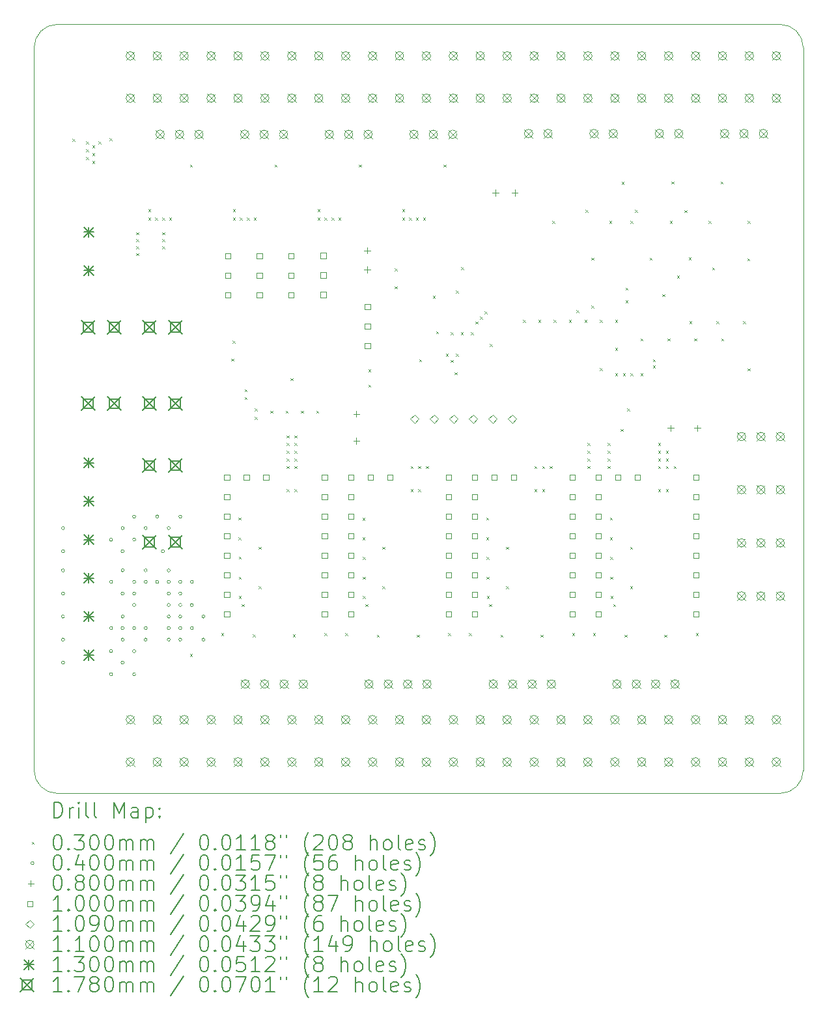
<source format=gbr>
%TF.GenerationSoftware,KiCad,Pcbnew,8.0.4*%
%TF.CreationDate,2024-09-25T20:08:00-07:00*%
%TF.ProjectId,rpi pico printer board,72706920-7069-4636-9f20-7072696e7465,rev?*%
%TF.SameCoordinates,Original*%
%TF.FileFunction,Drillmap*%
%TF.FilePolarity,Positive*%
%FSLAX45Y45*%
G04 Gerber Fmt 4.5, Leading zero omitted, Abs format (unit mm)*
G04 Created by KiCad (PCBNEW 8.0.4) date 2024-09-25 20:08:00*
%MOMM*%
%LPD*%
G01*
G04 APERTURE LIST*
%ADD10C,0.050000*%
%ADD11C,0.200000*%
%ADD12C,0.100000*%
%ADD13C,0.109000*%
%ADD14C,0.110000*%
%ADD15C,0.130000*%
%ADD16C,0.178000*%
G04 APERTURE END LIST*
D10*
X5000000Y-5300000D02*
X5000000Y-14700000D01*
X15000000Y-14700000D02*
X15000000Y-5300000D01*
X14700000Y-5000000D02*
G75*
G02*
X15000000Y-5300000I0J-300000D01*
G01*
X15000000Y-14700000D02*
G75*
G02*
X14700000Y-15000000I-300000J0D01*
G01*
X14700000Y-5000000D02*
X5300000Y-5000000D01*
X5300000Y-15000000D02*
G75*
G02*
X5000000Y-14700000I0J300000D01*
G01*
X5300000Y-15000000D02*
X14700000Y-15000000D01*
X5000000Y-5300000D02*
G75*
G02*
X5300000Y-5000000I300000J0D01*
G01*
D11*
D12*
X5497500Y-6490000D02*
X5527500Y-6520000D01*
X5527500Y-6490000D02*
X5497500Y-6520000D01*
X5675000Y-6525000D02*
X5705000Y-6555000D01*
X5705000Y-6525000D02*
X5675000Y-6555000D01*
X5675000Y-6625000D02*
X5705000Y-6655000D01*
X5705000Y-6625000D02*
X5675000Y-6655000D01*
X5675000Y-6725000D02*
X5705000Y-6755000D01*
X5705000Y-6725000D02*
X5675000Y-6755000D01*
X5755000Y-6575000D02*
X5785000Y-6605000D01*
X5785000Y-6575000D02*
X5755000Y-6605000D01*
X5755000Y-6675000D02*
X5785000Y-6705000D01*
X5785000Y-6675000D02*
X5755000Y-6705000D01*
X5755000Y-6775000D02*
X5785000Y-6805000D01*
X5785000Y-6775000D02*
X5755000Y-6805000D01*
X5835000Y-6525000D02*
X5865000Y-6555000D01*
X5865000Y-6525000D02*
X5835000Y-6555000D01*
X5980000Y-6480000D02*
X6010000Y-6510000D01*
X6010000Y-6480000D02*
X5980000Y-6510000D01*
X6325000Y-7705000D02*
X6355000Y-7735000D01*
X6355000Y-7705000D02*
X6325000Y-7735000D01*
X6325000Y-7795000D02*
X6355000Y-7825000D01*
X6355000Y-7795000D02*
X6325000Y-7825000D01*
X6325000Y-7885000D02*
X6355000Y-7915000D01*
X6355000Y-7885000D02*
X6325000Y-7915000D01*
X6325000Y-7975000D02*
X6355000Y-8005000D01*
X6355000Y-7975000D02*
X6325000Y-8005000D01*
X6485000Y-7405000D02*
X6515000Y-7435000D01*
X6515000Y-7405000D02*
X6485000Y-7435000D01*
X6485000Y-7515000D02*
X6515000Y-7545000D01*
X6515000Y-7515000D02*
X6485000Y-7545000D01*
X6575000Y-7515000D02*
X6605000Y-7545000D01*
X6605000Y-7515000D02*
X6575000Y-7545000D01*
X6665000Y-7515000D02*
X6695000Y-7545000D01*
X6695000Y-7515000D02*
X6665000Y-7545000D01*
X6665000Y-7705000D02*
X6695000Y-7735000D01*
X6695000Y-7705000D02*
X6665000Y-7735000D01*
X6665000Y-7795000D02*
X6695000Y-7825000D01*
X6695000Y-7795000D02*
X6665000Y-7825000D01*
X6665000Y-7885000D02*
X6695000Y-7915000D01*
X6695000Y-7885000D02*
X6665000Y-7915000D01*
X6755000Y-7515000D02*
X6785000Y-7545000D01*
X6785000Y-7515000D02*
X6755000Y-7545000D01*
X7025000Y-6825000D02*
X7055000Y-6855000D01*
X7055000Y-6825000D02*
X7025000Y-6855000D01*
X7025000Y-13185000D02*
X7055000Y-13215000D01*
X7055000Y-13185000D02*
X7025000Y-13215000D01*
X7432500Y-12913500D02*
X7462500Y-12943500D01*
X7462500Y-12913500D02*
X7432500Y-12943500D01*
X7565000Y-9345000D02*
X7595000Y-9375000D01*
X7595000Y-9345000D02*
X7565000Y-9375000D01*
X7580000Y-9113500D02*
X7610000Y-9143500D01*
X7610000Y-9113500D02*
X7580000Y-9143500D01*
X7585000Y-7405000D02*
X7615000Y-7435000D01*
X7615000Y-7405000D02*
X7585000Y-7435000D01*
X7585000Y-7515000D02*
X7615000Y-7545000D01*
X7615000Y-7515000D02*
X7585000Y-7545000D01*
X7657500Y-11414000D02*
X7687500Y-11444000D01*
X7687500Y-11414000D02*
X7657500Y-11444000D01*
X7657500Y-11670500D02*
X7687500Y-11700500D01*
X7687500Y-11670500D02*
X7657500Y-11700500D01*
X7660000Y-11922500D02*
X7690000Y-11952500D01*
X7690000Y-11922500D02*
X7660000Y-11952500D01*
X7660000Y-12182500D02*
X7690000Y-12212500D01*
X7690000Y-12182500D02*
X7660000Y-12212500D01*
X7662500Y-12433500D02*
X7692500Y-12463500D01*
X7692500Y-12433500D02*
X7662500Y-12463500D01*
X7675000Y-7515000D02*
X7705000Y-7545000D01*
X7705000Y-7515000D02*
X7675000Y-7545000D01*
X7697500Y-12537500D02*
X7727500Y-12567500D01*
X7727500Y-12537500D02*
X7697500Y-12567500D01*
X7735000Y-9745000D02*
X7765000Y-9775000D01*
X7765000Y-9745000D02*
X7735000Y-9775000D01*
X7735000Y-9845000D02*
X7765000Y-9875000D01*
X7765000Y-9845000D02*
X7735000Y-9875000D01*
X7765000Y-7515000D02*
X7795000Y-7545000D01*
X7795000Y-7515000D02*
X7765000Y-7545000D01*
X7842500Y-12933500D02*
X7872500Y-12963500D01*
X7872500Y-12933500D02*
X7842500Y-12963500D01*
X7855000Y-7515000D02*
X7885000Y-7545000D01*
X7885000Y-7515000D02*
X7855000Y-7545000D01*
X7870000Y-9995000D02*
X7900000Y-10025000D01*
X7900000Y-9995000D02*
X7870000Y-10025000D01*
X7870000Y-10105000D02*
X7900000Y-10135000D01*
X7900000Y-10105000D02*
X7870000Y-10135000D01*
X7917500Y-11794000D02*
X7947500Y-11824000D01*
X7947500Y-11794000D02*
X7917500Y-11824000D01*
X7917500Y-12304000D02*
X7947500Y-12334000D01*
X7947500Y-12304000D02*
X7917500Y-12334000D01*
X8070000Y-10025000D02*
X8100000Y-10055000D01*
X8100000Y-10025000D02*
X8070000Y-10055000D01*
X8125000Y-6825000D02*
X8155000Y-6855000D01*
X8155000Y-6825000D02*
X8125000Y-6855000D01*
X8270000Y-10025000D02*
X8300000Y-10055000D01*
X8300000Y-10025000D02*
X8270000Y-10055000D01*
X8282500Y-11043500D02*
X8312500Y-11073500D01*
X8312500Y-11043500D02*
X8282500Y-11073500D01*
X8285000Y-10345000D02*
X8315000Y-10375000D01*
X8315000Y-10345000D02*
X8285000Y-10375000D01*
X8285000Y-10445000D02*
X8315000Y-10475000D01*
X8315000Y-10445000D02*
X8285000Y-10475000D01*
X8285000Y-10545000D02*
X8315000Y-10575000D01*
X8315000Y-10545000D02*
X8285000Y-10575000D01*
X8285000Y-10645000D02*
X8315000Y-10675000D01*
X8315000Y-10645000D02*
X8285000Y-10675000D01*
X8285000Y-10745000D02*
X8315000Y-10775000D01*
X8315000Y-10745000D02*
X8285000Y-10775000D01*
X8335000Y-9600000D02*
X8365000Y-9630000D01*
X8365000Y-9600000D02*
X8335000Y-9630000D01*
X8362500Y-12933500D02*
X8392500Y-12963500D01*
X8392500Y-12933500D02*
X8362500Y-12963500D01*
X8382500Y-11043500D02*
X8412500Y-11073500D01*
X8412500Y-11043500D02*
X8382500Y-11073500D01*
X8385000Y-10345000D02*
X8415000Y-10375000D01*
X8415000Y-10345000D02*
X8385000Y-10375000D01*
X8385000Y-10445000D02*
X8415000Y-10475000D01*
X8415000Y-10445000D02*
X8385000Y-10475000D01*
X8385000Y-10545000D02*
X8415000Y-10575000D01*
X8415000Y-10545000D02*
X8385000Y-10575000D01*
X8385000Y-10645000D02*
X8415000Y-10675000D01*
X8415000Y-10645000D02*
X8385000Y-10675000D01*
X8385000Y-10745000D02*
X8415000Y-10775000D01*
X8415000Y-10745000D02*
X8385000Y-10775000D01*
X8470000Y-10025000D02*
X8500000Y-10055000D01*
X8500000Y-10025000D02*
X8470000Y-10055000D01*
X8670000Y-10025000D02*
X8700000Y-10055000D01*
X8700000Y-10025000D02*
X8670000Y-10055000D01*
X8685000Y-7405000D02*
X8715000Y-7435000D01*
X8715000Y-7405000D02*
X8685000Y-7435000D01*
X8685000Y-7515000D02*
X8715000Y-7545000D01*
X8715000Y-7515000D02*
X8685000Y-7545000D01*
X8772500Y-12913500D02*
X8802500Y-12943500D01*
X8802500Y-12913500D02*
X8772500Y-12943500D01*
X8775000Y-7515000D02*
X8805000Y-7545000D01*
X8805000Y-7515000D02*
X8775000Y-7545000D01*
X8865000Y-7515000D02*
X8895000Y-7545000D01*
X8895000Y-7515000D02*
X8865000Y-7545000D01*
X8955000Y-7515000D02*
X8985000Y-7545000D01*
X8985000Y-7515000D02*
X8955000Y-7545000D01*
X9045000Y-12915000D02*
X9075000Y-12945000D01*
X9075000Y-12915000D02*
X9045000Y-12945000D01*
X9225000Y-6825000D02*
X9255000Y-6855000D01*
X9255000Y-6825000D02*
X9225000Y-6855000D01*
X9267500Y-11418000D02*
X9297500Y-11448000D01*
X9297500Y-11418000D02*
X9267500Y-11448000D01*
X9267500Y-11672000D02*
X9297500Y-11702000D01*
X9297500Y-11672000D02*
X9267500Y-11702000D01*
X9272500Y-11924000D02*
X9302500Y-11954000D01*
X9302500Y-11924000D02*
X9272500Y-11954000D01*
X9272500Y-12184000D02*
X9302500Y-12214000D01*
X9302500Y-12184000D02*
X9272500Y-12214000D01*
X9275000Y-12435000D02*
X9305000Y-12465000D01*
X9305000Y-12435000D02*
X9275000Y-12465000D01*
X9307500Y-12537500D02*
X9337500Y-12567500D01*
X9337500Y-12537500D02*
X9307500Y-12567500D01*
X9345000Y-9485000D02*
X9375000Y-9515000D01*
X9375000Y-9485000D02*
X9345000Y-9515000D01*
X9345000Y-9685000D02*
X9375000Y-9715000D01*
X9375000Y-9685000D02*
X9345000Y-9715000D01*
X9455000Y-12935000D02*
X9485000Y-12965000D01*
X9485000Y-12935000D02*
X9455000Y-12965000D01*
X9527500Y-11794000D02*
X9557500Y-11824000D01*
X9557500Y-11794000D02*
X9527500Y-11824000D01*
X9527500Y-12304000D02*
X9557500Y-12334000D01*
X9557500Y-12304000D02*
X9527500Y-12334000D01*
X9688674Y-8405798D02*
X9718674Y-8435798D01*
X9718674Y-8405798D02*
X9688674Y-8435798D01*
X9690000Y-8175000D02*
X9720000Y-8205000D01*
X9720000Y-8175000D02*
X9690000Y-8205000D01*
X9785000Y-7405000D02*
X9815000Y-7435000D01*
X9815000Y-7405000D02*
X9785000Y-7435000D01*
X9785000Y-7515000D02*
X9815000Y-7545000D01*
X9815000Y-7515000D02*
X9785000Y-7545000D01*
X9875000Y-7515000D02*
X9905000Y-7545000D01*
X9905000Y-7515000D02*
X9875000Y-7545000D01*
X9895000Y-10745000D02*
X9925000Y-10775000D01*
X9925000Y-10745000D02*
X9895000Y-10775000D01*
X9895000Y-11045000D02*
X9925000Y-11075000D01*
X9925000Y-11045000D02*
X9895000Y-11075000D01*
X9965000Y-7515000D02*
X9995000Y-7545000D01*
X9995000Y-7515000D02*
X9965000Y-7545000D01*
X9975000Y-12935000D02*
X10005000Y-12965000D01*
X10005000Y-12935000D02*
X9975000Y-12965000D01*
X9995000Y-10745000D02*
X10025000Y-10775000D01*
X10025000Y-10745000D02*
X9995000Y-10775000D01*
X9995000Y-11045000D02*
X10025000Y-11075000D01*
X10025000Y-11045000D02*
X9995000Y-11075000D01*
X10005000Y-9355000D02*
X10035000Y-9385000D01*
X10035000Y-9355000D02*
X10005000Y-9385000D01*
X10055000Y-7515000D02*
X10085000Y-7545000D01*
X10085000Y-7515000D02*
X10055000Y-7545000D01*
X10095000Y-10745000D02*
X10125000Y-10775000D01*
X10125000Y-10745000D02*
X10095000Y-10775000D01*
X10185000Y-8530000D02*
X10215000Y-8560000D01*
X10215000Y-8530000D02*
X10185000Y-8560000D01*
X10225000Y-8990000D02*
X10255000Y-9020000D01*
X10255000Y-8990000D02*
X10225000Y-9020000D01*
X10325000Y-6825000D02*
X10355000Y-6855000D01*
X10355000Y-6825000D02*
X10325000Y-6855000D01*
X10352500Y-9282500D02*
X10382500Y-9312500D01*
X10382500Y-9282500D02*
X10352500Y-9312500D01*
X10385000Y-12915000D02*
X10415000Y-12945000D01*
X10415000Y-12915000D02*
X10385000Y-12945000D01*
X10415000Y-9365000D02*
X10445000Y-9395000D01*
X10445000Y-9365000D02*
X10415000Y-9395000D01*
X10417500Y-9005000D02*
X10447500Y-9035000D01*
X10447500Y-9005000D02*
X10417500Y-9035000D01*
X10467000Y-9525000D02*
X10497000Y-9555000D01*
X10497000Y-9525000D02*
X10467000Y-9555000D01*
X10482500Y-8462500D02*
X10512500Y-8492500D01*
X10512500Y-8462500D02*
X10482500Y-8492500D01*
X10482500Y-9282500D02*
X10512500Y-9312500D01*
X10512500Y-9282500D02*
X10482500Y-9312500D01*
X10547500Y-9005000D02*
X10577500Y-9035000D01*
X10577500Y-9005000D02*
X10547500Y-9035000D01*
X10550000Y-8155000D02*
X10580000Y-8185000D01*
X10580000Y-8155000D02*
X10550000Y-8185000D01*
X10655000Y-12915000D02*
X10685000Y-12945000D01*
X10685000Y-12915000D02*
X10655000Y-12945000D01*
X10677500Y-9005000D02*
X10707500Y-9035000D01*
X10707500Y-9005000D02*
X10677500Y-9035000D01*
X10737500Y-8865000D02*
X10767500Y-8895000D01*
X10767500Y-8865000D02*
X10737500Y-8895000D01*
X10797500Y-8800000D02*
X10827500Y-8830000D01*
X10827500Y-8800000D02*
X10797500Y-8830000D01*
X10857500Y-8735000D02*
X10887500Y-8765000D01*
X10887500Y-8735000D02*
X10857500Y-8765000D01*
X10877500Y-11414000D02*
X10907500Y-11444000D01*
X10907500Y-11414000D02*
X10877500Y-11444000D01*
X10877500Y-11672000D02*
X10907500Y-11702000D01*
X10907500Y-11672000D02*
X10877500Y-11702000D01*
X10882500Y-11924000D02*
X10912500Y-11954000D01*
X10912500Y-11924000D02*
X10882500Y-11954000D01*
X10882500Y-12184000D02*
X10912500Y-12214000D01*
X10912500Y-12184000D02*
X10882500Y-12214000D01*
X10885000Y-12435000D02*
X10915000Y-12465000D01*
X10915000Y-12435000D02*
X10885000Y-12465000D01*
X10917500Y-12537500D02*
X10947500Y-12567500D01*
X10947500Y-12537500D02*
X10917500Y-12567500D01*
X10925000Y-9155000D02*
X10955000Y-9185000D01*
X10955000Y-9155000D02*
X10925000Y-9185000D01*
X11065000Y-12935000D02*
X11095000Y-12965000D01*
X11095000Y-12935000D02*
X11065000Y-12965000D01*
X11137500Y-11794000D02*
X11167500Y-11824000D01*
X11167500Y-11794000D02*
X11137500Y-11824000D01*
X11137500Y-12304000D02*
X11167500Y-12334000D01*
X11167500Y-12304000D02*
X11137500Y-12334000D01*
X11355000Y-8845000D02*
X11385000Y-8875000D01*
X11385000Y-8845000D02*
X11355000Y-8875000D01*
X11505000Y-10745000D02*
X11535000Y-10775000D01*
X11535000Y-10745000D02*
X11505000Y-10775000D01*
X11505000Y-11045000D02*
X11535000Y-11075000D01*
X11535000Y-11045000D02*
X11505000Y-11075000D01*
X11555000Y-8845000D02*
X11585000Y-8875000D01*
X11585000Y-8845000D02*
X11555000Y-8875000D01*
X11585000Y-12935000D02*
X11615000Y-12965000D01*
X11615000Y-12935000D02*
X11585000Y-12965000D01*
X11605000Y-10745000D02*
X11635000Y-10775000D01*
X11635000Y-10745000D02*
X11605000Y-10775000D01*
X11605000Y-11045000D02*
X11635000Y-11075000D01*
X11635000Y-11045000D02*
X11605000Y-11075000D01*
X11705000Y-10745000D02*
X11735000Y-10775000D01*
X11735000Y-10745000D02*
X11705000Y-10775000D01*
X11737000Y-7557000D02*
X11767000Y-7587000D01*
X11767000Y-7557000D02*
X11737000Y-7587000D01*
X11755000Y-8845000D02*
X11785000Y-8875000D01*
X11785000Y-8845000D02*
X11755000Y-8875000D01*
X11955000Y-8845000D02*
X11985000Y-8875000D01*
X11985000Y-8845000D02*
X11955000Y-8875000D01*
X11995000Y-12915000D02*
X12025000Y-12945000D01*
X12025000Y-12915000D02*
X11995000Y-12945000D01*
X12052500Y-8717500D02*
X12082500Y-8747500D01*
X12082500Y-8717500D02*
X12052500Y-8747500D01*
X12155000Y-8845000D02*
X12185000Y-8875000D01*
X12185000Y-8845000D02*
X12155000Y-8875000D01*
X12167500Y-7412500D02*
X12197500Y-7442500D01*
X12197500Y-7412500D02*
X12167500Y-7442500D01*
X12195000Y-10445000D02*
X12225000Y-10475000D01*
X12225000Y-10445000D02*
X12195000Y-10475000D01*
X12195000Y-10545000D02*
X12225000Y-10575000D01*
X12225000Y-10545000D02*
X12195000Y-10575000D01*
X12195000Y-10645000D02*
X12225000Y-10675000D01*
X12225000Y-10645000D02*
X12195000Y-10675000D01*
X12195000Y-10745000D02*
X12225000Y-10775000D01*
X12225000Y-10745000D02*
X12195000Y-10775000D01*
X12245000Y-8035000D02*
X12275000Y-8065000D01*
X12275000Y-8035000D02*
X12245000Y-8065000D01*
X12247500Y-8657500D02*
X12277500Y-8687500D01*
X12277500Y-8657500D02*
X12247500Y-8687500D01*
X12265000Y-12915000D02*
X12295000Y-12945000D01*
X12295000Y-12915000D02*
X12265000Y-12945000D01*
X12355000Y-8845000D02*
X12385000Y-8875000D01*
X12385000Y-8845000D02*
X12355000Y-8875000D01*
X12357500Y-9470000D02*
X12387500Y-9500000D01*
X12387500Y-9470000D02*
X12357500Y-9500000D01*
X12455000Y-10445000D02*
X12485000Y-10475000D01*
X12485000Y-10445000D02*
X12455000Y-10475000D01*
X12455000Y-10545000D02*
X12485000Y-10575000D01*
X12485000Y-10545000D02*
X12455000Y-10575000D01*
X12455000Y-10645000D02*
X12485000Y-10675000D01*
X12485000Y-10645000D02*
X12455000Y-10675000D01*
X12455000Y-10745000D02*
X12485000Y-10775000D01*
X12485000Y-10745000D02*
X12455000Y-10775000D01*
X12480000Y-7555000D02*
X12510000Y-7585000D01*
X12510000Y-7555000D02*
X12480000Y-7585000D01*
X12487500Y-11414000D02*
X12517500Y-11444000D01*
X12517500Y-11414000D02*
X12487500Y-11444000D01*
X12487500Y-11672000D02*
X12517500Y-11702000D01*
X12517500Y-11672000D02*
X12487500Y-11702000D01*
X12492500Y-11924000D02*
X12522500Y-11954000D01*
X12522500Y-11924000D02*
X12492500Y-11954000D01*
X12492500Y-12184000D02*
X12522500Y-12214000D01*
X12522500Y-12184000D02*
X12492500Y-12214000D01*
X12495000Y-12435000D02*
X12525000Y-12465000D01*
X12525000Y-12435000D02*
X12495000Y-12465000D01*
X12527500Y-12537500D02*
X12557500Y-12567500D01*
X12557500Y-12537500D02*
X12527500Y-12567500D01*
X12555000Y-8845000D02*
X12585000Y-8875000D01*
X12585000Y-8845000D02*
X12555000Y-8875000D01*
X12555000Y-9205000D02*
X12585000Y-9235000D01*
X12585000Y-9205000D02*
X12555000Y-9235000D01*
X12555000Y-9535000D02*
X12585000Y-9565000D01*
X12585000Y-9535000D02*
X12555000Y-9565000D01*
X12627500Y-10260000D02*
X12657500Y-10290000D01*
X12657500Y-10260000D02*
X12627500Y-10290000D01*
X12640000Y-7050000D02*
X12670000Y-7080000D01*
X12670000Y-7050000D02*
X12640000Y-7080000D01*
X12655000Y-9535000D02*
X12685000Y-9565000D01*
X12685000Y-9535000D02*
X12655000Y-9565000D01*
X12675000Y-12935000D02*
X12705000Y-12965000D01*
X12705000Y-12935000D02*
X12675000Y-12965000D01*
X12690000Y-8425000D02*
X12720000Y-8455000D01*
X12720000Y-8425000D02*
X12690000Y-8455000D01*
X12690000Y-8590000D02*
X12720000Y-8620000D01*
X12720000Y-8590000D02*
X12690000Y-8620000D01*
X12710000Y-9995000D02*
X12740000Y-10025000D01*
X12740000Y-9995000D02*
X12710000Y-10025000D01*
X12747500Y-11794000D02*
X12777500Y-11824000D01*
X12777500Y-11794000D02*
X12747500Y-11824000D01*
X12747500Y-12304000D02*
X12777500Y-12334000D01*
X12777500Y-12304000D02*
X12747500Y-12334000D01*
X12755000Y-7555000D02*
X12785000Y-7585000D01*
X12785000Y-7555000D02*
X12755000Y-7585000D01*
X12755000Y-9535000D02*
X12785000Y-9565000D01*
X12785000Y-9535000D02*
X12755000Y-9565000D01*
X12812500Y-7412500D02*
X12842500Y-7442500D01*
X12842500Y-7412500D02*
X12812500Y-7442500D01*
X12885000Y-9085000D02*
X12915000Y-9115000D01*
X12915000Y-9085000D02*
X12885000Y-9115000D01*
X12885000Y-9535000D02*
X12915000Y-9565000D01*
X12915000Y-9535000D02*
X12885000Y-9565000D01*
X13005000Y-8035000D02*
X13035000Y-8065000D01*
X13035000Y-8035000D02*
X13005000Y-8065000D01*
X13045000Y-9355000D02*
X13075000Y-9385000D01*
X13075000Y-9355000D02*
X13045000Y-9385000D01*
X13045000Y-9435000D02*
X13075000Y-9465000D01*
X13075000Y-9435000D02*
X13045000Y-9465000D01*
X13115000Y-10445000D02*
X13145000Y-10475000D01*
X13145000Y-10445000D02*
X13115000Y-10475000D01*
X13115000Y-10545000D02*
X13145000Y-10575000D01*
X13145000Y-10545000D02*
X13115000Y-10575000D01*
X13115000Y-10645000D02*
X13145000Y-10675000D01*
X13145000Y-10645000D02*
X13115000Y-10675000D01*
X13115000Y-10745000D02*
X13145000Y-10775000D01*
X13145000Y-10745000D02*
X13115000Y-10775000D01*
X13115000Y-11045000D02*
X13145000Y-11075000D01*
X13145000Y-11045000D02*
X13115000Y-11075000D01*
X13170000Y-8510000D02*
X13200000Y-8540000D01*
X13200000Y-8510000D02*
X13170000Y-8540000D01*
X13195000Y-12935000D02*
X13225000Y-12965000D01*
X13225000Y-12935000D02*
X13195000Y-12965000D01*
X13215000Y-10545000D02*
X13245000Y-10575000D01*
X13245000Y-10545000D02*
X13215000Y-10575000D01*
X13215000Y-10645000D02*
X13245000Y-10675000D01*
X13245000Y-10645000D02*
X13215000Y-10675000D01*
X13215000Y-10745000D02*
X13245000Y-10775000D01*
X13245000Y-10745000D02*
X13215000Y-10775000D01*
X13215000Y-11045000D02*
X13245000Y-11075000D01*
X13245000Y-11045000D02*
X13215000Y-11075000D01*
X13235000Y-9085000D02*
X13265000Y-9115000D01*
X13265000Y-9085000D02*
X13235000Y-9115000D01*
X13265000Y-7555000D02*
X13295000Y-7585000D01*
X13295000Y-7555000D02*
X13265000Y-7585000D01*
X13285000Y-7045000D02*
X13315000Y-7075000D01*
X13315000Y-7045000D02*
X13285000Y-7075000D01*
X13315000Y-10745000D02*
X13345000Y-10775000D01*
X13345000Y-10745000D02*
X13315000Y-10775000D01*
X13360000Y-8265000D02*
X13390000Y-8295000D01*
X13390000Y-8265000D02*
X13360000Y-8295000D01*
X13455000Y-7415000D02*
X13485000Y-7445000D01*
X13485000Y-7415000D02*
X13455000Y-7445000D01*
X13510000Y-8030000D02*
X13540000Y-8060000D01*
X13540000Y-8030000D02*
X13510000Y-8060000D01*
X13520000Y-8860000D02*
X13550000Y-8890000D01*
X13550000Y-8860000D02*
X13520000Y-8890000D01*
X13585000Y-9085000D02*
X13615000Y-9115000D01*
X13615000Y-9085000D02*
X13585000Y-9115000D01*
X13605000Y-12915000D02*
X13635000Y-12945000D01*
X13635000Y-12915000D02*
X13605000Y-12945000D01*
X13770000Y-7555000D02*
X13800000Y-7585000D01*
X13800000Y-7555000D02*
X13770000Y-7585000D01*
X13815000Y-8162500D02*
X13845000Y-8192500D01*
X13845000Y-8162500D02*
X13815000Y-8192500D01*
X13870000Y-8860000D02*
X13900000Y-8890000D01*
X13900000Y-8860000D02*
X13870000Y-8890000D01*
X13925000Y-7045000D02*
X13955000Y-7075000D01*
X13955000Y-7045000D02*
X13925000Y-7075000D01*
X13935000Y-9085000D02*
X13965000Y-9115000D01*
X13965000Y-9085000D02*
X13935000Y-9115000D01*
X14220000Y-8860000D02*
X14250000Y-8890000D01*
X14250000Y-8860000D02*
X14220000Y-8890000D01*
X14272500Y-8042500D02*
X14302500Y-8072500D01*
X14302500Y-8042500D02*
X14272500Y-8072500D01*
X14277000Y-7557000D02*
X14307000Y-7587000D01*
X14307000Y-7557000D02*
X14277000Y-7587000D01*
X14277000Y-9475000D02*
X14307000Y-9505000D01*
X14307000Y-9475000D02*
X14277000Y-9505000D01*
X5395000Y-11550000D02*
G75*
G02*
X5355000Y-11550000I-20000J0D01*
G01*
X5355000Y-11550000D02*
G75*
G02*
X5395000Y-11550000I20000J0D01*
G01*
X5395000Y-11850000D02*
G75*
G02*
X5355000Y-11850000I-20000J0D01*
G01*
X5355000Y-11850000D02*
G75*
G02*
X5395000Y-11850000I20000J0D01*
G01*
X5395000Y-12100000D02*
G75*
G02*
X5355000Y-12100000I-20000J0D01*
G01*
X5355000Y-12100000D02*
G75*
G02*
X5395000Y-12100000I20000J0D01*
G01*
X5395000Y-12400000D02*
G75*
G02*
X5355000Y-12400000I-20000J0D01*
G01*
X5355000Y-12400000D02*
G75*
G02*
X5395000Y-12400000I20000J0D01*
G01*
X5395000Y-12700000D02*
G75*
G02*
X5355000Y-12700000I-20000J0D01*
G01*
X5355000Y-12700000D02*
G75*
G02*
X5395000Y-12700000I20000J0D01*
G01*
X5395000Y-13000000D02*
G75*
G02*
X5355000Y-13000000I-20000J0D01*
G01*
X5355000Y-13000000D02*
G75*
G02*
X5395000Y-13000000I20000J0D01*
G01*
X5395000Y-13300000D02*
G75*
G02*
X5355000Y-13300000I-20000J0D01*
G01*
X5355000Y-13300000D02*
G75*
G02*
X5395000Y-13300000I20000J0D01*
G01*
X6020000Y-11700000D02*
G75*
G02*
X5980000Y-11700000I-20000J0D01*
G01*
X5980000Y-11700000D02*
G75*
G02*
X6020000Y-11700000I20000J0D01*
G01*
X6020000Y-12250000D02*
G75*
G02*
X5980000Y-12250000I-20000J0D01*
G01*
X5980000Y-12250000D02*
G75*
G02*
X6020000Y-12250000I20000J0D01*
G01*
X6020000Y-12850000D02*
G75*
G02*
X5980000Y-12850000I-20000J0D01*
G01*
X5980000Y-12850000D02*
G75*
G02*
X6020000Y-12850000I20000J0D01*
G01*
X6020000Y-13150000D02*
G75*
G02*
X5980000Y-13150000I-20000J0D01*
G01*
X5980000Y-13150000D02*
G75*
G02*
X6020000Y-13150000I20000J0D01*
G01*
X6020000Y-13450000D02*
G75*
G02*
X5980000Y-13450000I-20000J0D01*
G01*
X5980000Y-13450000D02*
G75*
G02*
X6020000Y-13450000I20000J0D01*
G01*
X6170000Y-11550000D02*
G75*
G02*
X6130000Y-11550000I-20000J0D01*
G01*
X6130000Y-11550000D02*
G75*
G02*
X6170000Y-11550000I20000J0D01*
G01*
X6170000Y-11850000D02*
G75*
G02*
X6130000Y-11850000I-20000J0D01*
G01*
X6130000Y-11850000D02*
G75*
G02*
X6170000Y-11850000I20000J0D01*
G01*
X6170000Y-12100000D02*
G75*
G02*
X6130000Y-12100000I-20000J0D01*
G01*
X6130000Y-12100000D02*
G75*
G02*
X6170000Y-12100000I20000J0D01*
G01*
X6170000Y-12400000D02*
G75*
G02*
X6130000Y-12400000I-20000J0D01*
G01*
X6130000Y-12400000D02*
G75*
G02*
X6170000Y-12400000I20000J0D01*
G01*
X6170000Y-12700000D02*
G75*
G02*
X6130000Y-12700000I-20000J0D01*
G01*
X6130000Y-12700000D02*
G75*
G02*
X6170000Y-12700000I20000J0D01*
G01*
X6170000Y-12850000D02*
G75*
G02*
X6130000Y-12850000I-20000J0D01*
G01*
X6130000Y-12850000D02*
G75*
G02*
X6170000Y-12850000I20000J0D01*
G01*
X6170000Y-13000000D02*
G75*
G02*
X6130000Y-13000000I-20000J0D01*
G01*
X6130000Y-13000000D02*
G75*
G02*
X6170000Y-13000000I20000J0D01*
G01*
X6170000Y-13300000D02*
G75*
G02*
X6130000Y-13300000I-20000J0D01*
G01*
X6130000Y-13300000D02*
G75*
G02*
X6170000Y-13300000I20000J0D01*
G01*
X6320000Y-11400000D02*
G75*
G02*
X6280000Y-11400000I-20000J0D01*
G01*
X6280000Y-11400000D02*
G75*
G02*
X6320000Y-11400000I20000J0D01*
G01*
X6320000Y-11700000D02*
G75*
G02*
X6280000Y-11700000I-20000J0D01*
G01*
X6280000Y-11700000D02*
G75*
G02*
X6320000Y-11700000I20000J0D01*
G01*
X6320000Y-12250000D02*
G75*
G02*
X6280000Y-12250000I-20000J0D01*
G01*
X6280000Y-12250000D02*
G75*
G02*
X6320000Y-12250000I20000J0D01*
G01*
X6320000Y-12400000D02*
G75*
G02*
X6280000Y-12400000I-20000J0D01*
G01*
X6280000Y-12400000D02*
G75*
G02*
X6320000Y-12400000I20000J0D01*
G01*
X6320000Y-12550000D02*
G75*
G02*
X6280000Y-12550000I-20000J0D01*
G01*
X6280000Y-12550000D02*
G75*
G02*
X6320000Y-12550000I20000J0D01*
G01*
X6320000Y-12850000D02*
G75*
G02*
X6280000Y-12850000I-20000J0D01*
G01*
X6280000Y-12850000D02*
G75*
G02*
X6320000Y-12850000I20000J0D01*
G01*
X6320000Y-13150000D02*
G75*
G02*
X6280000Y-13150000I-20000J0D01*
G01*
X6280000Y-13150000D02*
G75*
G02*
X6320000Y-13150000I20000J0D01*
G01*
X6320000Y-13450000D02*
G75*
G02*
X6280000Y-13450000I-20000J0D01*
G01*
X6280000Y-13450000D02*
G75*
G02*
X6320000Y-13450000I20000J0D01*
G01*
X6470000Y-11550000D02*
G75*
G02*
X6430000Y-11550000I-20000J0D01*
G01*
X6430000Y-11550000D02*
G75*
G02*
X6470000Y-11550000I20000J0D01*
G01*
X6470000Y-12100000D02*
G75*
G02*
X6430000Y-12100000I-20000J0D01*
G01*
X6430000Y-12100000D02*
G75*
G02*
X6470000Y-12100000I20000J0D01*
G01*
X6470000Y-12250000D02*
G75*
G02*
X6430000Y-12250000I-20000J0D01*
G01*
X6430000Y-12250000D02*
G75*
G02*
X6470000Y-12250000I20000J0D01*
G01*
X6470000Y-12850000D02*
G75*
G02*
X6430000Y-12850000I-20000J0D01*
G01*
X6430000Y-12850000D02*
G75*
G02*
X6470000Y-12850000I20000J0D01*
G01*
X6470000Y-13000000D02*
G75*
G02*
X6430000Y-13000000I-20000J0D01*
G01*
X6430000Y-13000000D02*
G75*
G02*
X6470000Y-13000000I20000J0D01*
G01*
X6620000Y-11400000D02*
G75*
G02*
X6580000Y-11400000I-20000J0D01*
G01*
X6580000Y-11400000D02*
G75*
G02*
X6620000Y-11400000I20000J0D01*
G01*
X6620000Y-12250000D02*
G75*
G02*
X6580000Y-12250000I-20000J0D01*
G01*
X6580000Y-12250000D02*
G75*
G02*
X6620000Y-12250000I20000J0D01*
G01*
X6695000Y-11850000D02*
G75*
G02*
X6655000Y-11850000I-20000J0D01*
G01*
X6655000Y-11850000D02*
G75*
G02*
X6695000Y-11850000I20000J0D01*
G01*
X6770000Y-11550000D02*
G75*
G02*
X6730000Y-11550000I-20000J0D01*
G01*
X6730000Y-11550000D02*
G75*
G02*
X6770000Y-11550000I20000J0D01*
G01*
X6770000Y-12100000D02*
G75*
G02*
X6730000Y-12100000I-20000J0D01*
G01*
X6730000Y-12100000D02*
G75*
G02*
X6770000Y-12100000I20000J0D01*
G01*
X6770000Y-12250000D02*
G75*
G02*
X6730000Y-12250000I-20000J0D01*
G01*
X6730000Y-12250000D02*
G75*
G02*
X6770000Y-12250000I20000J0D01*
G01*
X6770000Y-12400000D02*
G75*
G02*
X6730000Y-12400000I-20000J0D01*
G01*
X6730000Y-12400000D02*
G75*
G02*
X6770000Y-12400000I20000J0D01*
G01*
X6770000Y-12550000D02*
G75*
G02*
X6730000Y-12550000I-20000J0D01*
G01*
X6730000Y-12550000D02*
G75*
G02*
X6770000Y-12550000I20000J0D01*
G01*
X6770000Y-12700000D02*
G75*
G02*
X6730000Y-12700000I-20000J0D01*
G01*
X6730000Y-12700000D02*
G75*
G02*
X6770000Y-12700000I20000J0D01*
G01*
X6770000Y-12850000D02*
G75*
G02*
X6730000Y-12850000I-20000J0D01*
G01*
X6730000Y-12850000D02*
G75*
G02*
X6770000Y-12850000I20000J0D01*
G01*
X6770000Y-13000000D02*
G75*
G02*
X6730000Y-13000000I-20000J0D01*
G01*
X6730000Y-13000000D02*
G75*
G02*
X6770000Y-13000000I20000J0D01*
G01*
X6920000Y-11400000D02*
G75*
G02*
X6880000Y-11400000I-20000J0D01*
G01*
X6880000Y-11400000D02*
G75*
G02*
X6920000Y-11400000I20000J0D01*
G01*
X6920000Y-12250000D02*
G75*
G02*
X6880000Y-12250000I-20000J0D01*
G01*
X6880000Y-12250000D02*
G75*
G02*
X6920000Y-12250000I20000J0D01*
G01*
X6920000Y-12400000D02*
G75*
G02*
X6880000Y-12400000I-20000J0D01*
G01*
X6880000Y-12400000D02*
G75*
G02*
X6920000Y-12400000I20000J0D01*
G01*
X6920000Y-12550000D02*
G75*
G02*
X6880000Y-12550000I-20000J0D01*
G01*
X6880000Y-12550000D02*
G75*
G02*
X6920000Y-12550000I20000J0D01*
G01*
X6920000Y-12700000D02*
G75*
G02*
X6880000Y-12700000I-20000J0D01*
G01*
X6880000Y-12700000D02*
G75*
G02*
X6920000Y-12700000I20000J0D01*
G01*
X6920000Y-12850000D02*
G75*
G02*
X6880000Y-12850000I-20000J0D01*
G01*
X6880000Y-12850000D02*
G75*
G02*
X6920000Y-12850000I20000J0D01*
G01*
X6920000Y-13000000D02*
G75*
G02*
X6880000Y-13000000I-20000J0D01*
G01*
X6880000Y-13000000D02*
G75*
G02*
X6920000Y-13000000I20000J0D01*
G01*
X7070000Y-12250000D02*
G75*
G02*
X7030000Y-12250000I-20000J0D01*
G01*
X7030000Y-12250000D02*
G75*
G02*
X7070000Y-12250000I20000J0D01*
G01*
X7070000Y-12550000D02*
G75*
G02*
X7030000Y-12550000I-20000J0D01*
G01*
X7030000Y-12550000D02*
G75*
G02*
X7070000Y-12550000I20000J0D01*
G01*
X7070000Y-12850000D02*
G75*
G02*
X7030000Y-12850000I-20000J0D01*
G01*
X7030000Y-12850000D02*
G75*
G02*
X7070000Y-12850000I20000J0D01*
G01*
X7220000Y-12700000D02*
G75*
G02*
X7180000Y-12700000I-20000J0D01*
G01*
X7180000Y-12700000D02*
G75*
G02*
X7220000Y-12700000I20000J0D01*
G01*
X7220000Y-13000000D02*
G75*
G02*
X7180000Y-13000000I-20000J0D01*
G01*
X7180000Y-13000000D02*
G75*
G02*
X7220000Y-13000000I20000J0D01*
G01*
X9190000Y-10025265D02*
X9190000Y-10105265D01*
X9150000Y-10065265D02*
X9230000Y-10065265D01*
X9190000Y-10375265D02*
X9190000Y-10455265D01*
X9150000Y-10415265D02*
X9230000Y-10415265D01*
X9330000Y-7900000D02*
X9330000Y-7980000D01*
X9290000Y-7940000D02*
X9370000Y-7940000D01*
X9330000Y-8150000D02*
X9330000Y-8230000D01*
X9290000Y-8190000D02*
X9370000Y-8190000D01*
X11000000Y-7150000D02*
X11000000Y-7230000D01*
X10960000Y-7190000D02*
X11040000Y-7190000D01*
X11250000Y-7150000D02*
X11250000Y-7230000D01*
X11210000Y-7190000D02*
X11290000Y-7190000D01*
X13274735Y-10210000D02*
X13274735Y-10290000D01*
X13234735Y-10250000D02*
X13314735Y-10250000D01*
X13624735Y-10210000D02*
X13624735Y-10290000D01*
X13584735Y-10250000D02*
X13664735Y-10250000D01*
X7540356Y-10922856D02*
X7540356Y-10852144D01*
X7469644Y-10852144D01*
X7469644Y-10922856D01*
X7540356Y-10922856D01*
X7540356Y-11176856D02*
X7540356Y-11106144D01*
X7469644Y-11106144D01*
X7469644Y-11176856D01*
X7540356Y-11176856D01*
X7540356Y-11430856D02*
X7540356Y-11360144D01*
X7469644Y-11360144D01*
X7469644Y-11430856D01*
X7540356Y-11430856D01*
X7540356Y-11684856D02*
X7540356Y-11614144D01*
X7469644Y-11614144D01*
X7469644Y-11684856D01*
X7540356Y-11684856D01*
X7540356Y-11938856D02*
X7540356Y-11868144D01*
X7469644Y-11868144D01*
X7469644Y-11938856D01*
X7540356Y-11938856D01*
X7540356Y-12192856D02*
X7540356Y-12122144D01*
X7469644Y-12122144D01*
X7469644Y-12192856D01*
X7540356Y-12192856D01*
X7540356Y-12446856D02*
X7540356Y-12376144D01*
X7469644Y-12376144D01*
X7469644Y-12446856D01*
X7540356Y-12446856D01*
X7540356Y-12700856D02*
X7540356Y-12630144D01*
X7469644Y-12630144D01*
X7469644Y-12700856D01*
X7540356Y-12700856D01*
X7555356Y-8044856D02*
X7555356Y-7974144D01*
X7484644Y-7974144D01*
X7484644Y-8044856D01*
X7555356Y-8044856D01*
X7555356Y-8298856D02*
X7555356Y-8228144D01*
X7484644Y-8228144D01*
X7484644Y-8298856D01*
X7555356Y-8298856D01*
X7555356Y-8552856D02*
X7555356Y-8482144D01*
X7484644Y-8482144D01*
X7484644Y-8552856D01*
X7555356Y-8552856D01*
X7794356Y-10922856D02*
X7794356Y-10852144D01*
X7723644Y-10852144D01*
X7723644Y-10922856D01*
X7794356Y-10922856D01*
X7965356Y-8044856D02*
X7965356Y-7974144D01*
X7894644Y-7974144D01*
X7894644Y-8044856D01*
X7965356Y-8044856D01*
X7965356Y-8298856D02*
X7965356Y-8228144D01*
X7894644Y-8228144D01*
X7894644Y-8298856D01*
X7965356Y-8298856D01*
X7965356Y-8552856D02*
X7965356Y-8482144D01*
X7894644Y-8482144D01*
X7894644Y-8552856D01*
X7965356Y-8552856D01*
X8048356Y-10922856D02*
X8048356Y-10852144D01*
X7977644Y-10852144D01*
X7977644Y-10922856D01*
X8048356Y-10922856D01*
X8375356Y-8044856D02*
X8375356Y-7974144D01*
X8304644Y-7974144D01*
X8304644Y-8044856D01*
X8375356Y-8044856D01*
X8375356Y-8298856D02*
X8375356Y-8228144D01*
X8304644Y-8228144D01*
X8304644Y-8298856D01*
X8375356Y-8298856D01*
X8375356Y-8552856D02*
X8375356Y-8482144D01*
X8304644Y-8482144D01*
X8304644Y-8552856D01*
X8375356Y-8552856D01*
X8795356Y-8043356D02*
X8795356Y-7972644D01*
X8724644Y-7972644D01*
X8724644Y-8043356D01*
X8795356Y-8043356D01*
X8795356Y-8297356D02*
X8795356Y-8226644D01*
X8724644Y-8226644D01*
X8724644Y-8297356D01*
X8795356Y-8297356D01*
X8795356Y-8551356D02*
X8795356Y-8480644D01*
X8724644Y-8480644D01*
X8724644Y-8551356D01*
X8795356Y-8551356D01*
X8810356Y-10922856D02*
X8810356Y-10852144D01*
X8739644Y-10852144D01*
X8739644Y-10922856D01*
X8810356Y-10922856D01*
X8810356Y-11176856D02*
X8810356Y-11106144D01*
X8739644Y-11106144D01*
X8739644Y-11176856D01*
X8810356Y-11176856D01*
X8810356Y-11430856D02*
X8810356Y-11360144D01*
X8739644Y-11360144D01*
X8739644Y-11430856D01*
X8810356Y-11430856D01*
X8810356Y-11684856D02*
X8810356Y-11614144D01*
X8739644Y-11614144D01*
X8739644Y-11684856D01*
X8810356Y-11684856D01*
X8810356Y-11938856D02*
X8810356Y-11868144D01*
X8739644Y-11868144D01*
X8739644Y-11938856D01*
X8810356Y-11938856D01*
X8810356Y-12192856D02*
X8810356Y-12122144D01*
X8739644Y-12122144D01*
X8739644Y-12192856D01*
X8810356Y-12192856D01*
X8810356Y-12446856D02*
X8810356Y-12376144D01*
X8739644Y-12376144D01*
X8739644Y-12446856D01*
X8810356Y-12446856D01*
X8810356Y-12700856D02*
X8810356Y-12630144D01*
X8739644Y-12630144D01*
X8739644Y-12700856D01*
X8810356Y-12700856D01*
X9152856Y-10924356D02*
X9152856Y-10853644D01*
X9082144Y-10853644D01*
X9082144Y-10924356D01*
X9152856Y-10924356D01*
X9152856Y-11178356D02*
X9152856Y-11107644D01*
X9082144Y-11107644D01*
X9082144Y-11178356D01*
X9152856Y-11178356D01*
X9152856Y-11432356D02*
X9152856Y-11361644D01*
X9082144Y-11361644D01*
X9082144Y-11432356D01*
X9152856Y-11432356D01*
X9152856Y-11686356D02*
X9152856Y-11615644D01*
X9082144Y-11615644D01*
X9082144Y-11686356D01*
X9152856Y-11686356D01*
X9152856Y-11940356D02*
X9152856Y-11869644D01*
X9082144Y-11869644D01*
X9082144Y-11940356D01*
X9152856Y-11940356D01*
X9152856Y-12194356D02*
X9152856Y-12123644D01*
X9082144Y-12123644D01*
X9082144Y-12194356D01*
X9152856Y-12194356D01*
X9152856Y-12448356D02*
X9152856Y-12377644D01*
X9082144Y-12377644D01*
X9082144Y-12448356D01*
X9152856Y-12448356D01*
X9152856Y-12702356D02*
X9152856Y-12631644D01*
X9082144Y-12631644D01*
X9082144Y-12702356D01*
X9152856Y-12702356D01*
X9370356Y-8705356D02*
X9370356Y-8634644D01*
X9299644Y-8634644D01*
X9299644Y-8705356D01*
X9370356Y-8705356D01*
X9370356Y-8959356D02*
X9370356Y-8888644D01*
X9299644Y-8888644D01*
X9299644Y-8959356D01*
X9370356Y-8959356D01*
X9370356Y-9213356D02*
X9370356Y-9142644D01*
X9299644Y-9142644D01*
X9299644Y-9213356D01*
X9370356Y-9213356D01*
X9406856Y-10924356D02*
X9406856Y-10853644D01*
X9336144Y-10853644D01*
X9336144Y-10924356D01*
X9406856Y-10924356D01*
X9660856Y-10924356D02*
X9660856Y-10853644D01*
X9590144Y-10853644D01*
X9590144Y-10924356D01*
X9660856Y-10924356D01*
X10422856Y-10924356D02*
X10422856Y-10853644D01*
X10352144Y-10853644D01*
X10352144Y-10924356D01*
X10422856Y-10924356D01*
X10422856Y-11178356D02*
X10422856Y-11107644D01*
X10352144Y-11107644D01*
X10352144Y-11178356D01*
X10422856Y-11178356D01*
X10422856Y-11432356D02*
X10422856Y-11361644D01*
X10352144Y-11361644D01*
X10352144Y-11432356D01*
X10422856Y-11432356D01*
X10422856Y-11686356D02*
X10422856Y-11615644D01*
X10352144Y-11615644D01*
X10352144Y-11686356D01*
X10422856Y-11686356D01*
X10422856Y-11940356D02*
X10422856Y-11869644D01*
X10352144Y-11869644D01*
X10352144Y-11940356D01*
X10422856Y-11940356D01*
X10422856Y-12194356D02*
X10422856Y-12123644D01*
X10352144Y-12123644D01*
X10352144Y-12194356D01*
X10422856Y-12194356D01*
X10422856Y-12448356D02*
X10422856Y-12377644D01*
X10352144Y-12377644D01*
X10352144Y-12448356D01*
X10422856Y-12448356D01*
X10422856Y-12702356D02*
X10422856Y-12631644D01*
X10352144Y-12631644D01*
X10352144Y-12702356D01*
X10422856Y-12702356D01*
X10762856Y-10924356D02*
X10762856Y-10853644D01*
X10692144Y-10853644D01*
X10692144Y-10924356D01*
X10762856Y-10924356D01*
X10762856Y-11178356D02*
X10762856Y-11107644D01*
X10692144Y-11107644D01*
X10692144Y-11178356D01*
X10762856Y-11178356D01*
X10762856Y-11432356D02*
X10762856Y-11361644D01*
X10692144Y-11361644D01*
X10692144Y-11432356D01*
X10762856Y-11432356D01*
X10762856Y-11686356D02*
X10762856Y-11615644D01*
X10692144Y-11615644D01*
X10692144Y-11686356D01*
X10762856Y-11686356D01*
X10762856Y-11940356D02*
X10762856Y-11869644D01*
X10692144Y-11869644D01*
X10692144Y-11940356D01*
X10762856Y-11940356D01*
X10762856Y-12194356D02*
X10762856Y-12123644D01*
X10692144Y-12123644D01*
X10692144Y-12194356D01*
X10762856Y-12194356D01*
X10762856Y-12448356D02*
X10762856Y-12377644D01*
X10692144Y-12377644D01*
X10692144Y-12448356D01*
X10762856Y-12448356D01*
X10762856Y-12702356D02*
X10762856Y-12631644D01*
X10692144Y-12631644D01*
X10692144Y-12702356D01*
X10762856Y-12702356D01*
X11016856Y-10924356D02*
X11016856Y-10853644D01*
X10946144Y-10853644D01*
X10946144Y-10924356D01*
X11016856Y-10924356D01*
X11270856Y-10924356D02*
X11270856Y-10853644D01*
X11200144Y-10853644D01*
X11200144Y-10924356D01*
X11270856Y-10924356D01*
X12032856Y-10924356D02*
X12032856Y-10853644D01*
X11962144Y-10853644D01*
X11962144Y-10924356D01*
X12032856Y-10924356D01*
X12032856Y-11178356D02*
X12032856Y-11107644D01*
X11962144Y-11107644D01*
X11962144Y-11178356D01*
X12032856Y-11178356D01*
X12032856Y-11432356D02*
X12032856Y-11361644D01*
X11962144Y-11361644D01*
X11962144Y-11432356D01*
X12032856Y-11432356D01*
X12032856Y-11686356D02*
X12032856Y-11615644D01*
X11962144Y-11615644D01*
X11962144Y-11686356D01*
X12032856Y-11686356D01*
X12032856Y-11940356D02*
X12032856Y-11869644D01*
X11962144Y-11869644D01*
X11962144Y-11940356D01*
X12032856Y-11940356D01*
X12032856Y-12194356D02*
X12032856Y-12123644D01*
X11962144Y-12123644D01*
X11962144Y-12194356D01*
X12032856Y-12194356D01*
X12032856Y-12448356D02*
X12032856Y-12377644D01*
X11962144Y-12377644D01*
X11962144Y-12448356D01*
X12032856Y-12448356D01*
X12032856Y-12702356D02*
X12032856Y-12631644D01*
X11962144Y-12631644D01*
X11962144Y-12702356D01*
X12032856Y-12702356D01*
X12372856Y-10924356D02*
X12372856Y-10853644D01*
X12302144Y-10853644D01*
X12302144Y-10924356D01*
X12372856Y-10924356D01*
X12372856Y-11178356D02*
X12372856Y-11107644D01*
X12302144Y-11107644D01*
X12302144Y-11178356D01*
X12372856Y-11178356D01*
X12372856Y-11432356D02*
X12372856Y-11361644D01*
X12302144Y-11361644D01*
X12302144Y-11432356D01*
X12372856Y-11432356D01*
X12372856Y-11686356D02*
X12372856Y-11615644D01*
X12302144Y-11615644D01*
X12302144Y-11686356D01*
X12372856Y-11686356D01*
X12372856Y-11940356D02*
X12372856Y-11869644D01*
X12302144Y-11869644D01*
X12302144Y-11940356D01*
X12372856Y-11940356D01*
X12372856Y-12194356D02*
X12372856Y-12123644D01*
X12302144Y-12123644D01*
X12302144Y-12194356D01*
X12372856Y-12194356D01*
X12372856Y-12448356D02*
X12372856Y-12377644D01*
X12302144Y-12377644D01*
X12302144Y-12448356D01*
X12372856Y-12448356D01*
X12372856Y-12702356D02*
X12372856Y-12631644D01*
X12302144Y-12631644D01*
X12302144Y-12702356D01*
X12372856Y-12702356D01*
X12626856Y-10924356D02*
X12626856Y-10853644D01*
X12556144Y-10853644D01*
X12556144Y-10924356D01*
X12626856Y-10924356D01*
X12880856Y-10924356D02*
X12880856Y-10853644D01*
X12810144Y-10853644D01*
X12810144Y-10924356D01*
X12880856Y-10924356D01*
X13642856Y-10924356D02*
X13642856Y-10853644D01*
X13572144Y-10853644D01*
X13572144Y-10924356D01*
X13642856Y-10924356D01*
X13642856Y-11178356D02*
X13642856Y-11107644D01*
X13572144Y-11107644D01*
X13572144Y-11178356D01*
X13642856Y-11178356D01*
X13642856Y-11432356D02*
X13642856Y-11361644D01*
X13572144Y-11361644D01*
X13572144Y-11432356D01*
X13642856Y-11432356D01*
X13642856Y-11686356D02*
X13642856Y-11615644D01*
X13572144Y-11615644D01*
X13572144Y-11686356D01*
X13642856Y-11686356D01*
X13642856Y-11940356D02*
X13642856Y-11869644D01*
X13572144Y-11869644D01*
X13572144Y-11940356D01*
X13642856Y-11940356D01*
X13642856Y-12194356D02*
X13642856Y-12123644D01*
X13572144Y-12123644D01*
X13572144Y-12194356D01*
X13642856Y-12194356D01*
X13642856Y-12448356D02*
X13642856Y-12377644D01*
X13572144Y-12377644D01*
X13572144Y-12448356D01*
X13642856Y-12448356D01*
X13642856Y-12702356D02*
X13642856Y-12631644D01*
X13572144Y-12631644D01*
X13572144Y-12702356D01*
X13642856Y-12702356D01*
D13*
X9945000Y-10184500D02*
X9999500Y-10130000D01*
X9945000Y-10075500D01*
X9890500Y-10130000D01*
X9945000Y-10184500D01*
X10199000Y-10184500D02*
X10253500Y-10130000D01*
X10199000Y-10075500D01*
X10144500Y-10130000D01*
X10199000Y-10184500D01*
X10453000Y-10184500D02*
X10507500Y-10130000D01*
X10453000Y-10075500D01*
X10398500Y-10130000D01*
X10453000Y-10184500D01*
X10707000Y-10184500D02*
X10761500Y-10130000D01*
X10707000Y-10075500D01*
X10652500Y-10130000D01*
X10707000Y-10184500D01*
X10961000Y-10184500D02*
X11015500Y-10130000D01*
X10961000Y-10075500D01*
X10906500Y-10130000D01*
X10961000Y-10184500D01*
X11215000Y-10184500D02*
X11269500Y-10130000D01*
X11215000Y-10075500D01*
X11160500Y-10130000D01*
X11215000Y-10184500D01*
D14*
X6195000Y-5355000D02*
X6305000Y-5465000D01*
X6305000Y-5355000D02*
X6195000Y-5465000D01*
X6305000Y-5410000D02*
G75*
G02*
X6195000Y-5410000I-55000J0D01*
G01*
X6195000Y-5410000D02*
G75*
G02*
X6305000Y-5410000I55000J0D01*
G01*
X6195000Y-5905000D02*
X6305000Y-6015000D01*
X6305000Y-5905000D02*
X6195000Y-6015000D01*
X6305000Y-5960000D02*
G75*
G02*
X6195000Y-5960000I-55000J0D01*
G01*
X6195000Y-5960000D02*
G75*
G02*
X6305000Y-5960000I55000J0D01*
G01*
X6195000Y-13985000D02*
X6305000Y-14095000D01*
X6305000Y-13985000D02*
X6195000Y-14095000D01*
X6305000Y-14040000D02*
G75*
G02*
X6195000Y-14040000I-55000J0D01*
G01*
X6195000Y-14040000D02*
G75*
G02*
X6305000Y-14040000I55000J0D01*
G01*
X6195000Y-14535000D02*
X6305000Y-14645000D01*
X6305000Y-14535000D02*
X6195000Y-14645000D01*
X6305000Y-14590000D02*
G75*
G02*
X6195000Y-14590000I-55000J0D01*
G01*
X6195000Y-14590000D02*
G75*
G02*
X6305000Y-14590000I55000J0D01*
G01*
X6545000Y-5355000D02*
X6655000Y-5465000D01*
X6655000Y-5355000D02*
X6545000Y-5465000D01*
X6655000Y-5410000D02*
G75*
G02*
X6545000Y-5410000I-55000J0D01*
G01*
X6545000Y-5410000D02*
G75*
G02*
X6655000Y-5410000I55000J0D01*
G01*
X6545000Y-5905000D02*
X6655000Y-6015000D01*
X6655000Y-5905000D02*
X6545000Y-6015000D01*
X6655000Y-5960000D02*
G75*
G02*
X6545000Y-5960000I-55000J0D01*
G01*
X6545000Y-5960000D02*
G75*
G02*
X6655000Y-5960000I55000J0D01*
G01*
X6545000Y-13985000D02*
X6655000Y-14095000D01*
X6655000Y-13985000D02*
X6545000Y-14095000D01*
X6655000Y-14040000D02*
G75*
G02*
X6545000Y-14040000I-55000J0D01*
G01*
X6545000Y-14040000D02*
G75*
G02*
X6655000Y-14040000I55000J0D01*
G01*
X6545000Y-14535000D02*
X6655000Y-14645000D01*
X6655000Y-14535000D02*
X6545000Y-14645000D01*
X6655000Y-14590000D02*
G75*
G02*
X6545000Y-14590000I-55000J0D01*
G01*
X6545000Y-14590000D02*
G75*
G02*
X6655000Y-14590000I55000J0D01*
G01*
X6583000Y-6375000D02*
X6693000Y-6485000D01*
X6693000Y-6375000D02*
X6583000Y-6485000D01*
X6693000Y-6430000D02*
G75*
G02*
X6583000Y-6430000I-55000J0D01*
G01*
X6583000Y-6430000D02*
G75*
G02*
X6693000Y-6430000I55000J0D01*
G01*
X6835000Y-6375000D02*
X6945000Y-6485000D01*
X6945000Y-6375000D02*
X6835000Y-6485000D01*
X6945000Y-6430000D02*
G75*
G02*
X6835000Y-6430000I-55000J0D01*
G01*
X6835000Y-6430000D02*
G75*
G02*
X6945000Y-6430000I55000J0D01*
G01*
X6895000Y-5355000D02*
X7005000Y-5465000D01*
X7005000Y-5355000D02*
X6895000Y-5465000D01*
X7005000Y-5410000D02*
G75*
G02*
X6895000Y-5410000I-55000J0D01*
G01*
X6895000Y-5410000D02*
G75*
G02*
X7005000Y-5410000I55000J0D01*
G01*
X6895000Y-5905000D02*
X7005000Y-6015000D01*
X7005000Y-5905000D02*
X6895000Y-6015000D01*
X7005000Y-5960000D02*
G75*
G02*
X6895000Y-5960000I-55000J0D01*
G01*
X6895000Y-5960000D02*
G75*
G02*
X7005000Y-5960000I55000J0D01*
G01*
X6895000Y-13985000D02*
X7005000Y-14095000D01*
X7005000Y-13985000D02*
X6895000Y-14095000D01*
X7005000Y-14040000D02*
G75*
G02*
X6895000Y-14040000I-55000J0D01*
G01*
X6895000Y-14040000D02*
G75*
G02*
X7005000Y-14040000I55000J0D01*
G01*
X6895000Y-14535000D02*
X7005000Y-14645000D01*
X7005000Y-14535000D02*
X6895000Y-14645000D01*
X7005000Y-14590000D02*
G75*
G02*
X6895000Y-14590000I-55000J0D01*
G01*
X6895000Y-14590000D02*
G75*
G02*
X7005000Y-14590000I55000J0D01*
G01*
X7087000Y-6375000D02*
X7197000Y-6485000D01*
X7197000Y-6375000D02*
X7087000Y-6485000D01*
X7197000Y-6430000D02*
G75*
G02*
X7087000Y-6430000I-55000J0D01*
G01*
X7087000Y-6430000D02*
G75*
G02*
X7197000Y-6430000I55000J0D01*
G01*
X7245000Y-5355000D02*
X7355000Y-5465000D01*
X7355000Y-5355000D02*
X7245000Y-5465000D01*
X7355000Y-5410000D02*
G75*
G02*
X7245000Y-5410000I-55000J0D01*
G01*
X7245000Y-5410000D02*
G75*
G02*
X7355000Y-5410000I55000J0D01*
G01*
X7245000Y-5905000D02*
X7355000Y-6015000D01*
X7355000Y-5905000D02*
X7245000Y-6015000D01*
X7355000Y-5960000D02*
G75*
G02*
X7245000Y-5960000I-55000J0D01*
G01*
X7245000Y-5960000D02*
G75*
G02*
X7355000Y-5960000I55000J0D01*
G01*
X7245000Y-13985000D02*
X7355000Y-14095000D01*
X7355000Y-13985000D02*
X7245000Y-14095000D01*
X7355000Y-14040000D02*
G75*
G02*
X7245000Y-14040000I-55000J0D01*
G01*
X7245000Y-14040000D02*
G75*
G02*
X7355000Y-14040000I55000J0D01*
G01*
X7245000Y-14535000D02*
X7355000Y-14645000D01*
X7355000Y-14535000D02*
X7245000Y-14645000D01*
X7355000Y-14590000D02*
G75*
G02*
X7245000Y-14590000I-55000J0D01*
G01*
X7245000Y-14590000D02*
G75*
G02*
X7355000Y-14590000I55000J0D01*
G01*
X7595000Y-5355000D02*
X7705000Y-5465000D01*
X7705000Y-5355000D02*
X7595000Y-5465000D01*
X7705000Y-5410000D02*
G75*
G02*
X7595000Y-5410000I-55000J0D01*
G01*
X7595000Y-5410000D02*
G75*
G02*
X7705000Y-5410000I55000J0D01*
G01*
X7595000Y-5905000D02*
X7705000Y-6015000D01*
X7705000Y-5905000D02*
X7595000Y-6015000D01*
X7705000Y-5960000D02*
G75*
G02*
X7595000Y-5960000I-55000J0D01*
G01*
X7595000Y-5960000D02*
G75*
G02*
X7705000Y-5960000I55000J0D01*
G01*
X7595000Y-13985000D02*
X7705000Y-14095000D01*
X7705000Y-13985000D02*
X7595000Y-14095000D01*
X7705000Y-14040000D02*
G75*
G02*
X7595000Y-14040000I-55000J0D01*
G01*
X7595000Y-14040000D02*
G75*
G02*
X7705000Y-14040000I55000J0D01*
G01*
X7595000Y-14535000D02*
X7705000Y-14645000D01*
X7705000Y-14535000D02*
X7595000Y-14645000D01*
X7705000Y-14590000D02*
G75*
G02*
X7595000Y-14590000I-55000J0D01*
G01*
X7595000Y-14590000D02*
G75*
G02*
X7705000Y-14590000I55000J0D01*
G01*
X7683000Y-6375000D02*
X7793000Y-6485000D01*
X7793000Y-6375000D02*
X7683000Y-6485000D01*
X7793000Y-6430000D02*
G75*
G02*
X7683000Y-6430000I-55000J0D01*
G01*
X7683000Y-6430000D02*
G75*
G02*
X7793000Y-6430000I55000J0D01*
G01*
X7689500Y-13522500D02*
X7799500Y-13632500D01*
X7799500Y-13522500D02*
X7689500Y-13632500D01*
X7799500Y-13577500D02*
G75*
G02*
X7689500Y-13577500I-55000J0D01*
G01*
X7689500Y-13577500D02*
G75*
G02*
X7799500Y-13577500I55000J0D01*
G01*
X7935000Y-6375000D02*
X8045000Y-6485000D01*
X8045000Y-6375000D02*
X7935000Y-6485000D01*
X8045000Y-6430000D02*
G75*
G02*
X7935000Y-6430000I-55000J0D01*
G01*
X7935000Y-6430000D02*
G75*
G02*
X8045000Y-6430000I55000J0D01*
G01*
X7941500Y-13522500D02*
X8051500Y-13632500D01*
X8051500Y-13522500D02*
X7941500Y-13632500D01*
X8051500Y-13577500D02*
G75*
G02*
X7941500Y-13577500I-55000J0D01*
G01*
X7941500Y-13577500D02*
G75*
G02*
X8051500Y-13577500I55000J0D01*
G01*
X7945000Y-5355000D02*
X8055000Y-5465000D01*
X8055000Y-5355000D02*
X7945000Y-5465000D01*
X8055000Y-5410000D02*
G75*
G02*
X7945000Y-5410000I-55000J0D01*
G01*
X7945000Y-5410000D02*
G75*
G02*
X8055000Y-5410000I55000J0D01*
G01*
X7945000Y-5905000D02*
X8055000Y-6015000D01*
X8055000Y-5905000D02*
X7945000Y-6015000D01*
X8055000Y-5960000D02*
G75*
G02*
X7945000Y-5960000I-55000J0D01*
G01*
X7945000Y-5960000D02*
G75*
G02*
X8055000Y-5960000I55000J0D01*
G01*
X7945000Y-13985000D02*
X8055000Y-14095000D01*
X8055000Y-13985000D02*
X7945000Y-14095000D01*
X8055000Y-14040000D02*
G75*
G02*
X7945000Y-14040000I-55000J0D01*
G01*
X7945000Y-14040000D02*
G75*
G02*
X8055000Y-14040000I55000J0D01*
G01*
X7945000Y-14535000D02*
X8055000Y-14645000D01*
X8055000Y-14535000D02*
X7945000Y-14645000D01*
X8055000Y-14590000D02*
G75*
G02*
X7945000Y-14590000I-55000J0D01*
G01*
X7945000Y-14590000D02*
G75*
G02*
X8055000Y-14590000I55000J0D01*
G01*
X8187000Y-6375000D02*
X8297000Y-6485000D01*
X8297000Y-6375000D02*
X8187000Y-6485000D01*
X8297000Y-6430000D02*
G75*
G02*
X8187000Y-6430000I-55000J0D01*
G01*
X8187000Y-6430000D02*
G75*
G02*
X8297000Y-6430000I55000J0D01*
G01*
X8193500Y-13522500D02*
X8303500Y-13632500D01*
X8303500Y-13522500D02*
X8193500Y-13632500D01*
X8303500Y-13577500D02*
G75*
G02*
X8193500Y-13577500I-55000J0D01*
G01*
X8193500Y-13577500D02*
G75*
G02*
X8303500Y-13577500I55000J0D01*
G01*
X8295000Y-5355000D02*
X8405000Y-5465000D01*
X8405000Y-5355000D02*
X8295000Y-5465000D01*
X8405000Y-5410000D02*
G75*
G02*
X8295000Y-5410000I-55000J0D01*
G01*
X8295000Y-5410000D02*
G75*
G02*
X8405000Y-5410000I55000J0D01*
G01*
X8295000Y-5905000D02*
X8405000Y-6015000D01*
X8405000Y-5905000D02*
X8295000Y-6015000D01*
X8405000Y-5960000D02*
G75*
G02*
X8295000Y-5960000I-55000J0D01*
G01*
X8295000Y-5960000D02*
G75*
G02*
X8405000Y-5960000I55000J0D01*
G01*
X8295000Y-13985000D02*
X8405000Y-14095000D01*
X8405000Y-13985000D02*
X8295000Y-14095000D01*
X8405000Y-14040000D02*
G75*
G02*
X8295000Y-14040000I-55000J0D01*
G01*
X8295000Y-14040000D02*
G75*
G02*
X8405000Y-14040000I55000J0D01*
G01*
X8295000Y-14535000D02*
X8405000Y-14645000D01*
X8405000Y-14535000D02*
X8295000Y-14645000D01*
X8405000Y-14590000D02*
G75*
G02*
X8295000Y-14590000I-55000J0D01*
G01*
X8295000Y-14590000D02*
G75*
G02*
X8405000Y-14590000I55000J0D01*
G01*
X8445500Y-13522500D02*
X8555500Y-13632500D01*
X8555500Y-13522500D02*
X8445500Y-13632500D01*
X8555500Y-13577500D02*
G75*
G02*
X8445500Y-13577500I-55000J0D01*
G01*
X8445500Y-13577500D02*
G75*
G02*
X8555500Y-13577500I55000J0D01*
G01*
X8645000Y-5355000D02*
X8755000Y-5465000D01*
X8755000Y-5355000D02*
X8645000Y-5465000D01*
X8755000Y-5410000D02*
G75*
G02*
X8645000Y-5410000I-55000J0D01*
G01*
X8645000Y-5410000D02*
G75*
G02*
X8755000Y-5410000I55000J0D01*
G01*
X8645000Y-5905000D02*
X8755000Y-6015000D01*
X8755000Y-5905000D02*
X8645000Y-6015000D01*
X8755000Y-5960000D02*
G75*
G02*
X8645000Y-5960000I-55000J0D01*
G01*
X8645000Y-5960000D02*
G75*
G02*
X8755000Y-5960000I55000J0D01*
G01*
X8645000Y-13985000D02*
X8755000Y-14095000D01*
X8755000Y-13985000D02*
X8645000Y-14095000D01*
X8755000Y-14040000D02*
G75*
G02*
X8645000Y-14040000I-55000J0D01*
G01*
X8645000Y-14040000D02*
G75*
G02*
X8755000Y-14040000I55000J0D01*
G01*
X8645000Y-14535000D02*
X8755000Y-14645000D01*
X8755000Y-14535000D02*
X8645000Y-14645000D01*
X8755000Y-14590000D02*
G75*
G02*
X8645000Y-14590000I-55000J0D01*
G01*
X8645000Y-14590000D02*
G75*
G02*
X8755000Y-14590000I55000J0D01*
G01*
X8783000Y-6375000D02*
X8893000Y-6485000D01*
X8893000Y-6375000D02*
X8783000Y-6485000D01*
X8893000Y-6430000D02*
G75*
G02*
X8783000Y-6430000I-55000J0D01*
G01*
X8783000Y-6430000D02*
G75*
G02*
X8893000Y-6430000I55000J0D01*
G01*
X8995000Y-5355000D02*
X9105000Y-5465000D01*
X9105000Y-5355000D02*
X8995000Y-5465000D01*
X9105000Y-5410000D02*
G75*
G02*
X8995000Y-5410000I-55000J0D01*
G01*
X8995000Y-5410000D02*
G75*
G02*
X9105000Y-5410000I55000J0D01*
G01*
X8995000Y-5905000D02*
X9105000Y-6015000D01*
X9105000Y-5905000D02*
X8995000Y-6015000D01*
X9105000Y-5960000D02*
G75*
G02*
X8995000Y-5960000I-55000J0D01*
G01*
X8995000Y-5960000D02*
G75*
G02*
X9105000Y-5960000I55000J0D01*
G01*
X8995000Y-13985000D02*
X9105000Y-14095000D01*
X9105000Y-13985000D02*
X8995000Y-14095000D01*
X9105000Y-14040000D02*
G75*
G02*
X8995000Y-14040000I-55000J0D01*
G01*
X8995000Y-14040000D02*
G75*
G02*
X9105000Y-14040000I55000J0D01*
G01*
X8995000Y-14535000D02*
X9105000Y-14645000D01*
X9105000Y-14535000D02*
X8995000Y-14645000D01*
X9105000Y-14590000D02*
G75*
G02*
X8995000Y-14590000I-55000J0D01*
G01*
X8995000Y-14590000D02*
G75*
G02*
X9105000Y-14590000I55000J0D01*
G01*
X9035000Y-6375000D02*
X9145000Y-6485000D01*
X9145000Y-6375000D02*
X9035000Y-6485000D01*
X9145000Y-6430000D02*
G75*
G02*
X9035000Y-6430000I-55000J0D01*
G01*
X9035000Y-6430000D02*
G75*
G02*
X9145000Y-6430000I55000J0D01*
G01*
X9287000Y-6375000D02*
X9397000Y-6485000D01*
X9397000Y-6375000D02*
X9287000Y-6485000D01*
X9397000Y-6430000D02*
G75*
G02*
X9287000Y-6430000I-55000J0D01*
G01*
X9287000Y-6430000D02*
G75*
G02*
X9397000Y-6430000I55000J0D01*
G01*
X9297000Y-13522500D02*
X9407000Y-13632500D01*
X9407000Y-13522500D02*
X9297000Y-13632500D01*
X9407000Y-13577500D02*
G75*
G02*
X9297000Y-13577500I-55000J0D01*
G01*
X9297000Y-13577500D02*
G75*
G02*
X9407000Y-13577500I55000J0D01*
G01*
X9345000Y-5355000D02*
X9455000Y-5465000D01*
X9455000Y-5355000D02*
X9345000Y-5465000D01*
X9455000Y-5410000D02*
G75*
G02*
X9345000Y-5410000I-55000J0D01*
G01*
X9345000Y-5410000D02*
G75*
G02*
X9455000Y-5410000I55000J0D01*
G01*
X9345000Y-5905000D02*
X9455000Y-6015000D01*
X9455000Y-5905000D02*
X9345000Y-6015000D01*
X9455000Y-5960000D02*
G75*
G02*
X9345000Y-5960000I-55000J0D01*
G01*
X9345000Y-5960000D02*
G75*
G02*
X9455000Y-5960000I55000J0D01*
G01*
X9345000Y-13985000D02*
X9455000Y-14095000D01*
X9455000Y-13985000D02*
X9345000Y-14095000D01*
X9455000Y-14040000D02*
G75*
G02*
X9345000Y-14040000I-55000J0D01*
G01*
X9345000Y-14040000D02*
G75*
G02*
X9455000Y-14040000I55000J0D01*
G01*
X9345000Y-14535000D02*
X9455000Y-14645000D01*
X9455000Y-14535000D02*
X9345000Y-14645000D01*
X9455000Y-14590000D02*
G75*
G02*
X9345000Y-14590000I-55000J0D01*
G01*
X9345000Y-14590000D02*
G75*
G02*
X9455000Y-14590000I55000J0D01*
G01*
X9549000Y-13522500D02*
X9659000Y-13632500D01*
X9659000Y-13522500D02*
X9549000Y-13632500D01*
X9659000Y-13577500D02*
G75*
G02*
X9549000Y-13577500I-55000J0D01*
G01*
X9549000Y-13577500D02*
G75*
G02*
X9659000Y-13577500I55000J0D01*
G01*
X9695000Y-5355000D02*
X9805000Y-5465000D01*
X9805000Y-5355000D02*
X9695000Y-5465000D01*
X9805000Y-5410000D02*
G75*
G02*
X9695000Y-5410000I-55000J0D01*
G01*
X9695000Y-5410000D02*
G75*
G02*
X9805000Y-5410000I55000J0D01*
G01*
X9695000Y-5905000D02*
X9805000Y-6015000D01*
X9805000Y-5905000D02*
X9695000Y-6015000D01*
X9805000Y-5960000D02*
G75*
G02*
X9695000Y-5960000I-55000J0D01*
G01*
X9695000Y-5960000D02*
G75*
G02*
X9805000Y-5960000I55000J0D01*
G01*
X9695000Y-13985000D02*
X9805000Y-14095000D01*
X9805000Y-13985000D02*
X9695000Y-14095000D01*
X9805000Y-14040000D02*
G75*
G02*
X9695000Y-14040000I-55000J0D01*
G01*
X9695000Y-14040000D02*
G75*
G02*
X9805000Y-14040000I55000J0D01*
G01*
X9695000Y-14535000D02*
X9805000Y-14645000D01*
X9805000Y-14535000D02*
X9695000Y-14645000D01*
X9805000Y-14590000D02*
G75*
G02*
X9695000Y-14590000I-55000J0D01*
G01*
X9695000Y-14590000D02*
G75*
G02*
X9805000Y-14590000I55000J0D01*
G01*
X9801000Y-13522500D02*
X9911000Y-13632500D01*
X9911000Y-13522500D02*
X9801000Y-13632500D01*
X9911000Y-13577500D02*
G75*
G02*
X9801000Y-13577500I-55000J0D01*
G01*
X9801000Y-13577500D02*
G75*
G02*
X9911000Y-13577500I55000J0D01*
G01*
X9883000Y-6375000D02*
X9993000Y-6485000D01*
X9993000Y-6375000D02*
X9883000Y-6485000D01*
X9993000Y-6430000D02*
G75*
G02*
X9883000Y-6430000I-55000J0D01*
G01*
X9883000Y-6430000D02*
G75*
G02*
X9993000Y-6430000I55000J0D01*
G01*
X10045000Y-5355000D02*
X10155000Y-5465000D01*
X10155000Y-5355000D02*
X10045000Y-5465000D01*
X10155000Y-5410000D02*
G75*
G02*
X10045000Y-5410000I-55000J0D01*
G01*
X10045000Y-5410000D02*
G75*
G02*
X10155000Y-5410000I55000J0D01*
G01*
X10045000Y-5905000D02*
X10155000Y-6015000D01*
X10155000Y-5905000D02*
X10045000Y-6015000D01*
X10155000Y-5960000D02*
G75*
G02*
X10045000Y-5960000I-55000J0D01*
G01*
X10045000Y-5960000D02*
G75*
G02*
X10155000Y-5960000I55000J0D01*
G01*
X10045000Y-13985000D02*
X10155000Y-14095000D01*
X10155000Y-13985000D02*
X10045000Y-14095000D01*
X10155000Y-14040000D02*
G75*
G02*
X10045000Y-14040000I-55000J0D01*
G01*
X10045000Y-14040000D02*
G75*
G02*
X10155000Y-14040000I55000J0D01*
G01*
X10045000Y-14535000D02*
X10155000Y-14645000D01*
X10155000Y-14535000D02*
X10045000Y-14645000D01*
X10155000Y-14590000D02*
G75*
G02*
X10045000Y-14590000I-55000J0D01*
G01*
X10045000Y-14590000D02*
G75*
G02*
X10155000Y-14590000I55000J0D01*
G01*
X10053000Y-13522500D02*
X10163000Y-13632500D01*
X10163000Y-13522500D02*
X10053000Y-13632500D01*
X10163000Y-13577500D02*
G75*
G02*
X10053000Y-13577500I-55000J0D01*
G01*
X10053000Y-13577500D02*
G75*
G02*
X10163000Y-13577500I55000J0D01*
G01*
X10135000Y-6375000D02*
X10245000Y-6485000D01*
X10245000Y-6375000D02*
X10135000Y-6485000D01*
X10245000Y-6430000D02*
G75*
G02*
X10135000Y-6430000I-55000J0D01*
G01*
X10135000Y-6430000D02*
G75*
G02*
X10245000Y-6430000I55000J0D01*
G01*
X10387000Y-6375000D02*
X10497000Y-6485000D01*
X10497000Y-6375000D02*
X10387000Y-6485000D01*
X10497000Y-6430000D02*
G75*
G02*
X10387000Y-6430000I-55000J0D01*
G01*
X10387000Y-6430000D02*
G75*
G02*
X10497000Y-6430000I55000J0D01*
G01*
X10395000Y-5355000D02*
X10505000Y-5465000D01*
X10505000Y-5355000D02*
X10395000Y-5465000D01*
X10505000Y-5410000D02*
G75*
G02*
X10395000Y-5410000I-55000J0D01*
G01*
X10395000Y-5410000D02*
G75*
G02*
X10505000Y-5410000I55000J0D01*
G01*
X10395000Y-5905000D02*
X10505000Y-6015000D01*
X10505000Y-5905000D02*
X10395000Y-6015000D01*
X10505000Y-5960000D02*
G75*
G02*
X10395000Y-5960000I-55000J0D01*
G01*
X10395000Y-5960000D02*
G75*
G02*
X10505000Y-5960000I55000J0D01*
G01*
X10395000Y-13985000D02*
X10505000Y-14095000D01*
X10505000Y-13985000D02*
X10395000Y-14095000D01*
X10505000Y-14040000D02*
G75*
G02*
X10395000Y-14040000I-55000J0D01*
G01*
X10395000Y-14040000D02*
G75*
G02*
X10505000Y-14040000I55000J0D01*
G01*
X10395000Y-14535000D02*
X10505000Y-14645000D01*
X10505000Y-14535000D02*
X10395000Y-14645000D01*
X10505000Y-14590000D02*
G75*
G02*
X10395000Y-14590000I-55000J0D01*
G01*
X10395000Y-14590000D02*
G75*
G02*
X10505000Y-14590000I55000J0D01*
G01*
X10745000Y-5355000D02*
X10855000Y-5465000D01*
X10855000Y-5355000D02*
X10745000Y-5465000D01*
X10855000Y-5410000D02*
G75*
G02*
X10745000Y-5410000I-55000J0D01*
G01*
X10745000Y-5410000D02*
G75*
G02*
X10855000Y-5410000I55000J0D01*
G01*
X10745000Y-5905000D02*
X10855000Y-6015000D01*
X10855000Y-5905000D02*
X10745000Y-6015000D01*
X10855000Y-5960000D02*
G75*
G02*
X10745000Y-5960000I-55000J0D01*
G01*
X10745000Y-5960000D02*
G75*
G02*
X10855000Y-5960000I55000J0D01*
G01*
X10745000Y-13985000D02*
X10855000Y-14095000D01*
X10855000Y-13985000D02*
X10745000Y-14095000D01*
X10855000Y-14040000D02*
G75*
G02*
X10745000Y-14040000I-55000J0D01*
G01*
X10745000Y-14040000D02*
G75*
G02*
X10855000Y-14040000I55000J0D01*
G01*
X10745000Y-14535000D02*
X10855000Y-14645000D01*
X10855000Y-14535000D02*
X10745000Y-14645000D01*
X10855000Y-14590000D02*
G75*
G02*
X10745000Y-14590000I-55000J0D01*
G01*
X10745000Y-14590000D02*
G75*
G02*
X10855000Y-14590000I55000J0D01*
G01*
X10914500Y-13522500D02*
X11024500Y-13632500D01*
X11024500Y-13522500D02*
X10914500Y-13632500D01*
X11024500Y-13577500D02*
G75*
G02*
X10914500Y-13577500I-55000J0D01*
G01*
X10914500Y-13577500D02*
G75*
G02*
X11024500Y-13577500I55000J0D01*
G01*
X11095000Y-5355000D02*
X11205000Y-5465000D01*
X11205000Y-5355000D02*
X11095000Y-5465000D01*
X11205000Y-5410000D02*
G75*
G02*
X11095000Y-5410000I-55000J0D01*
G01*
X11095000Y-5410000D02*
G75*
G02*
X11205000Y-5410000I55000J0D01*
G01*
X11095000Y-5905000D02*
X11205000Y-6015000D01*
X11205000Y-5905000D02*
X11095000Y-6015000D01*
X11205000Y-5960000D02*
G75*
G02*
X11095000Y-5960000I-55000J0D01*
G01*
X11095000Y-5960000D02*
G75*
G02*
X11205000Y-5960000I55000J0D01*
G01*
X11095000Y-13985000D02*
X11205000Y-14095000D01*
X11205000Y-13985000D02*
X11095000Y-14095000D01*
X11205000Y-14040000D02*
G75*
G02*
X11095000Y-14040000I-55000J0D01*
G01*
X11095000Y-14040000D02*
G75*
G02*
X11205000Y-14040000I55000J0D01*
G01*
X11095000Y-14535000D02*
X11205000Y-14645000D01*
X11205000Y-14535000D02*
X11095000Y-14645000D01*
X11205000Y-14590000D02*
G75*
G02*
X11095000Y-14590000I-55000J0D01*
G01*
X11095000Y-14590000D02*
G75*
G02*
X11205000Y-14590000I55000J0D01*
G01*
X11166500Y-13522500D02*
X11276500Y-13632500D01*
X11276500Y-13522500D02*
X11166500Y-13632500D01*
X11276500Y-13577500D02*
G75*
G02*
X11166500Y-13577500I-55000J0D01*
G01*
X11166500Y-13577500D02*
G75*
G02*
X11276500Y-13577500I55000J0D01*
G01*
X11374000Y-6365000D02*
X11484000Y-6475000D01*
X11484000Y-6365000D02*
X11374000Y-6475000D01*
X11484000Y-6420000D02*
G75*
G02*
X11374000Y-6420000I-55000J0D01*
G01*
X11374000Y-6420000D02*
G75*
G02*
X11484000Y-6420000I55000J0D01*
G01*
X11418500Y-13522500D02*
X11528500Y-13632500D01*
X11528500Y-13522500D02*
X11418500Y-13632500D01*
X11528500Y-13577500D02*
G75*
G02*
X11418500Y-13577500I-55000J0D01*
G01*
X11418500Y-13577500D02*
G75*
G02*
X11528500Y-13577500I55000J0D01*
G01*
X11445000Y-5355000D02*
X11555000Y-5465000D01*
X11555000Y-5355000D02*
X11445000Y-5465000D01*
X11555000Y-5410000D02*
G75*
G02*
X11445000Y-5410000I-55000J0D01*
G01*
X11445000Y-5410000D02*
G75*
G02*
X11555000Y-5410000I55000J0D01*
G01*
X11445000Y-5905000D02*
X11555000Y-6015000D01*
X11555000Y-5905000D02*
X11445000Y-6015000D01*
X11555000Y-5960000D02*
G75*
G02*
X11445000Y-5960000I-55000J0D01*
G01*
X11445000Y-5960000D02*
G75*
G02*
X11555000Y-5960000I55000J0D01*
G01*
X11445000Y-13985000D02*
X11555000Y-14095000D01*
X11555000Y-13985000D02*
X11445000Y-14095000D01*
X11555000Y-14040000D02*
G75*
G02*
X11445000Y-14040000I-55000J0D01*
G01*
X11445000Y-14040000D02*
G75*
G02*
X11555000Y-14040000I55000J0D01*
G01*
X11445000Y-14535000D02*
X11555000Y-14645000D01*
X11555000Y-14535000D02*
X11445000Y-14645000D01*
X11555000Y-14590000D02*
G75*
G02*
X11445000Y-14590000I-55000J0D01*
G01*
X11445000Y-14590000D02*
G75*
G02*
X11555000Y-14590000I55000J0D01*
G01*
X11626000Y-6365000D02*
X11736000Y-6475000D01*
X11736000Y-6365000D02*
X11626000Y-6475000D01*
X11736000Y-6420000D02*
G75*
G02*
X11626000Y-6420000I-55000J0D01*
G01*
X11626000Y-6420000D02*
G75*
G02*
X11736000Y-6420000I55000J0D01*
G01*
X11670500Y-13522500D02*
X11780500Y-13632500D01*
X11780500Y-13522500D02*
X11670500Y-13632500D01*
X11780500Y-13577500D02*
G75*
G02*
X11670500Y-13577500I-55000J0D01*
G01*
X11670500Y-13577500D02*
G75*
G02*
X11780500Y-13577500I55000J0D01*
G01*
X11795000Y-5355000D02*
X11905000Y-5465000D01*
X11905000Y-5355000D02*
X11795000Y-5465000D01*
X11905000Y-5410000D02*
G75*
G02*
X11795000Y-5410000I-55000J0D01*
G01*
X11795000Y-5410000D02*
G75*
G02*
X11905000Y-5410000I55000J0D01*
G01*
X11795000Y-5905000D02*
X11905000Y-6015000D01*
X11905000Y-5905000D02*
X11795000Y-6015000D01*
X11905000Y-5960000D02*
G75*
G02*
X11795000Y-5960000I-55000J0D01*
G01*
X11795000Y-5960000D02*
G75*
G02*
X11905000Y-5960000I55000J0D01*
G01*
X11795000Y-13985000D02*
X11905000Y-14095000D01*
X11905000Y-13985000D02*
X11795000Y-14095000D01*
X11905000Y-14040000D02*
G75*
G02*
X11795000Y-14040000I-55000J0D01*
G01*
X11795000Y-14040000D02*
G75*
G02*
X11905000Y-14040000I55000J0D01*
G01*
X11795000Y-14535000D02*
X11905000Y-14645000D01*
X11905000Y-14535000D02*
X11795000Y-14645000D01*
X11905000Y-14590000D02*
G75*
G02*
X11795000Y-14590000I-55000J0D01*
G01*
X11795000Y-14590000D02*
G75*
G02*
X11905000Y-14590000I55000J0D01*
G01*
X12145000Y-5355000D02*
X12255000Y-5465000D01*
X12255000Y-5355000D02*
X12145000Y-5465000D01*
X12255000Y-5410000D02*
G75*
G02*
X12145000Y-5410000I-55000J0D01*
G01*
X12145000Y-5410000D02*
G75*
G02*
X12255000Y-5410000I55000J0D01*
G01*
X12145000Y-5905000D02*
X12255000Y-6015000D01*
X12255000Y-5905000D02*
X12145000Y-6015000D01*
X12255000Y-5960000D02*
G75*
G02*
X12145000Y-5960000I-55000J0D01*
G01*
X12145000Y-5960000D02*
G75*
G02*
X12255000Y-5960000I55000J0D01*
G01*
X12145000Y-13985000D02*
X12255000Y-14095000D01*
X12255000Y-13985000D02*
X12145000Y-14095000D01*
X12255000Y-14040000D02*
G75*
G02*
X12145000Y-14040000I-55000J0D01*
G01*
X12145000Y-14040000D02*
G75*
G02*
X12255000Y-14040000I55000J0D01*
G01*
X12145000Y-14535000D02*
X12255000Y-14645000D01*
X12255000Y-14535000D02*
X12145000Y-14645000D01*
X12255000Y-14590000D02*
G75*
G02*
X12145000Y-14590000I-55000J0D01*
G01*
X12145000Y-14590000D02*
G75*
G02*
X12255000Y-14590000I55000J0D01*
G01*
X12224000Y-6365000D02*
X12334000Y-6475000D01*
X12334000Y-6365000D02*
X12224000Y-6475000D01*
X12334000Y-6420000D02*
G75*
G02*
X12224000Y-6420000I-55000J0D01*
G01*
X12224000Y-6420000D02*
G75*
G02*
X12334000Y-6420000I55000J0D01*
G01*
X12476000Y-6365000D02*
X12586000Y-6475000D01*
X12586000Y-6365000D02*
X12476000Y-6475000D01*
X12586000Y-6420000D02*
G75*
G02*
X12476000Y-6420000I-55000J0D01*
G01*
X12476000Y-6420000D02*
G75*
G02*
X12586000Y-6420000I55000J0D01*
G01*
X12495000Y-5355000D02*
X12605000Y-5465000D01*
X12605000Y-5355000D02*
X12495000Y-5465000D01*
X12605000Y-5410000D02*
G75*
G02*
X12495000Y-5410000I-55000J0D01*
G01*
X12495000Y-5410000D02*
G75*
G02*
X12605000Y-5410000I55000J0D01*
G01*
X12495000Y-5905000D02*
X12605000Y-6015000D01*
X12605000Y-5905000D02*
X12495000Y-6015000D01*
X12605000Y-5960000D02*
G75*
G02*
X12495000Y-5960000I-55000J0D01*
G01*
X12495000Y-5960000D02*
G75*
G02*
X12605000Y-5960000I55000J0D01*
G01*
X12495000Y-13985000D02*
X12605000Y-14095000D01*
X12605000Y-13985000D02*
X12495000Y-14095000D01*
X12605000Y-14040000D02*
G75*
G02*
X12495000Y-14040000I-55000J0D01*
G01*
X12495000Y-14040000D02*
G75*
G02*
X12605000Y-14040000I55000J0D01*
G01*
X12495000Y-14535000D02*
X12605000Y-14645000D01*
X12605000Y-14535000D02*
X12495000Y-14645000D01*
X12605000Y-14590000D02*
G75*
G02*
X12495000Y-14590000I-55000J0D01*
G01*
X12495000Y-14590000D02*
G75*
G02*
X12605000Y-14590000I55000J0D01*
G01*
X12522000Y-13522500D02*
X12632000Y-13632500D01*
X12632000Y-13522500D02*
X12522000Y-13632500D01*
X12632000Y-13577500D02*
G75*
G02*
X12522000Y-13577500I-55000J0D01*
G01*
X12522000Y-13577500D02*
G75*
G02*
X12632000Y-13577500I55000J0D01*
G01*
X12774000Y-13522500D02*
X12884000Y-13632500D01*
X12884000Y-13522500D02*
X12774000Y-13632500D01*
X12884000Y-13577500D02*
G75*
G02*
X12774000Y-13577500I-55000J0D01*
G01*
X12774000Y-13577500D02*
G75*
G02*
X12884000Y-13577500I55000J0D01*
G01*
X12845000Y-5355000D02*
X12955000Y-5465000D01*
X12955000Y-5355000D02*
X12845000Y-5465000D01*
X12955000Y-5410000D02*
G75*
G02*
X12845000Y-5410000I-55000J0D01*
G01*
X12845000Y-5410000D02*
G75*
G02*
X12955000Y-5410000I55000J0D01*
G01*
X12845000Y-5905000D02*
X12955000Y-6015000D01*
X12955000Y-5905000D02*
X12845000Y-6015000D01*
X12955000Y-5960000D02*
G75*
G02*
X12845000Y-5960000I-55000J0D01*
G01*
X12845000Y-5960000D02*
G75*
G02*
X12955000Y-5960000I55000J0D01*
G01*
X12845000Y-13985000D02*
X12955000Y-14095000D01*
X12955000Y-13985000D02*
X12845000Y-14095000D01*
X12955000Y-14040000D02*
G75*
G02*
X12845000Y-14040000I-55000J0D01*
G01*
X12845000Y-14040000D02*
G75*
G02*
X12955000Y-14040000I55000J0D01*
G01*
X12845000Y-14535000D02*
X12955000Y-14645000D01*
X12955000Y-14535000D02*
X12845000Y-14645000D01*
X12955000Y-14590000D02*
G75*
G02*
X12845000Y-14590000I-55000J0D01*
G01*
X12845000Y-14590000D02*
G75*
G02*
X12955000Y-14590000I55000J0D01*
G01*
X13026000Y-13522500D02*
X13136000Y-13632500D01*
X13136000Y-13522500D02*
X13026000Y-13632500D01*
X13136000Y-13577500D02*
G75*
G02*
X13026000Y-13577500I-55000J0D01*
G01*
X13026000Y-13577500D02*
G75*
G02*
X13136000Y-13577500I55000J0D01*
G01*
X13074000Y-6365000D02*
X13184000Y-6475000D01*
X13184000Y-6365000D02*
X13074000Y-6475000D01*
X13184000Y-6420000D02*
G75*
G02*
X13074000Y-6420000I-55000J0D01*
G01*
X13074000Y-6420000D02*
G75*
G02*
X13184000Y-6420000I55000J0D01*
G01*
X13195000Y-5355000D02*
X13305000Y-5465000D01*
X13305000Y-5355000D02*
X13195000Y-5465000D01*
X13305000Y-5410000D02*
G75*
G02*
X13195000Y-5410000I-55000J0D01*
G01*
X13195000Y-5410000D02*
G75*
G02*
X13305000Y-5410000I55000J0D01*
G01*
X13195000Y-5905000D02*
X13305000Y-6015000D01*
X13305000Y-5905000D02*
X13195000Y-6015000D01*
X13305000Y-5960000D02*
G75*
G02*
X13195000Y-5960000I-55000J0D01*
G01*
X13195000Y-5960000D02*
G75*
G02*
X13305000Y-5960000I55000J0D01*
G01*
X13195000Y-13985000D02*
X13305000Y-14095000D01*
X13305000Y-13985000D02*
X13195000Y-14095000D01*
X13305000Y-14040000D02*
G75*
G02*
X13195000Y-14040000I-55000J0D01*
G01*
X13195000Y-14040000D02*
G75*
G02*
X13305000Y-14040000I55000J0D01*
G01*
X13195000Y-14535000D02*
X13305000Y-14645000D01*
X13305000Y-14535000D02*
X13195000Y-14645000D01*
X13305000Y-14590000D02*
G75*
G02*
X13195000Y-14590000I-55000J0D01*
G01*
X13195000Y-14590000D02*
G75*
G02*
X13305000Y-14590000I55000J0D01*
G01*
X13278000Y-13522500D02*
X13388000Y-13632500D01*
X13388000Y-13522500D02*
X13278000Y-13632500D01*
X13388000Y-13577500D02*
G75*
G02*
X13278000Y-13577500I-55000J0D01*
G01*
X13278000Y-13577500D02*
G75*
G02*
X13388000Y-13577500I55000J0D01*
G01*
X13326000Y-6365000D02*
X13436000Y-6475000D01*
X13436000Y-6365000D02*
X13326000Y-6475000D01*
X13436000Y-6420000D02*
G75*
G02*
X13326000Y-6420000I-55000J0D01*
G01*
X13326000Y-6420000D02*
G75*
G02*
X13436000Y-6420000I55000J0D01*
G01*
X13545000Y-5355000D02*
X13655000Y-5465000D01*
X13655000Y-5355000D02*
X13545000Y-5465000D01*
X13655000Y-5410000D02*
G75*
G02*
X13545000Y-5410000I-55000J0D01*
G01*
X13545000Y-5410000D02*
G75*
G02*
X13655000Y-5410000I55000J0D01*
G01*
X13545000Y-5905000D02*
X13655000Y-6015000D01*
X13655000Y-5905000D02*
X13545000Y-6015000D01*
X13655000Y-5960000D02*
G75*
G02*
X13545000Y-5960000I-55000J0D01*
G01*
X13545000Y-5960000D02*
G75*
G02*
X13655000Y-5960000I55000J0D01*
G01*
X13545000Y-13985000D02*
X13655000Y-14095000D01*
X13655000Y-13985000D02*
X13545000Y-14095000D01*
X13655000Y-14040000D02*
G75*
G02*
X13545000Y-14040000I-55000J0D01*
G01*
X13545000Y-14040000D02*
G75*
G02*
X13655000Y-14040000I55000J0D01*
G01*
X13545000Y-14535000D02*
X13655000Y-14645000D01*
X13655000Y-14535000D02*
X13545000Y-14645000D01*
X13655000Y-14590000D02*
G75*
G02*
X13545000Y-14590000I-55000J0D01*
G01*
X13545000Y-14590000D02*
G75*
G02*
X13655000Y-14590000I55000J0D01*
G01*
X13895000Y-5355000D02*
X14005000Y-5465000D01*
X14005000Y-5355000D02*
X13895000Y-5465000D01*
X14005000Y-5410000D02*
G75*
G02*
X13895000Y-5410000I-55000J0D01*
G01*
X13895000Y-5410000D02*
G75*
G02*
X14005000Y-5410000I55000J0D01*
G01*
X13895000Y-5905000D02*
X14005000Y-6015000D01*
X14005000Y-5905000D02*
X13895000Y-6015000D01*
X14005000Y-5960000D02*
G75*
G02*
X13895000Y-5960000I-55000J0D01*
G01*
X13895000Y-5960000D02*
G75*
G02*
X14005000Y-5960000I55000J0D01*
G01*
X13895000Y-13985000D02*
X14005000Y-14095000D01*
X14005000Y-13985000D02*
X13895000Y-14095000D01*
X14005000Y-14040000D02*
G75*
G02*
X13895000Y-14040000I-55000J0D01*
G01*
X13895000Y-14040000D02*
G75*
G02*
X14005000Y-14040000I55000J0D01*
G01*
X13895000Y-14535000D02*
X14005000Y-14645000D01*
X14005000Y-14535000D02*
X13895000Y-14645000D01*
X14005000Y-14590000D02*
G75*
G02*
X13895000Y-14590000I-55000J0D01*
G01*
X13895000Y-14590000D02*
G75*
G02*
X14005000Y-14590000I55000J0D01*
G01*
X13923000Y-6365000D02*
X14033000Y-6475000D01*
X14033000Y-6365000D02*
X13923000Y-6475000D01*
X14033000Y-6420000D02*
G75*
G02*
X13923000Y-6420000I-55000J0D01*
G01*
X13923000Y-6420000D02*
G75*
G02*
X14033000Y-6420000I55000J0D01*
G01*
X14143000Y-10305000D02*
X14253000Y-10415000D01*
X14253000Y-10305000D02*
X14143000Y-10415000D01*
X14253000Y-10360000D02*
G75*
G02*
X14143000Y-10360000I-55000J0D01*
G01*
X14143000Y-10360000D02*
G75*
G02*
X14253000Y-10360000I55000J0D01*
G01*
X14143000Y-10995000D02*
X14253000Y-11105000D01*
X14253000Y-10995000D02*
X14143000Y-11105000D01*
X14253000Y-11050000D02*
G75*
G02*
X14143000Y-11050000I-55000J0D01*
G01*
X14143000Y-11050000D02*
G75*
G02*
X14253000Y-11050000I55000J0D01*
G01*
X14143000Y-11687500D02*
X14253000Y-11797500D01*
X14253000Y-11687500D02*
X14143000Y-11797500D01*
X14253000Y-11742500D02*
G75*
G02*
X14143000Y-11742500I-55000J0D01*
G01*
X14143000Y-11742500D02*
G75*
G02*
X14253000Y-11742500I55000J0D01*
G01*
X14143000Y-12377500D02*
X14253000Y-12487500D01*
X14253000Y-12377500D02*
X14143000Y-12487500D01*
X14253000Y-12432500D02*
G75*
G02*
X14143000Y-12432500I-55000J0D01*
G01*
X14143000Y-12432500D02*
G75*
G02*
X14253000Y-12432500I55000J0D01*
G01*
X14175000Y-6365000D02*
X14285000Y-6475000D01*
X14285000Y-6365000D02*
X14175000Y-6475000D01*
X14285000Y-6420000D02*
G75*
G02*
X14175000Y-6420000I-55000J0D01*
G01*
X14175000Y-6420000D02*
G75*
G02*
X14285000Y-6420000I55000J0D01*
G01*
X14245000Y-5355000D02*
X14355000Y-5465000D01*
X14355000Y-5355000D02*
X14245000Y-5465000D01*
X14355000Y-5410000D02*
G75*
G02*
X14245000Y-5410000I-55000J0D01*
G01*
X14245000Y-5410000D02*
G75*
G02*
X14355000Y-5410000I55000J0D01*
G01*
X14245000Y-5905000D02*
X14355000Y-6015000D01*
X14355000Y-5905000D02*
X14245000Y-6015000D01*
X14355000Y-5960000D02*
G75*
G02*
X14245000Y-5960000I-55000J0D01*
G01*
X14245000Y-5960000D02*
G75*
G02*
X14355000Y-5960000I55000J0D01*
G01*
X14245000Y-13985000D02*
X14355000Y-14095000D01*
X14355000Y-13985000D02*
X14245000Y-14095000D01*
X14355000Y-14040000D02*
G75*
G02*
X14245000Y-14040000I-55000J0D01*
G01*
X14245000Y-14040000D02*
G75*
G02*
X14355000Y-14040000I55000J0D01*
G01*
X14245000Y-14535000D02*
X14355000Y-14645000D01*
X14355000Y-14535000D02*
X14245000Y-14645000D01*
X14355000Y-14590000D02*
G75*
G02*
X14245000Y-14590000I-55000J0D01*
G01*
X14245000Y-14590000D02*
G75*
G02*
X14355000Y-14590000I55000J0D01*
G01*
X14395000Y-10305000D02*
X14505000Y-10415000D01*
X14505000Y-10305000D02*
X14395000Y-10415000D01*
X14505000Y-10360000D02*
G75*
G02*
X14395000Y-10360000I-55000J0D01*
G01*
X14395000Y-10360000D02*
G75*
G02*
X14505000Y-10360000I55000J0D01*
G01*
X14395000Y-10995000D02*
X14505000Y-11105000D01*
X14505000Y-10995000D02*
X14395000Y-11105000D01*
X14505000Y-11050000D02*
G75*
G02*
X14395000Y-11050000I-55000J0D01*
G01*
X14395000Y-11050000D02*
G75*
G02*
X14505000Y-11050000I55000J0D01*
G01*
X14395000Y-11687500D02*
X14505000Y-11797500D01*
X14505000Y-11687500D02*
X14395000Y-11797500D01*
X14505000Y-11742500D02*
G75*
G02*
X14395000Y-11742500I-55000J0D01*
G01*
X14395000Y-11742500D02*
G75*
G02*
X14505000Y-11742500I55000J0D01*
G01*
X14395000Y-12377500D02*
X14505000Y-12487500D01*
X14505000Y-12377500D02*
X14395000Y-12487500D01*
X14505000Y-12432500D02*
G75*
G02*
X14395000Y-12432500I-55000J0D01*
G01*
X14395000Y-12432500D02*
G75*
G02*
X14505000Y-12432500I55000J0D01*
G01*
X14427000Y-6365000D02*
X14537000Y-6475000D01*
X14537000Y-6365000D02*
X14427000Y-6475000D01*
X14537000Y-6420000D02*
G75*
G02*
X14427000Y-6420000I-55000J0D01*
G01*
X14427000Y-6420000D02*
G75*
G02*
X14537000Y-6420000I55000J0D01*
G01*
X14595000Y-5355000D02*
X14705000Y-5465000D01*
X14705000Y-5355000D02*
X14595000Y-5465000D01*
X14705000Y-5410000D02*
G75*
G02*
X14595000Y-5410000I-55000J0D01*
G01*
X14595000Y-5410000D02*
G75*
G02*
X14705000Y-5410000I55000J0D01*
G01*
X14595000Y-5905000D02*
X14705000Y-6015000D01*
X14705000Y-5905000D02*
X14595000Y-6015000D01*
X14705000Y-5960000D02*
G75*
G02*
X14595000Y-5960000I-55000J0D01*
G01*
X14595000Y-5960000D02*
G75*
G02*
X14705000Y-5960000I55000J0D01*
G01*
X14595000Y-13985000D02*
X14705000Y-14095000D01*
X14705000Y-13985000D02*
X14595000Y-14095000D01*
X14705000Y-14040000D02*
G75*
G02*
X14595000Y-14040000I-55000J0D01*
G01*
X14595000Y-14040000D02*
G75*
G02*
X14705000Y-14040000I55000J0D01*
G01*
X14595000Y-14535000D02*
X14705000Y-14645000D01*
X14705000Y-14535000D02*
X14595000Y-14645000D01*
X14705000Y-14590000D02*
G75*
G02*
X14595000Y-14590000I-55000J0D01*
G01*
X14595000Y-14590000D02*
G75*
G02*
X14705000Y-14590000I55000J0D01*
G01*
X14647000Y-10305000D02*
X14757000Y-10415000D01*
X14757000Y-10305000D02*
X14647000Y-10415000D01*
X14757000Y-10360000D02*
G75*
G02*
X14647000Y-10360000I-55000J0D01*
G01*
X14647000Y-10360000D02*
G75*
G02*
X14757000Y-10360000I55000J0D01*
G01*
X14647000Y-10995000D02*
X14757000Y-11105000D01*
X14757000Y-10995000D02*
X14647000Y-11105000D01*
X14757000Y-11050000D02*
G75*
G02*
X14647000Y-11050000I-55000J0D01*
G01*
X14647000Y-11050000D02*
G75*
G02*
X14757000Y-11050000I55000J0D01*
G01*
X14647000Y-11687500D02*
X14757000Y-11797500D01*
X14757000Y-11687500D02*
X14647000Y-11797500D01*
X14757000Y-11742500D02*
G75*
G02*
X14647000Y-11742500I-55000J0D01*
G01*
X14647000Y-11742500D02*
G75*
G02*
X14757000Y-11742500I55000J0D01*
G01*
X14647000Y-12377500D02*
X14757000Y-12487500D01*
X14757000Y-12377500D02*
X14647000Y-12487500D01*
X14757000Y-12432500D02*
G75*
G02*
X14647000Y-12432500I-55000J0D01*
G01*
X14647000Y-12432500D02*
G75*
G02*
X14757000Y-12432500I55000J0D01*
G01*
D15*
X5644500Y-7635000D02*
X5774500Y-7765000D01*
X5774500Y-7635000D02*
X5644500Y-7765000D01*
X5709500Y-7635000D02*
X5709500Y-7765000D01*
X5644500Y-7700000D02*
X5774500Y-7700000D01*
X5644500Y-8135000D02*
X5774500Y-8265000D01*
X5774500Y-8135000D02*
X5644500Y-8265000D01*
X5709500Y-8135000D02*
X5709500Y-8265000D01*
X5644500Y-8200000D02*
X5774500Y-8200000D01*
X5645000Y-10635000D02*
X5775000Y-10765000D01*
X5775000Y-10635000D02*
X5645000Y-10765000D01*
X5710000Y-10635000D02*
X5710000Y-10765000D01*
X5645000Y-10700000D02*
X5775000Y-10700000D01*
X5645000Y-11135000D02*
X5775000Y-11265000D01*
X5775000Y-11135000D02*
X5645000Y-11265000D01*
X5710000Y-11135000D02*
X5710000Y-11265000D01*
X5645000Y-11200000D02*
X5775000Y-11200000D01*
X5645000Y-11635000D02*
X5775000Y-11765000D01*
X5775000Y-11635000D02*
X5645000Y-11765000D01*
X5710000Y-11635000D02*
X5710000Y-11765000D01*
X5645000Y-11700000D02*
X5775000Y-11700000D01*
X5645000Y-12135000D02*
X5775000Y-12265000D01*
X5775000Y-12135000D02*
X5645000Y-12265000D01*
X5710000Y-12135000D02*
X5710000Y-12265000D01*
X5645000Y-12200000D02*
X5775000Y-12200000D01*
X5645000Y-12635000D02*
X5775000Y-12765000D01*
X5775000Y-12635000D02*
X5645000Y-12765000D01*
X5710000Y-12635000D02*
X5710000Y-12765000D01*
X5645000Y-12700000D02*
X5775000Y-12700000D01*
X5645000Y-13135000D02*
X5775000Y-13265000D01*
X5775000Y-13135000D02*
X5645000Y-13265000D01*
X5710000Y-13135000D02*
X5710000Y-13265000D01*
X5645000Y-13200000D02*
X5775000Y-13200000D01*
D16*
X5611000Y-8852000D02*
X5789000Y-9030000D01*
X5789000Y-8852000D02*
X5611000Y-9030000D01*
X5762933Y-9003933D02*
X5762933Y-8878067D01*
X5637067Y-8878067D01*
X5637067Y-9003933D01*
X5762933Y-9003933D01*
X5611000Y-9844000D02*
X5789000Y-10022000D01*
X5789000Y-9844000D02*
X5611000Y-10022000D01*
X5762933Y-9995933D02*
X5762933Y-9870067D01*
X5637067Y-9870067D01*
X5637067Y-9995933D01*
X5762933Y-9995933D01*
X5951000Y-8852000D02*
X6129000Y-9030000D01*
X6129000Y-8852000D02*
X5951000Y-9030000D01*
X6102933Y-9003933D02*
X6102933Y-8878067D01*
X5977067Y-8878067D01*
X5977067Y-9003933D01*
X6102933Y-9003933D01*
X5951000Y-9844000D02*
X6129000Y-10022000D01*
X6129000Y-9844000D02*
X5951000Y-10022000D01*
X6102933Y-9995933D02*
X6102933Y-9870067D01*
X5977067Y-9870067D01*
X5977067Y-9995933D01*
X6102933Y-9995933D01*
X6411000Y-8852000D02*
X6589000Y-9030000D01*
X6589000Y-8852000D02*
X6411000Y-9030000D01*
X6562933Y-9003933D02*
X6562933Y-8878067D01*
X6437067Y-8878067D01*
X6437067Y-9003933D01*
X6562933Y-9003933D01*
X6411000Y-9844000D02*
X6589000Y-10022000D01*
X6589000Y-9844000D02*
X6411000Y-10022000D01*
X6562933Y-9995933D02*
X6562933Y-9870067D01*
X6437067Y-9870067D01*
X6437067Y-9995933D01*
X6562933Y-9995933D01*
X6411000Y-10648000D02*
X6589000Y-10826000D01*
X6589000Y-10648000D02*
X6411000Y-10826000D01*
X6562933Y-10799933D02*
X6562933Y-10674067D01*
X6437067Y-10674067D01*
X6437067Y-10799933D01*
X6562933Y-10799933D01*
X6411000Y-11640000D02*
X6589000Y-11818000D01*
X6589000Y-11640000D02*
X6411000Y-11818000D01*
X6562933Y-11791933D02*
X6562933Y-11666067D01*
X6437067Y-11666067D01*
X6437067Y-11791933D01*
X6562933Y-11791933D01*
X6751000Y-8852000D02*
X6929000Y-9030000D01*
X6929000Y-8852000D02*
X6751000Y-9030000D01*
X6902933Y-9003933D02*
X6902933Y-8878067D01*
X6777067Y-8878067D01*
X6777067Y-9003933D01*
X6902933Y-9003933D01*
X6751000Y-9844000D02*
X6929000Y-10022000D01*
X6929000Y-9844000D02*
X6751000Y-10022000D01*
X6902933Y-9995933D02*
X6902933Y-9870067D01*
X6777067Y-9870067D01*
X6777067Y-9995933D01*
X6902933Y-9995933D01*
X6751000Y-10648000D02*
X6929000Y-10826000D01*
X6929000Y-10648000D02*
X6751000Y-10826000D01*
X6902933Y-10799933D02*
X6902933Y-10674067D01*
X6777067Y-10674067D01*
X6777067Y-10799933D01*
X6902933Y-10799933D01*
X6751000Y-11640000D02*
X6929000Y-11818000D01*
X6929000Y-11640000D02*
X6751000Y-11818000D01*
X6902933Y-11791933D02*
X6902933Y-11666067D01*
X6777067Y-11666067D01*
X6777067Y-11791933D01*
X6902933Y-11791933D01*
D11*
X5258277Y-15313984D02*
X5258277Y-15113984D01*
X5258277Y-15113984D02*
X5305896Y-15113984D01*
X5305896Y-15113984D02*
X5334467Y-15123508D01*
X5334467Y-15123508D02*
X5353515Y-15142555D01*
X5353515Y-15142555D02*
X5363039Y-15161603D01*
X5363039Y-15161603D02*
X5372563Y-15199698D01*
X5372563Y-15199698D02*
X5372563Y-15228269D01*
X5372563Y-15228269D02*
X5363039Y-15266365D01*
X5363039Y-15266365D02*
X5353515Y-15285412D01*
X5353515Y-15285412D02*
X5334467Y-15304460D01*
X5334467Y-15304460D02*
X5305896Y-15313984D01*
X5305896Y-15313984D02*
X5258277Y-15313984D01*
X5458277Y-15313984D02*
X5458277Y-15180650D01*
X5458277Y-15218746D02*
X5467801Y-15199698D01*
X5467801Y-15199698D02*
X5477324Y-15190174D01*
X5477324Y-15190174D02*
X5496372Y-15180650D01*
X5496372Y-15180650D02*
X5515420Y-15180650D01*
X5582086Y-15313984D02*
X5582086Y-15180650D01*
X5582086Y-15113984D02*
X5572563Y-15123508D01*
X5572563Y-15123508D02*
X5582086Y-15133031D01*
X5582086Y-15133031D02*
X5591610Y-15123508D01*
X5591610Y-15123508D02*
X5582086Y-15113984D01*
X5582086Y-15113984D02*
X5582086Y-15133031D01*
X5705896Y-15313984D02*
X5686848Y-15304460D01*
X5686848Y-15304460D02*
X5677324Y-15285412D01*
X5677324Y-15285412D02*
X5677324Y-15113984D01*
X5810658Y-15313984D02*
X5791610Y-15304460D01*
X5791610Y-15304460D02*
X5782086Y-15285412D01*
X5782086Y-15285412D02*
X5782086Y-15113984D01*
X6039229Y-15313984D02*
X6039229Y-15113984D01*
X6039229Y-15113984D02*
X6105896Y-15256841D01*
X6105896Y-15256841D02*
X6172562Y-15113984D01*
X6172562Y-15113984D02*
X6172562Y-15313984D01*
X6353515Y-15313984D02*
X6353515Y-15209222D01*
X6353515Y-15209222D02*
X6343991Y-15190174D01*
X6343991Y-15190174D02*
X6324943Y-15180650D01*
X6324943Y-15180650D02*
X6286848Y-15180650D01*
X6286848Y-15180650D02*
X6267801Y-15190174D01*
X6353515Y-15304460D02*
X6334467Y-15313984D01*
X6334467Y-15313984D02*
X6286848Y-15313984D01*
X6286848Y-15313984D02*
X6267801Y-15304460D01*
X6267801Y-15304460D02*
X6258277Y-15285412D01*
X6258277Y-15285412D02*
X6258277Y-15266365D01*
X6258277Y-15266365D02*
X6267801Y-15247317D01*
X6267801Y-15247317D02*
X6286848Y-15237793D01*
X6286848Y-15237793D02*
X6334467Y-15237793D01*
X6334467Y-15237793D02*
X6353515Y-15228269D01*
X6448753Y-15180650D02*
X6448753Y-15380650D01*
X6448753Y-15190174D02*
X6467801Y-15180650D01*
X6467801Y-15180650D02*
X6505896Y-15180650D01*
X6505896Y-15180650D02*
X6524943Y-15190174D01*
X6524943Y-15190174D02*
X6534467Y-15199698D01*
X6534467Y-15199698D02*
X6543991Y-15218746D01*
X6543991Y-15218746D02*
X6543991Y-15275888D01*
X6543991Y-15275888D02*
X6534467Y-15294936D01*
X6534467Y-15294936D02*
X6524943Y-15304460D01*
X6524943Y-15304460D02*
X6505896Y-15313984D01*
X6505896Y-15313984D02*
X6467801Y-15313984D01*
X6467801Y-15313984D02*
X6448753Y-15304460D01*
X6629705Y-15294936D02*
X6639229Y-15304460D01*
X6639229Y-15304460D02*
X6629705Y-15313984D01*
X6629705Y-15313984D02*
X6620182Y-15304460D01*
X6620182Y-15304460D02*
X6629705Y-15294936D01*
X6629705Y-15294936D02*
X6629705Y-15313984D01*
X6629705Y-15190174D02*
X6639229Y-15199698D01*
X6639229Y-15199698D02*
X6629705Y-15209222D01*
X6629705Y-15209222D02*
X6620182Y-15199698D01*
X6620182Y-15199698D02*
X6629705Y-15190174D01*
X6629705Y-15190174D02*
X6629705Y-15209222D01*
D12*
X4967500Y-15627500D02*
X4997500Y-15657500D01*
X4997500Y-15627500D02*
X4967500Y-15657500D01*
D11*
X5296372Y-15533984D02*
X5315420Y-15533984D01*
X5315420Y-15533984D02*
X5334467Y-15543508D01*
X5334467Y-15543508D02*
X5343991Y-15553031D01*
X5343991Y-15553031D02*
X5353515Y-15572079D01*
X5353515Y-15572079D02*
X5363039Y-15610174D01*
X5363039Y-15610174D02*
X5363039Y-15657793D01*
X5363039Y-15657793D02*
X5353515Y-15695888D01*
X5353515Y-15695888D02*
X5343991Y-15714936D01*
X5343991Y-15714936D02*
X5334467Y-15724460D01*
X5334467Y-15724460D02*
X5315420Y-15733984D01*
X5315420Y-15733984D02*
X5296372Y-15733984D01*
X5296372Y-15733984D02*
X5277324Y-15724460D01*
X5277324Y-15724460D02*
X5267801Y-15714936D01*
X5267801Y-15714936D02*
X5258277Y-15695888D01*
X5258277Y-15695888D02*
X5248753Y-15657793D01*
X5248753Y-15657793D02*
X5248753Y-15610174D01*
X5248753Y-15610174D02*
X5258277Y-15572079D01*
X5258277Y-15572079D02*
X5267801Y-15553031D01*
X5267801Y-15553031D02*
X5277324Y-15543508D01*
X5277324Y-15543508D02*
X5296372Y-15533984D01*
X5448753Y-15714936D02*
X5458277Y-15724460D01*
X5458277Y-15724460D02*
X5448753Y-15733984D01*
X5448753Y-15733984D02*
X5439229Y-15724460D01*
X5439229Y-15724460D02*
X5448753Y-15714936D01*
X5448753Y-15714936D02*
X5448753Y-15733984D01*
X5524944Y-15533984D02*
X5648753Y-15533984D01*
X5648753Y-15533984D02*
X5582086Y-15610174D01*
X5582086Y-15610174D02*
X5610658Y-15610174D01*
X5610658Y-15610174D02*
X5629705Y-15619698D01*
X5629705Y-15619698D02*
X5639229Y-15629222D01*
X5639229Y-15629222D02*
X5648753Y-15648269D01*
X5648753Y-15648269D02*
X5648753Y-15695888D01*
X5648753Y-15695888D02*
X5639229Y-15714936D01*
X5639229Y-15714936D02*
X5629705Y-15724460D01*
X5629705Y-15724460D02*
X5610658Y-15733984D01*
X5610658Y-15733984D02*
X5553515Y-15733984D01*
X5553515Y-15733984D02*
X5534467Y-15724460D01*
X5534467Y-15724460D02*
X5524944Y-15714936D01*
X5772562Y-15533984D02*
X5791610Y-15533984D01*
X5791610Y-15533984D02*
X5810658Y-15543508D01*
X5810658Y-15543508D02*
X5820182Y-15553031D01*
X5820182Y-15553031D02*
X5829705Y-15572079D01*
X5829705Y-15572079D02*
X5839229Y-15610174D01*
X5839229Y-15610174D02*
X5839229Y-15657793D01*
X5839229Y-15657793D02*
X5829705Y-15695888D01*
X5829705Y-15695888D02*
X5820182Y-15714936D01*
X5820182Y-15714936D02*
X5810658Y-15724460D01*
X5810658Y-15724460D02*
X5791610Y-15733984D01*
X5791610Y-15733984D02*
X5772562Y-15733984D01*
X5772562Y-15733984D02*
X5753515Y-15724460D01*
X5753515Y-15724460D02*
X5743991Y-15714936D01*
X5743991Y-15714936D02*
X5734467Y-15695888D01*
X5734467Y-15695888D02*
X5724943Y-15657793D01*
X5724943Y-15657793D02*
X5724943Y-15610174D01*
X5724943Y-15610174D02*
X5734467Y-15572079D01*
X5734467Y-15572079D02*
X5743991Y-15553031D01*
X5743991Y-15553031D02*
X5753515Y-15543508D01*
X5753515Y-15543508D02*
X5772562Y-15533984D01*
X5963039Y-15533984D02*
X5982086Y-15533984D01*
X5982086Y-15533984D02*
X6001134Y-15543508D01*
X6001134Y-15543508D02*
X6010658Y-15553031D01*
X6010658Y-15553031D02*
X6020182Y-15572079D01*
X6020182Y-15572079D02*
X6029705Y-15610174D01*
X6029705Y-15610174D02*
X6029705Y-15657793D01*
X6029705Y-15657793D02*
X6020182Y-15695888D01*
X6020182Y-15695888D02*
X6010658Y-15714936D01*
X6010658Y-15714936D02*
X6001134Y-15724460D01*
X6001134Y-15724460D02*
X5982086Y-15733984D01*
X5982086Y-15733984D02*
X5963039Y-15733984D01*
X5963039Y-15733984D02*
X5943991Y-15724460D01*
X5943991Y-15724460D02*
X5934467Y-15714936D01*
X5934467Y-15714936D02*
X5924943Y-15695888D01*
X5924943Y-15695888D02*
X5915420Y-15657793D01*
X5915420Y-15657793D02*
X5915420Y-15610174D01*
X5915420Y-15610174D02*
X5924943Y-15572079D01*
X5924943Y-15572079D02*
X5934467Y-15553031D01*
X5934467Y-15553031D02*
X5943991Y-15543508D01*
X5943991Y-15543508D02*
X5963039Y-15533984D01*
X6115420Y-15733984D02*
X6115420Y-15600650D01*
X6115420Y-15619698D02*
X6124943Y-15610174D01*
X6124943Y-15610174D02*
X6143991Y-15600650D01*
X6143991Y-15600650D02*
X6172563Y-15600650D01*
X6172563Y-15600650D02*
X6191610Y-15610174D01*
X6191610Y-15610174D02*
X6201134Y-15629222D01*
X6201134Y-15629222D02*
X6201134Y-15733984D01*
X6201134Y-15629222D02*
X6210658Y-15610174D01*
X6210658Y-15610174D02*
X6229705Y-15600650D01*
X6229705Y-15600650D02*
X6258277Y-15600650D01*
X6258277Y-15600650D02*
X6277324Y-15610174D01*
X6277324Y-15610174D02*
X6286848Y-15629222D01*
X6286848Y-15629222D02*
X6286848Y-15733984D01*
X6382086Y-15733984D02*
X6382086Y-15600650D01*
X6382086Y-15619698D02*
X6391610Y-15610174D01*
X6391610Y-15610174D02*
X6410658Y-15600650D01*
X6410658Y-15600650D02*
X6439229Y-15600650D01*
X6439229Y-15600650D02*
X6458277Y-15610174D01*
X6458277Y-15610174D02*
X6467801Y-15629222D01*
X6467801Y-15629222D02*
X6467801Y-15733984D01*
X6467801Y-15629222D02*
X6477324Y-15610174D01*
X6477324Y-15610174D02*
X6496372Y-15600650D01*
X6496372Y-15600650D02*
X6524943Y-15600650D01*
X6524943Y-15600650D02*
X6543991Y-15610174D01*
X6543991Y-15610174D02*
X6553515Y-15629222D01*
X6553515Y-15629222D02*
X6553515Y-15733984D01*
X6943991Y-15524460D02*
X6772563Y-15781603D01*
X7201134Y-15533984D02*
X7220182Y-15533984D01*
X7220182Y-15533984D02*
X7239229Y-15543508D01*
X7239229Y-15543508D02*
X7248753Y-15553031D01*
X7248753Y-15553031D02*
X7258277Y-15572079D01*
X7258277Y-15572079D02*
X7267801Y-15610174D01*
X7267801Y-15610174D02*
X7267801Y-15657793D01*
X7267801Y-15657793D02*
X7258277Y-15695888D01*
X7258277Y-15695888D02*
X7248753Y-15714936D01*
X7248753Y-15714936D02*
X7239229Y-15724460D01*
X7239229Y-15724460D02*
X7220182Y-15733984D01*
X7220182Y-15733984D02*
X7201134Y-15733984D01*
X7201134Y-15733984D02*
X7182086Y-15724460D01*
X7182086Y-15724460D02*
X7172563Y-15714936D01*
X7172563Y-15714936D02*
X7163039Y-15695888D01*
X7163039Y-15695888D02*
X7153515Y-15657793D01*
X7153515Y-15657793D02*
X7153515Y-15610174D01*
X7153515Y-15610174D02*
X7163039Y-15572079D01*
X7163039Y-15572079D02*
X7172563Y-15553031D01*
X7172563Y-15553031D02*
X7182086Y-15543508D01*
X7182086Y-15543508D02*
X7201134Y-15533984D01*
X7353515Y-15714936D02*
X7363039Y-15724460D01*
X7363039Y-15724460D02*
X7353515Y-15733984D01*
X7353515Y-15733984D02*
X7343991Y-15724460D01*
X7343991Y-15724460D02*
X7353515Y-15714936D01*
X7353515Y-15714936D02*
X7353515Y-15733984D01*
X7486848Y-15533984D02*
X7505896Y-15533984D01*
X7505896Y-15533984D02*
X7524944Y-15543508D01*
X7524944Y-15543508D02*
X7534467Y-15553031D01*
X7534467Y-15553031D02*
X7543991Y-15572079D01*
X7543991Y-15572079D02*
X7553515Y-15610174D01*
X7553515Y-15610174D02*
X7553515Y-15657793D01*
X7553515Y-15657793D02*
X7543991Y-15695888D01*
X7543991Y-15695888D02*
X7534467Y-15714936D01*
X7534467Y-15714936D02*
X7524944Y-15724460D01*
X7524944Y-15724460D02*
X7505896Y-15733984D01*
X7505896Y-15733984D02*
X7486848Y-15733984D01*
X7486848Y-15733984D02*
X7467801Y-15724460D01*
X7467801Y-15724460D02*
X7458277Y-15714936D01*
X7458277Y-15714936D02*
X7448753Y-15695888D01*
X7448753Y-15695888D02*
X7439229Y-15657793D01*
X7439229Y-15657793D02*
X7439229Y-15610174D01*
X7439229Y-15610174D02*
X7448753Y-15572079D01*
X7448753Y-15572079D02*
X7458277Y-15553031D01*
X7458277Y-15553031D02*
X7467801Y-15543508D01*
X7467801Y-15543508D02*
X7486848Y-15533984D01*
X7743991Y-15733984D02*
X7629706Y-15733984D01*
X7686848Y-15733984D02*
X7686848Y-15533984D01*
X7686848Y-15533984D02*
X7667801Y-15562555D01*
X7667801Y-15562555D02*
X7648753Y-15581603D01*
X7648753Y-15581603D02*
X7629706Y-15591127D01*
X7934467Y-15733984D02*
X7820182Y-15733984D01*
X7877325Y-15733984D02*
X7877325Y-15533984D01*
X7877325Y-15533984D02*
X7858277Y-15562555D01*
X7858277Y-15562555D02*
X7839229Y-15581603D01*
X7839229Y-15581603D02*
X7820182Y-15591127D01*
X8048753Y-15619698D02*
X8029706Y-15610174D01*
X8029706Y-15610174D02*
X8020182Y-15600650D01*
X8020182Y-15600650D02*
X8010658Y-15581603D01*
X8010658Y-15581603D02*
X8010658Y-15572079D01*
X8010658Y-15572079D02*
X8020182Y-15553031D01*
X8020182Y-15553031D02*
X8029706Y-15543508D01*
X8029706Y-15543508D02*
X8048753Y-15533984D01*
X8048753Y-15533984D02*
X8086848Y-15533984D01*
X8086848Y-15533984D02*
X8105896Y-15543508D01*
X8105896Y-15543508D02*
X8115420Y-15553031D01*
X8115420Y-15553031D02*
X8124944Y-15572079D01*
X8124944Y-15572079D02*
X8124944Y-15581603D01*
X8124944Y-15581603D02*
X8115420Y-15600650D01*
X8115420Y-15600650D02*
X8105896Y-15610174D01*
X8105896Y-15610174D02*
X8086848Y-15619698D01*
X8086848Y-15619698D02*
X8048753Y-15619698D01*
X8048753Y-15619698D02*
X8029706Y-15629222D01*
X8029706Y-15629222D02*
X8020182Y-15638746D01*
X8020182Y-15638746D02*
X8010658Y-15657793D01*
X8010658Y-15657793D02*
X8010658Y-15695888D01*
X8010658Y-15695888D02*
X8020182Y-15714936D01*
X8020182Y-15714936D02*
X8029706Y-15724460D01*
X8029706Y-15724460D02*
X8048753Y-15733984D01*
X8048753Y-15733984D02*
X8086848Y-15733984D01*
X8086848Y-15733984D02*
X8105896Y-15724460D01*
X8105896Y-15724460D02*
X8115420Y-15714936D01*
X8115420Y-15714936D02*
X8124944Y-15695888D01*
X8124944Y-15695888D02*
X8124944Y-15657793D01*
X8124944Y-15657793D02*
X8115420Y-15638746D01*
X8115420Y-15638746D02*
X8105896Y-15629222D01*
X8105896Y-15629222D02*
X8086848Y-15619698D01*
X8201134Y-15533984D02*
X8201134Y-15572079D01*
X8277325Y-15533984D02*
X8277325Y-15572079D01*
X8572563Y-15810174D02*
X8563039Y-15800650D01*
X8563039Y-15800650D02*
X8543991Y-15772079D01*
X8543991Y-15772079D02*
X8534468Y-15753031D01*
X8534468Y-15753031D02*
X8524944Y-15724460D01*
X8524944Y-15724460D02*
X8515420Y-15676841D01*
X8515420Y-15676841D02*
X8515420Y-15638746D01*
X8515420Y-15638746D02*
X8524944Y-15591127D01*
X8524944Y-15591127D02*
X8534468Y-15562555D01*
X8534468Y-15562555D02*
X8543991Y-15543508D01*
X8543991Y-15543508D02*
X8563039Y-15514936D01*
X8563039Y-15514936D02*
X8572563Y-15505412D01*
X8639230Y-15553031D02*
X8648753Y-15543508D01*
X8648753Y-15543508D02*
X8667801Y-15533984D01*
X8667801Y-15533984D02*
X8715420Y-15533984D01*
X8715420Y-15533984D02*
X8734468Y-15543508D01*
X8734468Y-15543508D02*
X8743991Y-15553031D01*
X8743991Y-15553031D02*
X8753515Y-15572079D01*
X8753515Y-15572079D02*
X8753515Y-15591127D01*
X8753515Y-15591127D02*
X8743991Y-15619698D01*
X8743991Y-15619698D02*
X8629706Y-15733984D01*
X8629706Y-15733984D02*
X8753515Y-15733984D01*
X8877325Y-15533984D02*
X8896372Y-15533984D01*
X8896372Y-15533984D02*
X8915420Y-15543508D01*
X8915420Y-15543508D02*
X8924944Y-15553031D01*
X8924944Y-15553031D02*
X8934468Y-15572079D01*
X8934468Y-15572079D02*
X8943991Y-15610174D01*
X8943991Y-15610174D02*
X8943991Y-15657793D01*
X8943991Y-15657793D02*
X8934468Y-15695888D01*
X8934468Y-15695888D02*
X8924944Y-15714936D01*
X8924944Y-15714936D02*
X8915420Y-15724460D01*
X8915420Y-15724460D02*
X8896372Y-15733984D01*
X8896372Y-15733984D02*
X8877325Y-15733984D01*
X8877325Y-15733984D02*
X8858277Y-15724460D01*
X8858277Y-15724460D02*
X8848753Y-15714936D01*
X8848753Y-15714936D02*
X8839230Y-15695888D01*
X8839230Y-15695888D02*
X8829706Y-15657793D01*
X8829706Y-15657793D02*
X8829706Y-15610174D01*
X8829706Y-15610174D02*
X8839230Y-15572079D01*
X8839230Y-15572079D02*
X8848753Y-15553031D01*
X8848753Y-15553031D02*
X8858277Y-15543508D01*
X8858277Y-15543508D02*
X8877325Y-15533984D01*
X9058277Y-15619698D02*
X9039230Y-15610174D01*
X9039230Y-15610174D02*
X9029706Y-15600650D01*
X9029706Y-15600650D02*
X9020182Y-15581603D01*
X9020182Y-15581603D02*
X9020182Y-15572079D01*
X9020182Y-15572079D02*
X9029706Y-15553031D01*
X9029706Y-15553031D02*
X9039230Y-15543508D01*
X9039230Y-15543508D02*
X9058277Y-15533984D01*
X9058277Y-15533984D02*
X9096372Y-15533984D01*
X9096372Y-15533984D02*
X9115420Y-15543508D01*
X9115420Y-15543508D02*
X9124944Y-15553031D01*
X9124944Y-15553031D02*
X9134468Y-15572079D01*
X9134468Y-15572079D02*
X9134468Y-15581603D01*
X9134468Y-15581603D02*
X9124944Y-15600650D01*
X9124944Y-15600650D02*
X9115420Y-15610174D01*
X9115420Y-15610174D02*
X9096372Y-15619698D01*
X9096372Y-15619698D02*
X9058277Y-15619698D01*
X9058277Y-15619698D02*
X9039230Y-15629222D01*
X9039230Y-15629222D02*
X9029706Y-15638746D01*
X9029706Y-15638746D02*
X9020182Y-15657793D01*
X9020182Y-15657793D02*
X9020182Y-15695888D01*
X9020182Y-15695888D02*
X9029706Y-15714936D01*
X9029706Y-15714936D02*
X9039230Y-15724460D01*
X9039230Y-15724460D02*
X9058277Y-15733984D01*
X9058277Y-15733984D02*
X9096372Y-15733984D01*
X9096372Y-15733984D02*
X9115420Y-15724460D01*
X9115420Y-15724460D02*
X9124944Y-15714936D01*
X9124944Y-15714936D02*
X9134468Y-15695888D01*
X9134468Y-15695888D02*
X9134468Y-15657793D01*
X9134468Y-15657793D02*
X9124944Y-15638746D01*
X9124944Y-15638746D02*
X9115420Y-15629222D01*
X9115420Y-15629222D02*
X9096372Y-15619698D01*
X9372563Y-15733984D02*
X9372563Y-15533984D01*
X9458277Y-15733984D02*
X9458277Y-15629222D01*
X9458277Y-15629222D02*
X9448753Y-15610174D01*
X9448753Y-15610174D02*
X9429706Y-15600650D01*
X9429706Y-15600650D02*
X9401134Y-15600650D01*
X9401134Y-15600650D02*
X9382087Y-15610174D01*
X9382087Y-15610174D02*
X9372563Y-15619698D01*
X9582087Y-15733984D02*
X9563039Y-15724460D01*
X9563039Y-15724460D02*
X9553515Y-15714936D01*
X9553515Y-15714936D02*
X9543992Y-15695888D01*
X9543992Y-15695888D02*
X9543992Y-15638746D01*
X9543992Y-15638746D02*
X9553515Y-15619698D01*
X9553515Y-15619698D02*
X9563039Y-15610174D01*
X9563039Y-15610174D02*
X9582087Y-15600650D01*
X9582087Y-15600650D02*
X9610658Y-15600650D01*
X9610658Y-15600650D02*
X9629706Y-15610174D01*
X9629706Y-15610174D02*
X9639230Y-15619698D01*
X9639230Y-15619698D02*
X9648753Y-15638746D01*
X9648753Y-15638746D02*
X9648753Y-15695888D01*
X9648753Y-15695888D02*
X9639230Y-15714936D01*
X9639230Y-15714936D02*
X9629706Y-15724460D01*
X9629706Y-15724460D02*
X9610658Y-15733984D01*
X9610658Y-15733984D02*
X9582087Y-15733984D01*
X9763039Y-15733984D02*
X9743992Y-15724460D01*
X9743992Y-15724460D02*
X9734468Y-15705412D01*
X9734468Y-15705412D02*
X9734468Y-15533984D01*
X9915420Y-15724460D02*
X9896373Y-15733984D01*
X9896373Y-15733984D02*
X9858277Y-15733984D01*
X9858277Y-15733984D02*
X9839230Y-15724460D01*
X9839230Y-15724460D02*
X9829706Y-15705412D01*
X9829706Y-15705412D02*
X9829706Y-15629222D01*
X9829706Y-15629222D02*
X9839230Y-15610174D01*
X9839230Y-15610174D02*
X9858277Y-15600650D01*
X9858277Y-15600650D02*
X9896373Y-15600650D01*
X9896373Y-15600650D02*
X9915420Y-15610174D01*
X9915420Y-15610174D02*
X9924944Y-15629222D01*
X9924944Y-15629222D02*
X9924944Y-15648269D01*
X9924944Y-15648269D02*
X9829706Y-15667317D01*
X10001134Y-15724460D02*
X10020182Y-15733984D01*
X10020182Y-15733984D02*
X10058277Y-15733984D01*
X10058277Y-15733984D02*
X10077325Y-15724460D01*
X10077325Y-15724460D02*
X10086849Y-15705412D01*
X10086849Y-15705412D02*
X10086849Y-15695888D01*
X10086849Y-15695888D02*
X10077325Y-15676841D01*
X10077325Y-15676841D02*
X10058277Y-15667317D01*
X10058277Y-15667317D02*
X10029706Y-15667317D01*
X10029706Y-15667317D02*
X10010658Y-15657793D01*
X10010658Y-15657793D02*
X10001134Y-15638746D01*
X10001134Y-15638746D02*
X10001134Y-15629222D01*
X10001134Y-15629222D02*
X10010658Y-15610174D01*
X10010658Y-15610174D02*
X10029706Y-15600650D01*
X10029706Y-15600650D02*
X10058277Y-15600650D01*
X10058277Y-15600650D02*
X10077325Y-15610174D01*
X10153515Y-15810174D02*
X10163039Y-15800650D01*
X10163039Y-15800650D02*
X10182087Y-15772079D01*
X10182087Y-15772079D02*
X10191611Y-15753031D01*
X10191611Y-15753031D02*
X10201134Y-15724460D01*
X10201134Y-15724460D02*
X10210658Y-15676841D01*
X10210658Y-15676841D02*
X10210658Y-15638746D01*
X10210658Y-15638746D02*
X10201134Y-15591127D01*
X10201134Y-15591127D02*
X10191611Y-15562555D01*
X10191611Y-15562555D02*
X10182087Y-15543508D01*
X10182087Y-15543508D02*
X10163039Y-15514936D01*
X10163039Y-15514936D02*
X10153515Y-15505412D01*
D12*
X4997500Y-15906500D02*
G75*
G02*
X4957500Y-15906500I-20000J0D01*
G01*
X4957500Y-15906500D02*
G75*
G02*
X4997500Y-15906500I20000J0D01*
G01*
D11*
X5296372Y-15797984D02*
X5315420Y-15797984D01*
X5315420Y-15797984D02*
X5334467Y-15807508D01*
X5334467Y-15807508D02*
X5343991Y-15817031D01*
X5343991Y-15817031D02*
X5353515Y-15836079D01*
X5353515Y-15836079D02*
X5363039Y-15874174D01*
X5363039Y-15874174D02*
X5363039Y-15921793D01*
X5363039Y-15921793D02*
X5353515Y-15959888D01*
X5353515Y-15959888D02*
X5343991Y-15978936D01*
X5343991Y-15978936D02*
X5334467Y-15988460D01*
X5334467Y-15988460D02*
X5315420Y-15997984D01*
X5315420Y-15997984D02*
X5296372Y-15997984D01*
X5296372Y-15997984D02*
X5277324Y-15988460D01*
X5277324Y-15988460D02*
X5267801Y-15978936D01*
X5267801Y-15978936D02*
X5258277Y-15959888D01*
X5258277Y-15959888D02*
X5248753Y-15921793D01*
X5248753Y-15921793D02*
X5248753Y-15874174D01*
X5248753Y-15874174D02*
X5258277Y-15836079D01*
X5258277Y-15836079D02*
X5267801Y-15817031D01*
X5267801Y-15817031D02*
X5277324Y-15807508D01*
X5277324Y-15807508D02*
X5296372Y-15797984D01*
X5448753Y-15978936D02*
X5458277Y-15988460D01*
X5458277Y-15988460D02*
X5448753Y-15997984D01*
X5448753Y-15997984D02*
X5439229Y-15988460D01*
X5439229Y-15988460D02*
X5448753Y-15978936D01*
X5448753Y-15978936D02*
X5448753Y-15997984D01*
X5629705Y-15864650D02*
X5629705Y-15997984D01*
X5582086Y-15788460D02*
X5534467Y-15931317D01*
X5534467Y-15931317D02*
X5658277Y-15931317D01*
X5772562Y-15797984D02*
X5791610Y-15797984D01*
X5791610Y-15797984D02*
X5810658Y-15807508D01*
X5810658Y-15807508D02*
X5820182Y-15817031D01*
X5820182Y-15817031D02*
X5829705Y-15836079D01*
X5829705Y-15836079D02*
X5839229Y-15874174D01*
X5839229Y-15874174D02*
X5839229Y-15921793D01*
X5839229Y-15921793D02*
X5829705Y-15959888D01*
X5829705Y-15959888D02*
X5820182Y-15978936D01*
X5820182Y-15978936D02*
X5810658Y-15988460D01*
X5810658Y-15988460D02*
X5791610Y-15997984D01*
X5791610Y-15997984D02*
X5772562Y-15997984D01*
X5772562Y-15997984D02*
X5753515Y-15988460D01*
X5753515Y-15988460D02*
X5743991Y-15978936D01*
X5743991Y-15978936D02*
X5734467Y-15959888D01*
X5734467Y-15959888D02*
X5724943Y-15921793D01*
X5724943Y-15921793D02*
X5724943Y-15874174D01*
X5724943Y-15874174D02*
X5734467Y-15836079D01*
X5734467Y-15836079D02*
X5743991Y-15817031D01*
X5743991Y-15817031D02*
X5753515Y-15807508D01*
X5753515Y-15807508D02*
X5772562Y-15797984D01*
X5963039Y-15797984D02*
X5982086Y-15797984D01*
X5982086Y-15797984D02*
X6001134Y-15807508D01*
X6001134Y-15807508D02*
X6010658Y-15817031D01*
X6010658Y-15817031D02*
X6020182Y-15836079D01*
X6020182Y-15836079D02*
X6029705Y-15874174D01*
X6029705Y-15874174D02*
X6029705Y-15921793D01*
X6029705Y-15921793D02*
X6020182Y-15959888D01*
X6020182Y-15959888D02*
X6010658Y-15978936D01*
X6010658Y-15978936D02*
X6001134Y-15988460D01*
X6001134Y-15988460D02*
X5982086Y-15997984D01*
X5982086Y-15997984D02*
X5963039Y-15997984D01*
X5963039Y-15997984D02*
X5943991Y-15988460D01*
X5943991Y-15988460D02*
X5934467Y-15978936D01*
X5934467Y-15978936D02*
X5924943Y-15959888D01*
X5924943Y-15959888D02*
X5915420Y-15921793D01*
X5915420Y-15921793D02*
X5915420Y-15874174D01*
X5915420Y-15874174D02*
X5924943Y-15836079D01*
X5924943Y-15836079D02*
X5934467Y-15817031D01*
X5934467Y-15817031D02*
X5943991Y-15807508D01*
X5943991Y-15807508D02*
X5963039Y-15797984D01*
X6115420Y-15997984D02*
X6115420Y-15864650D01*
X6115420Y-15883698D02*
X6124943Y-15874174D01*
X6124943Y-15874174D02*
X6143991Y-15864650D01*
X6143991Y-15864650D02*
X6172563Y-15864650D01*
X6172563Y-15864650D02*
X6191610Y-15874174D01*
X6191610Y-15874174D02*
X6201134Y-15893222D01*
X6201134Y-15893222D02*
X6201134Y-15997984D01*
X6201134Y-15893222D02*
X6210658Y-15874174D01*
X6210658Y-15874174D02*
X6229705Y-15864650D01*
X6229705Y-15864650D02*
X6258277Y-15864650D01*
X6258277Y-15864650D02*
X6277324Y-15874174D01*
X6277324Y-15874174D02*
X6286848Y-15893222D01*
X6286848Y-15893222D02*
X6286848Y-15997984D01*
X6382086Y-15997984D02*
X6382086Y-15864650D01*
X6382086Y-15883698D02*
X6391610Y-15874174D01*
X6391610Y-15874174D02*
X6410658Y-15864650D01*
X6410658Y-15864650D02*
X6439229Y-15864650D01*
X6439229Y-15864650D02*
X6458277Y-15874174D01*
X6458277Y-15874174D02*
X6467801Y-15893222D01*
X6467801Y-15893222D02*
X6467801Y-15997984D01*
X6467801Y-15893222D02*
X6477324Y-15874174D01*
X6477324Y-15874174D02*
X6496372Y-15864650D01*
X6496372Y-15864650D02*
X6524943Y-15864650D01*
X6524943Y-15864650D02*
X6543991Y-15874174D01*
X6543991Y-15874174D02*
X6553515Y-15893222D01*
X6553515Y-15893222D02*
X6553515Y-15997984D01*
X6943991Y-15788460D02*
X6772563Y-16045603D01*
X7201134Y-15797984D02*
X7220182Y-15797984D01*
X7220182Y-15797984D02*
X7239229Y-15807508D01*
X7239229Y-15807508D02*
X7248753Y-15817031D01*
X7248753Y-15817031D02*
X7258277Y-15836079D01*
X7258277Y-15836079D02*
X7267801Y-15874174D01*
X7267801Y-15874174D02*
X7267801Y-15921793D01*
X7267801Y-15921793D02*
X7258277Y-15959888D01*
X7258277Y-15959888D02*
X7248753Y-15978936D01*
X7248753Y-15978936D02*
X7239229Y-15988460D01*
X7239229Y-15988460D02*
X7220182Y-15997984D01*
X7220182Y-15997984D02*
X7201134Y-15997984D01*
X7201134Y-15997984D02*
X7182086Y-15988460D01*
X7182086Y-15988460D02*
X7172563Y-15978936D01*
X7172563Y-15978936D02*
X7163039Y-15959888D01*
X7163039Y-15959888D02*
X7153515Y-15921793D01*
X7153515Y-15921793D02*
X7153515Y-15874174D01*
X7153515Y-15874174D02*
X7163039Y-15836079D01*
X7163039Y-15836079D02*
X7172563Y-15817031D01*
X7172563Y-15817031D02*
X7182086Y-15807508D01*
X7182086Y-15807508D02*
X7201134Y-15797984D01*
X7353515Y-15978936D02*
X7363039Y-15988460D01*
X7363039Y-15988460D02*
X7353515Y-15997984D01*
X7353515Y-15997984D02*
X7343991Y-15988460D01*
X7343991Y-15988460D02*
X7353515Y-15978936D01*
X7353515Y-15978936D02*
X7353515Y-15997984D01*
X7486848Y-15797984D02*
X7505896Y-15797984D01*
X7505896Y-15797984D02*
X7524944Y-15807508D01*
X7524944Y-15807508D02*
X7534467Y-15817031D01*
X7534467Y-15817031D02*
X7543991Y-15836079D01*
X7543991Y-15836079D02*
X7553515Y-15874174D01*
X7553515Y-15874174D02*
X7553515Y-15921793D01*
X7553515Y-15921793D02*
X7543991Y-15959888D01*
X7543991Y-15959888D02*
X7534467Y-15978936D01*
X7534467Y-15978936D02*
X7524944Y-15988460D01*
X7524944Y-15988460D02*
X7505896Y-15997984D01*
X7505896Y-15997984D02*
X7486848Y-15997984D01*
X7486848Y-15997984D02*
X7467801Y-15988460D01*
X7467801Y-15988460D02*
X7458277Y-15978936D01*
X7458277Y-15978936D02*
X7448753Y-15959888D01*
X7448753Y-15959888D02*
X7439229Y-15921793D01*
X7439229Y-15921793D02*
X7439229Y-15874174D01*
X7439229Y-15874174D02*
X7448753Y-15836079D01*
X7448753Y-15836079D02*
X7458277Y-15817031D01*
X7458277Y-15817031D02*
X7467801Y-15807508D01*
X7467801Y-15807508D02*
X7486848Y-15797984D01*
X7743991Y-15997984D02*
X7629706Y-15997984D01*
X7686848Y-15997984D02*
X7686848Y-15797984D01*
X7686848Y-15797984D02*
X7667801Y-15826555D01*
X7667801Y-15826555D02*
X7648753Y-15845603D01*
X7648753Y-15845603D02*
X7629706Y-15855127D01*
X7924944Y-15797984D02*
X7829706Y-15797984D01*
X7829706Y-15797984D02*
X7820182Y-15893222D01*
X7820182Y-15893222D02*
X7829706Y-15883698D01*
X7829706Y-15883698D02*
X7848753Y-15874174D01*
X7848753Y-15874174D02*
X7896372Y-15874174D01*
X7896372Y-15874174D02*
X7915420Y-15883698D01*
X7915420Y-15883698D02*
X7924944Y-15893222D01*
X7924944Y-15893222D02*
X7934467Y-15912269D01*
X7934467Y-15912269D02*
X7934467Y-15959888D01*
X7934467Y-15959888D02*
X7924944Y-15978936D01*
X7924944Y-15978936D02*
X7915420Y-15988460D01*
X7915420Y-15988460D02*
X7896372Y-15997984D01*
X7896372Y-15997984D02*
X7848753Y-15997984D01*
X7848753Y-15997984D02*
X7829706Y-15988460D01*
X7829706Y-15988460D02*
X7820182Y-15978936D01*
X8001134Y-15797984D02*
X8134467Y-15797984D01*
X8134467Y-15797984D02*
X8048753Y-15997984D01*
X8201134Y-15797984D02*
X8201134Y-15836079D01*
X8277325Y-15797984D02*
X8277325Y-15836079D01*
X8572563Y-16074174D02*
X8563039Y-16064650D01*
X8563039Y-16064650D02*
X8543991Y-16036079D01*
X8543991Y-16036079D02*
X8534468Y-16017031D01*
X8534468Y-16017031D02*
X8524944Y-15988460D01*
X8524944Y-15988460D02*
X8515420Y-15940841D01*
X8515420Y-15940841D02*
X8515420Y-15902746D01*
X8515420Y-15902746D02*
X8524944Y-15855127D01*
X8524944Y-15855127D02*
X8534468Y-15826555D01*
X8534468Y-15826555D02*
X8543991Y-15807508D01*
X8543991Y-15807508D02*
X8563039Y-15778936D01*
X8563039Y-15778936D02*
X8572563Y-15769412D01*
X8743991Y-15797984D02*
X8648753Y-15797984D01*
X8648753Y-15797984D02*
X8639230Y-15893222D01*
X8639230Y-15893222D02*
X8648753Y-15883698D01*
X8648753Y-15883698D02*
X8667801Y-15874174D01*
X8667801Y-15874174D02*
X8715420Y-15874174D01*
X8715420Y-15874174D02*
X8734468Y-15883698D01*
X8734468Y-15883698D02*
X8743991Y-15893222D01*
X8743991Y-15893222D02*
X8753515Y-15912269D01*
X8753515Y-15912269D02*
X8753515Y-15959888D01*
X8753515Y-15959888D02*
X8743991Y-15978936D01*
X8743991Y-15978936D02*
X8734468Y-15988460D01*
X8734468Y-15988460D02*
X8715420Y-15997984D01*
X8715420Y-15997984D02*
X8667801Y-15997984D01*
X8667801Y-15997984D02*
X8648753Y-15988460D01*
X8648753Y-15988460D02*
X8639230Y-15978936D01*
X8924944Y-15797984D02*
X8886849Y-15797984D01*
X8886849Y-15797984D02*
X8867801Y-15807508D01*
X8867801Y-15807508D02*
X8858277Y-15817031D01*
X8858277Y-15817031D02*
X8839230Y-15845603D01*
X8839230Y-15845603D02*
X8829706Y-15883698D01*
X8829706Y-15883698D02*
X8829706Y-15959888D01*
X8829706Y-15959888D02*
X8839230Y-15978936D01*
X8839230Y-15978936D02*
X8848753Y-15988460D01*
X8848753Y-15988460D02*
X8867801Y-15997984D01*
X8867801Y-15997984D02*
X8905896Y-15997984D01*
X8905896Y-15997984D02*
X8924944Y-15988460D01*
X8924944Y-15988460D02*
X8934468Y-15978936D01*
X8934468Y-15978936D02*
X8943991Y-15959888D01*
X8943991Y-15959888D02*
X8943991Y-15912269D01*
X8943991Y-15912269D02*
X8934468Y-15893222D01*
X8934468Y-15893222D02*
X8924944Y-15883698D01*
X8924944Y-15883698D02*
X8905896Y-15874174D01*
X8905896Y-15874174D02*
X8867801Y-15874174D01*
X8867801Y-15874174D02*
X8848753Y-15883698D01*
X8848753Y-15883698D02*
X8839230Y-15893222D01*
X8839230Y-15893222D02*
X8829706Y-15912269D01*
X9182087Y-15997984D02*
X9182087Y-15797984D01*
X9267801Y-15997984D02*
X9267801Y-15893222D01*
X9267801Y-15893222D02*
X9258277Y-15874174D01*
X9258277Y-15874174D02*
X9239230Y-15864650D01*
X9239230Y-15864650D02*
X9210658Y-15864650D01*
X9210658Y-15864650D02*
X9191611Y-15874174D01*
X9191611Y-15874174D02*
X9182087Y-15883698D01*
X9391611Y-15997984D02*
X9372563Y-15988460D01*
X9372563Y-15988460D02*
X9363039Y-15978936D01*
X9363039Y-15978936D02*
X9353515Y-15959888D01*
X9353515Y-15959888D02*
X9353515Y-15902746D01*
X9353515Y-15902746D02*
X9363039Y-15883698D01*
X9363039Y-15883698D02*
X9372563Y-15874174D01*
X9372563Y-15874174D02*
X9391611Y-15864650D01*
X9391611Y-15864650D02*
X9420182Y-15864650D01*
X9420182Y-15864650D02*
X9439230Y-15874174D01*
X9439230Y-15874174D02*
X9448753Y-15883698D01*
X9448753Y-15883698D02*
X9458277Y-15902746D01*
X9458277Y-15902746D02*
X9458277Y-15959888D01*
X9458277Y-15959888D02*
X9448753Y-15978936D01*
X9448753Y-15978936D02*
X9439230Y-15988460D01*
X9439230Y-15988460D02*
X9420182Y-15997984D01*
X9420182Y-15997984D02*
X9391611Y-15997984D01*
X9572563Y-15997984D02*
X9553515Y-15988460D01*
X9553515Y-15988460D02*
X9543992Y-15969412D01*
X9543992Y-15969412D02*
X9543992Y-15797984D01*
X9724944Y-15988460D02*
X9705896Y-15997984D01*
X9705896Y-15997984D02*
X9667801Y-15997984D01*
X9667801Y-15997984D02*
X9648753Y-15988460D01*
X9648753Y-15988460D02*
X9639230Y-15969412D01*
X9639230Y-15969412D02*
X9639230Y-15893222D01*
X9639230Y-15893222D02*
X9648753Y-15874174D01*
X9648753Y-15874174D02*
X9667801Y-15864650D01*
X9667801Y-15864650D02*
X9705896Y-15864650D01*
X9705896Y-15864650D02*
X9724944Y-15874174D01*
X9724944Y-15874174D02*
X9734468Y-15893222D01*
X9734468Y-15893222D02*
X9734468Y-15912269D01*
X9734468Y-15912269D02*
X9639230Y-15931317D01*
X9810658Y-15988460D02*
X9829706Y-15997984D01*
X9829706Y-15997984D02*
X9867801Y-15997984D01*
X9867801Y-15997984D02*
X9886849Y-15988460D01*
X9886849Y-15988460D02*
X9896373Y-15969412D01*
X9896373Y-15969412D02*
X9896373Y-15959888D01*
X9896373Y-15959888D02*
X9886849Y-15940841D01*
X9886849Y-15940841D02*
X9867801Y-15931317D01*
X9867801Y-15931317D02*
X9839230Y-15931317D01*
X9839230Y-15931317D02*
X9820182Y-15921793D01*
X9820182Y-15921793D02*
X9810658Y-15902746D01*
X9810658Y-15902746D02*
X9810658Y-15893222D01*
X9810658Y-15893222D02*
X9820182Y-15874174D01*
X9820182Y-15874174D02*
X9839230Y-15864650D01*
X9839230Y-15864650D02*
X9867801Y-15864650D01*
X9867801Y-15864650D02*
X9886849Y-15874174D01*
X9963039Y-16074174D02*
X9972563Y-16064650D01*
X9972563Y-16064650D02*
X9991611Y-16036079D01*
X9991611Y-16036079D02*
X10001134Y-16017031D01*
X10001134Y-16017031D02*
X10010658Y-15988460D01*
X10010658Y-15988460D02*
X10020182Y-15940841D01*
X10020182Y-15940841D02*
X10020182Y-15902746D01*
X10020182Y-15902746D02*
X10010658Y-15855127D01*
X10010658Y-15855127D02*
X10001134Y-15826555D01*
X10001134Y-15826555D02*
X9991611Y-15807508D01*
X9991611Y-15807508D02*
X9972563Y-15778936D01*
X9972563Y-15778936D02*
X9963039Y-15769412D01*
D12*
X4957500Y-16130500D02*
X4957500Y-16210500D01*
X4917500Y-16170500D02*
X4997500Y-16170500D01*
D11*
X5296372Y-16061984D02*
X5315420Y-16061984D01*
X5315420Y-16061984D02*
X5334467Y-16071508D01*
X5334467Y-16071508D02*
X5343991Y-16081031D01*
X5343991Y-16081031D02*
X5353515Y-16100079D01*
X5353515Y-16100079D02*
X5363039Y-16138174D01*
X5363039Y-16138174D02*
X5363039Y-16185793D01*
X5363039Y-16185793D02*
X5353515Y-16223888D01*
X5353515Y-16223888D02*
X5343991Y-16242936D01*
X5343991Y-16242936D02*
X5334467Y-16252460D01*
X5334467Y-16252460D02*
X5315420Y-16261984D01*
X5315420Y-16261984D02*
X5296372Y-16261984D01*
X5296372Y-16261984D02*
X5277324Y-16252460D01*
X5277324Y-16252460D02*
X5267801Y-16242936D01*
X5267801Y-16242936D02*
X5258277Y-16223888D01*
X5258277Y-16223888D02*
X5248753Y-16185793D01*
X5248753Y-16185793D02*
X5248753Y-16138174D01*
X5248753Y-16138174D02*
X5258277Y-16100079D01*
X5258277Y-16100079D02*
X5267801Y-16081031D01*
X5267801Y-16081031D02*
X5277324Y-16071508D01*
X5277324Y-16071508D02*
X5296372Y-16061984D01*
X5448753Y-16242936D02*
X5458277Y-16252460D01*
X5458277Y-16252460D02*
X5448753Y-16261984D01*
X5448753Y-16261984D02*
X5439229Y-16252460D01*
X5439229Y-16252460D02*
X5448753Y-16242936D01*
X5448753Y-16242936D02*
X5448753Y-16261984D01*
X5572563Y-16147698D02*
X5553515Y-16138174D01*
X5553515Y-16138174D02*
X5543991Y-16128650D01*
X5543991Y-16128650D02*
X5534467Y-16109603D01*
X5534467Y-16109603D02*
X5534467Y-16100079D01*
X5534467Y-16100079D02*
X5543991Y-16081031D01*
X5543991Y-16081031D02*
X5553515Y-16071508D01*
X5553515Y-16071508D02*
X5572563Y-16061984D01*
X5572563Y-16061984D02*
X5610658Y-16061984D01*
X5610658Y-16061984D02*
X5629705Y-16071508D01*
X5629705Y-16071508D02*
X5639229Y-16081031D01*
X5639229Y-16081031D02*
X5648753Y-16100079D01*
X5648753Y-16100079D02*
X5648753Y-16109603D01*
X5648753Y-16109603D02*
X5639229Y-16128650D01*
X5639229Y-16128650D02*
X5629705Y-16138174D01*
X5629705Y-16138174D02*
X5610658Y-16147698D01*
X5610658Y-16147698D02*
X5572563Y-16147698D01*
X5572563Y-16147698D02*
X5553515Y-16157222D01*
X5553515Y-16157222D02*
X5543991Y-16166746D01*
X5543991Y-16166746D02*
X5534467Y-16185793D01*
X5534467Y-16185793D02*
X5534467Y-16223888D01*
X5534467Y-16223888D02*
X5543991Y-16242936D01*
X5543991Y-16242936D02*
X5553515Y-16252460D01*
X5553515Y-16252460D02*
X5572563Y-16261984D01*
X5572563Y-16261984D02*
X5610658Y-16261984D01*
X5610658Y-16261984D02*
X5629705Y-16252460D01*
X5629705Y-16252460D02*
X5639229Y-16242936D01*
X5639229Y-16242936D02*
X5648753Y-16223888D01*
X5648753Y-16223888D02*
X5648753Y-16185793D01*
X5648753Y-16185793D02*
X5639229Y-16166746D01*
X5639229Y-16166746D02*
X5629705Y-16157222D01*
X5629705Y-16157222D02*
X5610658Y-16147698D01*
X5772562Y-16061984D02*
X5791610Y-16061984D01*
X5791610Y-16061984D02*
X5810658Y-16071508D01*
X5810658Y-16071508D02*
X5820182Y-16081031D01*
X5820182Y-16081031D02*
X5829705Y-16100079D01*
X5829705Y-16100079D02*
X5839229Y-16138174D01*
X5839229Y-16138174D02*
X5839229Y-16185793D01*
X5839229Y-16185793D02*
X5829705Y-16223888D01*
X5829705Y-16223888D02*
X5820182Y-16242936D01*
X5820182Y-16242936D02*
X5810658Y-16252460D01*
X5810658Y-16252460D02*
X5791610Y-16261984D01*
X5791610Y-16261984D02*
X5772562Y-16261984D01*
X5772562Y-16261984D02*
X5753515Y-16252460D01*
X5753515Y-16252460D02*
X5743991Y-16242936D01*
X5743991Y-16242936D02*
X5734467Y-16223888D01*
X5734467Y-16223888D02*
X5724943Y-16185793D01*
X5724943Y-16185793D02*
X5724943Y-16138174D01*
X5724943Y-16138174D02*
X5734467Y-16100079D01*
X5734467Y-16100079D02*
X5743991Y-16081031D01*
X5743991Y-16081031D02*
X5753515Y-16071508D01*
X5753515Y-16071508D02*
X5772562Y-16061984D01*
X5963039Y-16061984D02*
X5982086Y-16061984D01*
X5982086Y-16061984D02*
X6001134Y-16071508D01*
X6001134Y-16071508D02*
X6010658Y-16081031D01*
X6010658Y-16081031D02*
X6020182Y-16100079D01*
X6020182Y-16100079D02*
X6029705Y-16138174D01*
X6029705Y-16138174D02*
X6029705Y-16185793D01*
X6029705Y-16185793D02*
X6020182Y-16223888D01*
X6020182Y-16223888D02*
X6010658Y-16242936D01*
X6010658Y-16242936D02*
X6001134Y-16252460D01*
X6001134Y-16252460D02*
X5982086Y-16261984D01*
X5982086Y-16261984D02*
X5963039Y-16261984D01*
X5963039Y-16261984D02*
X5943991Y-16252460D01*
X5943991Y-16252460D02*
X5934467Y-16242936D01*
X5934467Y-16242936D02*
X5924943Y-16223888D01*
X5924943Y-16223888D02*
X5915420Y-16185793D01*
X5915420Y-16185793D02*
X5915420Y-16138174D01*
X5915420Y-16138174D02*
X5924943Y-16100079D01*
X5924943Y-16100079D02*
X5934467Y-16081031D01*
X5934467Y-16081031D02*
X5943991Y-16071508D01*
X5943991Y-16071508D02*
X5963039Y-16061984D01*
X6115420Y-16261984D02*
X6115420Y-16128650D01*
X6115420Y-16147698D02*
X6124943Y-16138174D01*
X6124943Y-16138174D02*
X6143991Y-16128650D01*
X6143991Y-16128650D02*
X6172563Y-16128650D01*
X6172563Y-16128650D02*
X6191610Y-16138174D01*
X6191610Y-16138174D02*
X6201134Y-16157222D01*
X6201134Y-16157222D02*
X6201134Y-16261984D01*
X6201134Y-16157222D02*
X6210658Y-16138174D01*
X6210658Y-16138174D02*
X6229705Y-16128650D01*
X6229705Y-16128650D02*
X6258277Y-16128650D01*
X6258277Y-16128650D02*
X6277324Y-16138174D01*
X6277324Y-16138174D02*
X6286848Y-16157222D01*
X6286848Y-16157222D02*
X6286848Y-16261984D01*
X6382086Y-16261984D02*
X6382086Y-16128650D01*
X6382086Y-16147698D02*
X6391610Y-16138174D01*
X6391610Y-16138174D02*
X6410658Y-16128650D01*
X6410658Y-16128650D02*
X6439229Y-16128650D01*
X6439229Y-16128650D02*
X6458277Y-16138174D01*
X6458277Y-16138174D02*
X6467801Y-16157222D01*
X6467801Y-16157222D02*
X6467801Y-16261984D01*
X6467801Y-16157222D02*
X6477324Y-16138174D01*
X6477324Y-16138174D02*
X6496372Y-16128650D01*
X6496372Y-16128650D02*
X6524943Y-16128650D01*
X6524943Y-16128650D02*
X6543991Y-16138174D01*
X6543991Y-16138174D02*
X6553515Y-16157222D01*
X6553515Y-16157222D02*
X6553515Y-16261984D01*
X6943991Y-16052460D02*
X6772563Y-16309603D01*
X7201134Y-16061984D02*
X7220182Y-16061984D01*
X7220182Y-16061984D02*
X7239229Y-16071508D01*
X7239229Y-16071508D02*
X7248753Y-16081031D01*
X7248753Y-16081031D02*
X7258277Y-16100079D01*
X7258277Y-16100079D02*
X7267801Y-16138174D01*
X7267801Y-16138174D02*
X7267801Y-16185793D01*
X7267801Y-16185793D02*
X7258277Y-16223888D01*
X7258277Y-16223888D02*
X7248753Y-16242936D01*
X7248753Y-16242936D02*
X7239229Y-16252460D01*
X7239229Y-16252460D02*
X7220182Y-16261984D01*
X7220182Y-16261984D02*
X7201134Y-16261984D01*
X7201134Y-16261984D02*
X7182086Y-16252460D01*
X7182086Y-16252460D02*
X7172563Y-16242936D01*
X7172563Y-16242936D02*
X7163039Y-16223888D01*
X7163039Y-16223888D02*
X7153515Y-16185793D01*
X7153515Y-16185793D02*
X7153515Y-16138174D01*
X7153515Y-16138174D02*
X7163039Y-16100079D01*
X7163039Y-16100079D02*
X7172563Y-16081031D01*
X7172563Y-16081031D02*
X7182086Y-16071508D01*
X7182086Y-16071508D02*
X7201134Y-16061984D01*
X7353515Y-16242936D02*
X7363039Y-16252460D01*
X7363039Y-16252460D02*
X7353515Y-16261984D01*
X7353515Y-16261984D02*
X7343991Y-16252460D01*
X7343991Y-16252460D02*
X7353515Y-16242936D01*
X7353515Y-16242936D02*
X7353515Y-16261984D01*
X7486848Y-16061984D02*
X7505896Y-16061984D01*
X7505896Y-16061984D02*
X7524944Y-16071508D01*
X7524944Y-16071508D02*
X7534467Y-16081031D01*
X7534467Y-16081031D02*
X7543991Y-16100079D01*
X7543991Y-16100079D02*
X7553515Y-16138174D01*
X7553515Y-16138174D02*
X7553515Y-16185793D01*
X7553515Y-16185793D02*
X7543991Y-16223888D01*
X7543991Y-16223888D02*
X7534467Y-16242936D01*
X7534467Y-16242936D02*
X7524944Y-16252460D01*
X7524944Y-16252460D02*
X7505896Y-16261984D01*
X7505896Y-16261984D02*
X7486848Y-16261984D01*
X7486848Y-16261984D02*
X7467801Y-16252460D01*
X7467801Y-16252460D02*
X7458277Y-16242936D01*
X7458277Y-16242936D02*
X7448753Y-16223888D01*
X7448753Y-16223888D02*
X7439229Y-16185793D01*
X7439229Y-16185793D02*
X7439229Y-16138174D01*
X7439229Y-16138174D02*
X7448753Y-16100079D01*
X7448753Y-16100079D02*
X7458277Y-16081031D01*
X7458277Y-16081031D02*
X7467801Y-16071508D01*
X7467801Y-16071508D02*
X7486848Y-16061984D01*
X7620182Y-16061984D02*
X7743991Y-16061984D01*
X7743991Y-16061984D02*
X7677325Y-16138174D01*
X7677325Y-16138174D02*
X7705896Y-16138174D01*
X7705896Y-16138174D02*
X7724944Y-16147698D01*
X7724944Y-16147698D02*
X7734467Y-16157222D01*
X7734467Y-16157222D02*
X7743991Y-16176269D01*
X7743991Y-16176269D02*
X7743991Y-16223888D01*
X7743991Y-16223888D02*
X7734467Y-16242936D01*
X7734467Y-16242936D02*
X7724944Y-16252460D01*
X7724944Y-16252460D02*
X7705896Y-16261984D01*
X7705896Y-16261984D02*
X7648753Y-16261984D01*
X7648753Y-16261984D02*
X7629706Y-16252460D01*
X7629706Y-16252460D02*
X7620182Y-16242936D01*
X7934467Y-16261984D02*
X7820182Y-16261984D01*
X7877325Y-16261984D02*
X7877325Y-16061984D01*
X7877325Y-16061984D02*
X7858277Y-16090555D01*
X7858277Y-16090555D02*
X7839229Y-16109603D01*
X7839229Y-16109603D02*
X7820182Y-16119127D01*
X8115420Y-16061984D02*
X8020182Y-16061984D01*
X8020182Y-16061984D02*
X8010658Y-16157222D01*
X8010658Y-16157222D02*
X8020182Y-16147698D01*
X8020182Y-16147698D02*
X8039229Y-16138174D01*
X8039229Y-16138174D02*
X8086848Y-16138174D01*
X8086848Y-16138174D02*
X8105896Y-16147698D01*
X8105896Y-16147698D02*
X8115420Y-16157222D01*
X8115420Y-16157222D02*
X8124944Y-16176269D01*
X8124944Y-16176269D02*
X8124944Y-16223888D01*
X8124944Y-16223888D02*
X8115420Y-16242936D01*
X8115420Y-16242936D02*
X8105896Y-16252460D01*
X8105896Y-16252460D02*
X8086848Y-16261984D01*
X8086848Y-16261984D02*
X8039229Y-16261984D01*
X8039229Y-16261984D02*
X8020182Y-16252460D01*
X8020182Y-16252460D02*
X8010658Y-16242936D01*
X8201134Y-16061984D02*
X8201134Y-16100079D01*
X8277325Y-16061984D02*
X8277325Y-16100079D01*
X8572563Y-16338174D02*
X8563039Y-16328650D01*
X8563039Y-16328650D02*
X8543991Y-16300079D01*
X8543991Y-16300079D02*
X8534468Y-16281031D01*
X8534468Y-16281031D02*
X8524944Y-16252460D01*
X8524944Y-16252460D02*
X8515420Y-16204841D01*
X8515420Y-16204841D02*
X8515420Y-16166746D01*
X8515420Y-16166746D02*
X8524944Y-16119127D01*
X8524944Y-16119127D02*
X8534468Y-16090555D01*
X8534468Y-16090555D02*
X8543991Y-16071508D01*
X8543991Y-16071508D02*
X8563039Y-16042936D01*
X8563039Y-16042936D02*
X8572563Y-16033412D01*
X8677325Y-16147698D02*
X8658277Y-16138174D01*
X8658277Y-16138174D02*
X8648753Y-16128650D01*
X8648753Y-16128650D02*
X8639230Y-16109603D01*
X8639230Y-16109603D02*
X8639230Y-16100079D01*
X8639230Y-16100079D02*
X8648753Y-16081031D01*
X8648753Y-16081031D02*
X8658277Y-16071508D01*
X8658277Y-16071508D02*
X8677325Y-16061984D01*
X8677325Y-16061984D02*
X8715420Y-16061984D01*
X8715420Y-16061984D02*
X8734468Y-16071508D01*
X8734468Y-16071508D02*
X8743991Y-16081031D01*
X8743991Y-16081031D02*
X8753515Y-16100079D01*
X8753515Y-16100079D02*
X8753515Y-16109603D01*
X8753515Y-16109603D02*
X8743991Y-16128650D01*
X8743991Y-16128650D02*
X8734468Y-16138174D01*
X8734468Y-16138174D02*
X8715420Y-16147698D01*
X8715420Y-16147698D02*
X8677325Y-16147698D01*
X8677325Y-16147698D02*
X8658277Y-16157222D01*
X8658277Y-16157222D02*
X8648753Y-16166746D01*
X8648753Y-16166746D02*
X8639230Y-16185793D01*
X8639230Y-16185793D02*
X8639230Y-16223888D01*
X8639230Y-16223888D02*
X8648753Y-16242936D01*
X8648753Y-16242936D02*
X8658277Y-16252460D01*
X8658277Y-16252460D02*
X8677325Y-16261984D01*
X8677325Y-16261984D02*
X8715420Y-16261984D01*
X8715420Y-16261984D02*
X8734468Y-16252460D01*
X8734468Y-16252460D02*
X8743991Y-16242936D01*
X8743991Y-16242936D02*
X8753515Y-16223888D01*
X8753515Y-16223888D02*
X8753515Y-16185793D01*
X8753515Y-16185793D02*
X8743991Y-16166746D01*
X8743991Y-16166746D02*
X8734468Y-16157222D01*
X8734468Y-16157222D02*
X8715420Y-16147698D01*
X8991611Y-16261984D02*
X8991611Y-16061984D01*
X9077325Y-16261984D02*
X9077325Y-16157222D01*
X9077325Y-16157222D02*
X9067801Y-16138174D01*
X9067801Y-16138174D02*
X9048753Y-16128650D01*
X9048753Y-16128650D02*
X9020182Y-16128650D01*
X9020182Y-16128650D02*
X9001134Y-16138174D01*
X9001134Y-16138174D02*
X8991611Y-16147698D01*
X9201134Y-16261984D02*
X9182087Y-16252460D01*
X9182087Y-16252460D02*
X9172563Y-16242936D01*
X9172563Y-16242936D02*
X9163039Y-16223888D01*
X9163039Y-16223888D02*
X9163039Y-16166746D01*
X9163039Y-16166746D02*
X9172563Y-16147698D01*
X9172563Y-16147698D02*
X9182087Y-16138174D01*
X9182087Y-16138174D02*
X9201134Y-16128650D01*
X9201134Y-16128650D02*
X9229706Y-16128650D01*
X9229706Y-16128650D02*
X9248753Y-16138174D01*
X9248753Y-16138174D02*
X9258277Y-16147698D01*
X9258277Y-16147698D02*
X9267801Y-16166746D01*
X9267801Y-16166746D02*
X9267801Y-16223888D01*
X9267801Y-16223888D02*
X9258277Y-16242936D01*
X9258277Y-16242936D02*
X9248753Y-16252460D01*
X9248753Y-16252460D02*
X9229706Y-16261984D01*
X9229706Y-16261984D02*
X9201134Y-16261984D01*
X9382087Y-16261984D02*
X9363039Y-16252460D01*
X9363039Y-16252460D02*
X9353515Y-16233412D01*
X9353515Y-16233412D02*
X9353515Y-16061984D01*
X9534468Y-16252460D02*
X9515420Y-16261984D01*
X9515420Y-16261984D02*
X9477325Y-16261984D01*
X9477325Y-16261984D02*
X9458277Y-16252460D01*
X9458277Y-16252460D02*
X9448753Y-16233412D01*
X9448753Y-16233412D02*
X9448753Y-16157222D01*
X9448753Y-16157222D02*
X9458277Y-16138174D01*
X9458277Y-16138174D02*
X9477325Y-16128650D01*
X9477325Y-16128650D02*
X9515420Y-16128650D01*
X9515420Y-16128650D02*
X9534468Y-16138174D01*
X9534468Y-16138174D02*
X9543992Y-16157222D01*
X9543992Y-16157222D02*
X9543992Y-16176269D01*
X9543992Y-16176269D02*
X9448753Y-16195317D01*
X9620182Y-16252460D02*
X9639230Y-16261984D01*
X9639230Y-16261984D02*
X9677325Y-16261984D01*
X9677325Y-16261984D02*
X9696373Y-16252460D01*
X9696373Y-16252460D02*
X9705896Y-16233412D01*
X9705896Y-16233412D02*
X9705896Y-16223888D01*
X9705896Y-16223888D02*
X9696373Y-16204841D01*
X9696373Y-16204841D02*
X9677325Y-16195317D01*
X9677325Y-16195317D02*
X9648753Y-16195317D01*
X9648753Y-16195317D02*
X9629706Y-16185793D01*
X9629706Y-16185793D02*
X9620182Y-16166746D01*
X9620182Y-16166746D02*
X9620182Y-16157222D01*
X9620182Y-16157222D02*
X9629706Y-16138174D01*
X9629706Y-16138174D02*
X9648753Y-16128650D01*
X9648753Y-16128650D02*
X9677325Y-16128650D01*
X9677325Y-16128650D02*
X9696373Y-16138174D01*
X9772563Y-16338174D02*
X9782087Y-16328650D01*
X9782087Y-16328650D02*
X9801134Y-16300079D01*
X9801134Y-16300079D02*
X9810658Y-16281031D01*
X9810658Y-16281031D02*
X9820182Y-16252460D01*
X9820182Y-16252460D02*
X9829706Y-16204841D01*
X9829706Y-16204841D02*
X9829706Y-16166746D01*
X9829706Y-16166746D02*
X9820182Y-16119127D01*
X9820182Y-16119127D02*
X9810658Y-16090555D01*
X9810658Y-16090555D02*
X9801134Y-16071508D01*
X9801134Y-16071508D02*
X9782087Y-16042936D01*
X9782087Y-16042936D02*
X9772563Y-16033412D01*
D12*
X4982856Y-16469856D02*
X4982856Y-16399144D01*
X4912144Y-16399144D01*
X4912144Y-16469856D01*
X4982856Y-16469856D01*
D11*
X5363039Y-16525984D02*
X5248753Y-16525984D01*
X5305896Y-16525984D02*
X5305896Y-16325984D01*
X5305896Y-16325984D02*
X5286848Y-16354555D01*
X5286848Y-16354555D02*
X5267801Y-16373603D01*
X5267801Y-16373603D02*
X5248753Y-16383127D01*
X5448753Y-16506936D02*
X5458277Y-16516460D01*
X5458277Y-16516460D02*
X5448753Y-16525984D01*
X5448753Y-16525984D02*
X5439229Y-16516460D01*
X5439229Y-16516460D02*
X5448753Y-16506936D01*
X5448753Y-16506936D02*
X5448753Y-16525984D01*
X5582086Y-16325984D02*
X5601134Y-16325984D01*
X5601134Y-16325984D02*
X5620182Y-16335508D01*
X5620182Y-16335508D02*
X5629705Y-16345031D01*
X5629705Y-16345031D02*
X5639229Y-16364079D01*
X5639229Y-16364079D02*
X5648753Y-16402174D01*
X5648753Y-16402174D02*
X5648753Y-16449793D01*
X5648753Y-16449793D02*
X5639229Y-16487888D01*
X5639229Y-16487888D02*
X5629705Y-16506936D01*
X5629705Y-16506936D02*
X5620182Y-16516460D01*
X5620182Y-16516460D02*
X5601134Y-16525984D01*
X5601134Y-16525984D02*
X5582086Y-16525984D01*
X5582086Y-16525984D02*
X5563039Y-16516460D01*
X5563039Y-16516460D02*
X5553515Y-16506936D01*
X5553515Y-16506936D02*
X5543991Y-16487888D01*
X5543991Y-16487888D02*
X5534467Y-16449793D01*
X5534467Y-16449793D02*
X5534467Y-16402174D01*
X5534467Y-16402174D02*
X5543991Y-16364079D01*
X5543991Y-16364079D02*
X5553515Y-16345031D01*
X5553515Y-16345031D02*
X5563039Y-16335508D01*
X5563039Y-16335508D02*
X5582086Y-16325984D01*
X5772562Y-16325984D02*
X5791610Y-16325984D01*
X5791610Y-16325984D02*
X5810658Y-16335508D01*
X5810658Y-16335508D02*
X5820182Y-16345031D01*
X5820182Y-16345031D02*
X5829705Y-16364079D01*
X5829705Y-16364079D02*
X5839229Y-16402174D01*
X5839229Y-16402174D02*
X5839229Y-16449793D01*
X5839229Y-16449793D02*
X5829705Y-16487888D01*
X5829705Y-16487888D02*
X5820182Y-16506936D01*
X5820182Y-16506936D02*
X5810658Y-16516460D01*
X5810658Y-16516460D02*
X5791610Y-16525984D01*
X5791610Y-16525984D02*
X5772562Y-16525984D01*
X5772562Y-16525984D02*
X5753515Y-16516460D01*
X5753515Y-16516460D02*
X5743991Y-16506936D01*
X5743991Y-16506936D02*
X5734467Y-16487888D01*
X5734467Y-16487888D02*
X5724943Y-16449793D01*
X5724943Y-16449793D02*
X5724943Y-16402174D01*
X5724943Y-16402174D02*
X5734467Y-16364079D01*
X5734467Y-16364079D02*
X5743991Y-16345031D01*
X5743991Y-16345031D02*
X5753515Y-16335508D01*
X5753515Y-16335508D02*
X5772562Y-16325984D01*
X5963039Y-16325984D02*
X5982086Y-16325984D01*
X5982086Y-16325984D02*
X6001134Y-16335508D01*
X6001134Y-16335508D02*
X6010658Y-16345031D01*
X6010658Y-16345031D02*
X6020182Y-16364079D01*
X6020182Y-16364079D02*
X6029705Y-16402174D01*
X6029705Y-16402174D02*
X6029705Y-16449793D01*
X6029705Y-16449793D02*
X6020182Y-16487888D01*
X6020182Y-16487888D02*
X6010658Y-16506936D01*
X6010658Y-16506936D02*
X6001134Y-16516460D01*
X6001134Y-16516460D02*
X5982086Y-16525984D01*
X5982086Y-16525984D02*
X5963039Y-16525984D01*
X5963039Y-16525984D02*
X5943991Y-16516460D01*
X5943991Y-16516460D02*
X5934467Y-16506936D01*
X5934467Y-16506936D02*
X5924943Y-16487888D01*
X5924943Y-16487888D02*
X5915420Y-16449793D01*
X5915420Y-16449793D02*
X5915420Y-16402174D01*
X5915420Y-16402174D02*
X5924943Y-16364079D01*
X5924943Y-16364079D02*
X5934467Y-16345031D01*
X5934467Y-16345031D02*
X5943991Y-16335508D01*
X5943991Y-16335508D02*
X5963039Y-16325984D01*
X6115420Y-16525984D02*
X6115420Y-16392650D01*
X6115420Y-16411698D02*
X6124943Y-16402174D01*
X6124943Y-16402174D02*
X6143991Y-16392650D01*
X6143991Y-16392650D02*
X6172563Y-16392650D01*
X6172563Y-16392650D02*
X6191610Y-16402174D01*
X6191610Y-16402174D02*
X6201134Y-16421222D01*
X6201134Y-16421222D02*
X6201134Y-16525984D01*
X6201134Y-16421222D02*
X6210658Y-16402174D01*
X6210658Y-16402174D02*
X6229705Y-16392650D01*
X6229705Y-16392650D02*
X6258277Y-16392650D01*
X6258277Y-16392650D02*
X6277324Y-16402174D01*
X6277324Y-16402174D02*
X6286848Y-16421222D01*
X6286848Y-16421222D02*
X6286848Y-16525984D01*
X6382086Y-16525984D02*
X6382086Y-16392650D01*
X6382086Y-16411698D02*
X6391610Y-16402174D01*
X6391610Y-16402174D02*
X6410658Y-16392650D01*
X6410658Y-16392650D02*
X6439229Y-16392650D01*
X6439229Y-16392650D02*
X6458277Y-16402174D01*
X6458277Y-16402174D02*
X6467801Y-16421222D01*
X6467801Y-16421222D02*
X6467801Y-16525984D01*
X6467801Y-16421222D02*
X6477324Y-16402174D01*
X6477324Y-16402174D02*
X6496372Y-16392650D01*
X6496372Y-16392650D02*
X6524943Y-16392650D01*
X6524943Y-16392650D02*
X6543991Y-16402174D01*
X6543991Y-16402174D02*
X6553515Y-16421222D01*
X6553515Y-16421222D02*
X6553515Y-16525984D01*
X6943991Y-16316460D02*
X6772563Y-16573603D01*
X7201134Y-16325984D02*
X7220182Y-16325984D01*
X7220182Y-16325984D02*
X7239229Y-16335508D01*
X7239229Y-16335508D02*
X7248753Y-16345031D01*
X7248753Y-16345031D02*
X7258277Y-16364079D01*
X7258277Y-16364079D02*
X7267801Y-16402174D01*
X7267801Y-16402174D02*
X7267801Y-16449793D01*
X7267801Y-16449793D02*
X7258277Y-16487888D01*
X7258277Y-16487888D02*
X7248753Y-16506936D01*
X7248753Y-16506936D02*
X7239229Y-16516460D01*
X7239229Y-16516460D02*
X7220182Y-16525984D01*
X7220182Y-16525984D02*
X7201134Y-16525984D01*
X7201134Y-16525984D02*
X7182086Y-16516460D01*
X7182086Y-16516460D02*
X7172563Y-16506936D01*
X7172563Y-16506936D02*
X7163039Y-16487888D01*
X7163039Y-16487888D02*
X7153515Y-16449793D01*
X7153515Y-16449793D02*
X7153515Y-16402174D01*
X7153515Y-16402174D02*
X7163039Y-16364079D01*
X7163039Y-16364079D02*
X7172563Y-16345031D01*
X7172563Y-16345031D02*
X7182086Y-16335508D01*
X7182086Y-16335508D02*
X7201134Y-16325984D01*
X7353515Y-16506936D02*
X7363039Y-16516460D01*
X7363039Y-16516460D02*
X7353515Y-16525984D01*
X7353515Y-16525984D02*
X7343991Y-16516460D01*
X7343991Y-16516460D02*
X7353515Y-16506936D01*
X7353515Y-16506936D02*
X7353515Y-16525984D01*
X7486848Y-16325984D02*
X7505896Y-16325984D01*
X7505896Y-16325984D02*
X7524944Y-16335508D01*
X7524944Y-16335508D02*
X7534467Y-16345031D01*
X7534467Y-16345031D02*
X7543991Y-16364079D01*
X7543991Y-16364079D02*
X7553515Y-16402174D01*
X7553515Y-16402174D02*
X7553515Y-16449793D01*
X7553515Y-16449793D02*
X7543991Y-16487888D01*
X7543991Y-16487888D02*
X7534467Y-16506936D01*
X7534467Y-16506936D02*
X7524944Y-16516460D01*
X7524944Y-16516460D02*
X7505896Y-16525984D01*
X7505896Y-16525984D02*
X7486848Y-16525984D01*
X7486848Y-16525984D02*
X7467801Y-16516460D01*
X7467801Y-16516460D02*
X7458277Y-16506936D01*
X7458277Y-16506936D02*
X7448753Y-16487888D01*
X7448753Y-16487888D02*
X7439229Y-16449793D01*
X7439229Y-16449793D02*
X7439229Y-16402174D01*
X7439229Y-16402174D02*
X7448753Y-16364079D01*
X7448753Y-16364079D02*
X7458277Y-16345031D01*
X7458277Y-16345031D02*
X7467801Y-16335508D01*
X7467801Y-16335508D02*
X7486848Y-16325984D01*
X7620182Y-16325984D02*
X7743991Y-16325984D01*
X7743991Y-16325984D02*
X7677325Y-16402174D01*
X7677325Y-16402174D02*
X7705896Y-16402174D01*
X7705896Y-16402174D02*
X7724944Y-16411698D01*
X7724944Y-16411698D02*
X7734467Y-16421222D01*
X7734467Y-16421222D02*
X7743991Y-16440269D01*
X7743991Y-16440269D02*
X7743991Y-16487888D01*
X7743991Y-16487888D02*
X7734467Y-16506936D01*
X7734467Y-16506936D02*
X7724944Y-16516460D01*
X7724944Y-16516460D02*
X7705896Y-16525984D01*
X7705896Y-16525984D02*
X7648753Y-16525984D01*
X7648753Y-16525984D02*
X7629706Y-16516460D01*
X7629706Y-16516460D02*
X7620182Y-16506936D01*
X7839229Y-16525984D02*
X7877325Y-16525984D01*
X7877325Y-16525984D02*
X7896372Y-16516460D01*
X7896372Y-16516460D02*
X7905896Y-16506936D01*
X7905896Y-16506936D02*
X7924944Y-16478365D01*
X7924944Y-16478365D02*
X7934467Y-16440269D01*
X7934467Y-16440269D02*
X7934467Y-16364079D01*
X7934467Y-16364079D02*
X7924944Y-16345031D01*
X7924944Y-16345031D02*
X7915420Y-16335508D01*
X7915420Y-16335508D02*
X7896372Y-16325984D01*
X7896372Y-16325984D02*
X7858277Y-16325984D01*
X7858277Y-16325984D02*
X7839229Y-16335508D01*
X7839229Y-16335508D02*
X7829706Y-16345031D01*
X7829706Y-16345031D02*
X7820182Y-16364079D01*
X7820182Y-16364079D02*
X7820182Y-16411698D01*
X7820182Y-16411698D02*
X7829706Y-16430746D01*
X7829706Y-16430746D02*
X7839229Y-16440269D01*
X7839229Y-16440269D02*
X7858277Y-16449793D01*
X7858277Y-16449793D02*
X7896372Y-16449793D01*
X7896372Y-16449793D02*
X7915420Y-16440269D01*
X7915420Y-16440269D02*
X7924944Y-16430746D01*
X7924944Y-16430746D02*
X7934467Y-16411698D01*
X8105896Y-16392650D02*
X8105896Y-16525984D01*
X8058277Y-16316460D02*
X8010658Y-16459317D01*
X8010658Y-16459317D02*
X8134467Y-16459317D01*
X8201134Y-16325984D02*
X8201134Y-16364079D01*
X8277325Y-16325984D02*
X8277325Y-16364079D01*
X8572563Y-16602174D02*
X8563039Y-16592650D01*
X8563039Y-16592650D02*
X8543991Y-16564079D01*
X8543991Y-16564079D02*
X8534468Y-16545031D01*
X8534468Y-16545031D02*
X8524944Y-16516460D01*
X8524944Y-16516460D02*
X8515420Y-16468841D01*
X8515420Y-16468841D02*
X8515420Y-16430746D01*
X8515420Y-16430746D02*
X8524944Y-16383127D01*
X8524944Y-16383127D02*
X8534468Y-16354555D01*
X8534468Y-16354555D02*
X8543991Y-16335508D01*
X8543991Y-16335508D02*
X8563039Y-16306936D01*
X8563039Y-16306936D02*
X8572563Y-16297412D01*
X8677325Y-16411698D02*
X8658277Y-16402174D01*
X8658277Y-16402174D02*
X8648753Y-16392650D01*
X8648753Y-16392650D02*
X8639230Y-16373603D01*
X8639230Y-16373603D02*
X8639230Y-16364079D01*
X8639230Y-16364079D02*
X8648753Y-16345031D01*
X8648753Y-16345031D02*
X8658277Y-16335508D01*
X8658277Y-16335508D02*
X8677325Y-16325984D01*
X8677325Y-16325984D02*
X8715420Y-16325984D01*
X8715420Y-16325984D02*
X8734468Y-16335508D01*
X8734468Y-16335508D02*
X8743991Y-16345031D01*
X8743991Y-16345031D02*
X8753515Y-16364079D01*
X8753515Y-16364079D02*
X8753515Y-16373603D01*
X8753515Y-16373603D02*
X8743991Y-16392650D01*
X8743991Y-16392650D02*
X8734468Y-16402174D01*
X8734468Y-16402174D02*
X8715420Y-16411698D01*
X8715420Y-16411698D02*
X8677325Y-16411698D01*
X8677325Y-16411698D02*
X8658277Y-16421222D01*
X8658277Y-16421222D02*
X8648753Y-16430746D01*
X8648753Y-16430746D02*
X8639230Y-16449793D01*
X8639230Y-16449793D02*
X8639230Y-16487888D01*
X8639230Y-16487888D02*
X8648753Y-16506936D01*
X8648753Y-16506936D02*
X8658277Y-16516460D01*
X8658277Y-16516460D02*
X8677325Y-16525984D01*
X8677325Y-16525984D02*
X8715420Y-16525984D01*
X8715420Y-16525984D02*
X8734468Y-16516460D01*
X8734468Y-16516460D02*
X8743991Y-16506936D01*
X8743991Y-16506936D02*
X8753515Y-16487888D01*
X8753515Y-16487888D02*
X8753515Y-16449793D01*
X8753515Y-16449793D02*
X8743991Y-16430746D01*
X8743991Y-16430746D02*
X8734468Y-16421222D01*
X8734468Y-16421222D02*
X8715420Y-16411698D01*
X8820182Y-16325984D02*
X8953515Y-16325984D01*
X8953515Y-16325984D02*
X8867801Y-16525984D01*
X9182087Y-16525984D02*
X9182087Y-16325984D01*
X9267801Y-16525984D02*
X9267801Y-16421222D01*
X9267801Y-16421222D02*
X9258277Y-16402174D01*
X9258277Y-16402174D02*
X9239230Y-16392650D01*
X9239230Y-16392650D02*
X9210658Y-16392650D01*
X9210658Y-16392650D02*
X9191611Y-16402174D01*
X9191611Y-16402174D02*
X9182087Y-16411698D01*
X9391611Y-16525984D02*
X9372563Y-16516460D01*
X9372563Y-16516460D02*
X9363039Y-16506936D01*
X9363039Y-16506936D02*
X9353515Y-16487888D01*
X9353515Y-16487888D02*
X9353515Y-16430746D01*
X9353515Y-16430746D02*
X9363039Y-16411698D01*
X9363039Y-16411698D02*
X9372563Y-16402174D01*
X9372563Y-16402174D02*
X9391611Y-16392650D01*
X9391611Y-16392650D02*
X9420182Y-16392650D01*
X9420182Y-16392650D02*
X9439230Y-16402174D01*
X9439230Y-16402174D02*
X9448753Y-16411698D01*
X9448753Y-16411698D02*
X9458277Y-16430746D01*
X9458277Y-16430746D02*
X9458277Y-16487888D01*
X9458277Y-16487888D02*
X9448753Y-16506936D01*
X9448753Y-16506936D02*
X9439230Y-16516460D01*
X9439230Y-16516460D02*
X9420182Y-16525984D01*
X9420182Y-16525984D02*
X9391611Y-16525984D01*
X9572563Y-16525984D02*
X9553515Y-16516460D01*
X9553515Y-16516460D02*
X9543992Y-16497412D01*
X9543992Y-16497412D02*
X9543992Y-16325984D01*
X9724944Y-16516460D02*
X9705896Y-16525984D01*
X9705896Y-16525984D02*
X9667801Y-16525984D01*
X9667801Y-16525984D02*
X9648753Y-16516460D01*
X9648753Y-16516460D02*
X9639230Y-16497412D01*
X9639230Y-16497412D02*
X9639230Y-16421222D01*
X9639230Y-16421222D02*
X9648753Y-16402174D01*
X9648753Y-16402174D02*
X9667801Y-16392650D01*
X9667801Y-16392650D02*
X9705896Y-16392650D01*
X9705896Y-16392650D02*
X9724944Y-16402174D01*
X9724944Y-16402174D02*
X9734468Y-16421222D01*
X9734468Y-16421222D02*
X9734468Y-16440269D01*
X9734468Y-16440269D02*
X9639230Y-16459317D01*
X9810658Y-16516460D02*
X9829706Y-16525984D01*
X9829706Y-16525984D02*
X9867801Y-16525984D01*
X9867801Y-16525984D02*
X9886849Y-16516460D01*
X9886849Y-16516460D02*
X9896373Y-16497412D01*
X9896373Y-16497412D02*
X9896373Y-16487888D01*
X9896373Y-16487888D02*
X9886849Y-16468841D01*
X9886849Y-16468841D02*
X9867801Y-16459317D01*
X9867801Y-16459317D02*
X9839230Y-16459317D01*
X9839230Y-16459317D02*
X9820182Y-16449793D01*
X9820182Y-16449793D02*
X9810658Y-16430746D01*
X9810658Y-16430746D02*
X9810658Y-16421222D01*
X9810658Y-16421222D02*
X9820182Y-16402174D01*
X9820182Y-16402174D02*
X9839230Y-16392650D01*
X9839230Y-16392650D02*
X9867801Y-16392650D01*
X9867801Y-16392650D02*
X9886849Y-16402174D01*
X9963039Y-16602174D02*
X9972563Y-16592650D01*
X9972563Y-16592650D02*
X9991611Y-16564079D01*
X9991611Y-16564079D02*
X10001134Y-16545031D01*
X10001134Y-16545031D02*
X10010658Y-16516460D01*
X10010658Y-16516460D02*
X10020182Y-16468841D01*
X10020182Y-16468841D02*
X10020182Y-16430746D01*
X10020182Y-16430746D02*
X10010658Y-16383127D01*
X10010658Y-16383127D02*
X10001134Y-16354555D01*
X10001134Y-16354555D02*
X9991611Y-16335508D01*
X9991611Y-16335508D02*
X9972563Y-16306936D01*
X9972563Y-16306936D02*
X9963039Y-16297412D01*
D13*
X4943000Y-16753000D02*
X4997500Y-16698500D01*
X4943000Y-16644000D01*
X4888500Y-16698500D01*
X4943000Y-16753000D01*
D11*
X5363039Y-16789984D02*
X5248753Y-16789984D01*
X5305896Y-16789984D02*
X5305896Y-16589984D01*
X5305896Y-16589984D02*
X5286848Y-16618555D01*
X5286848Y-16618555D02*
X5267801Y-16637603D01*
X5267801Y-16637603D02*
X5248753Y-16647127D01*
X5448753Y-16770936D02*
X5458277Y-16780460D01*
X5458277Y-16780460D02*
X5448753Y-16789984D01*
X5448753Y-16789984D02*
X5439229Y-16780460D01*
X5439229Y-16780460D02*
X5448753Y-16770936D01*
X5448753Y-16770936D02*
X5448753Y-16789984D01*
X5582086Y-16589984D02*
X5601134Y-16589984D01*
X5601134Y-16589984D02*
X5620182Y-16599508D01*
X5620182Y-16599508D02*
X5629705Y-16609031D01*
X5629705Y-16609031D02*
X5639229Y-16628079D01*
X5639229Y-16628079D02*
X5648753Y-16666174D01*
X5648753Y-16666174D02*
X5648753Y-16713793D01*
X5648753Y-16713793D02*
X5639229Y-16751888D01*
X5639229Y-16751888D02*
X5629705Y-16770936D01*
X5629705Y-16770936D02*
X5620182Y-16780460D01*
X5620182Y-16780460D02*
X5601134Y-16789984D01*
X5601134Y-16789984D02*
X5582086Y-16789984D01*
X5582086Y-16789984D02*
X5563039Y-16780460D01*
X5563039Y-16780460D02*
X5553515Y-16770936D01*
X5553515Y-16770936D02*
X5543991Y-16751888D01*
X5543991Y-16751888D02*
X5534467Y-16713793D01*
X5534467Y-16713793D02*
X5534467Y-16666174D01*
X5534467Y-16666174D02*
X5543991Y-16628079D01*
X5543991Y-16628079D02*
X5553515Y-16609031D01*
X5553515Y-16609031D02*
X5563039Y-16599508D01*
X5563039Y-16599508D02*
X5582086Y-16589984D01*
X5743991Y-16789984D02*
X5782086Y-16789984D01*
X5782086Y-16789984D02*
X5801134Y-16780460D01*
X5801134Y-16780460D02*
X5810658Y-16770936D01*
X5810658Y-16770936D02*
X5829705Y-16742365D01*
X5829705Y-16742365D02*
X5839229Y-16704269D01*
X5839229Y-16704269D02*
X5839229Y-16628079D01*
X5839229Y-16628079D02*
X5829705Y-16609031D01*
X5829705Y-16609031D02*
X5820182Y-16599508D01*
X5820182Y-16599508D02*
X5801134Y-16589984D01*
X5801134Y-16589984D02*
X5763039Y-16589984D01*
X5763039Y-16589984D02*
X5743991Y-16599508D01*
X5743991Y-16599508D02*
X5734467Y-16609031D01*
X5734467Y-16609031D02*
X5724943Y-16628079D01*
X5724943Y-16628079D02*
X5724943Y-16675698D01*
X5724943Y-16675698D02*
X5734467Y-16694746D01*
X5734467Y-16694746D02*
X5743991Y-16704269D01*
X5743991Y-16704269D02*
X5763039Y-16713793D01*
X5763039Y-16713793D02*
X5801134Y-16713793D01*
X5801134Y-16713793D02*
X5820182Y-16704269D01*
X5820182Y-16704269D02*
X5829705Y-16694746D01*
X5829705Y-16694746D02*
X5839229Y-16675698D01*
X5963039Y-16589984D02*
X5982086Y-16589984D01*
X5982086Y-16589984D02*
X6001134Y-16599508D01*
X6001134Y-16599508D02*
X6010658Y-16609031D01*
X6010658Y-16609031D02*
X6020182Y-16628079D01*
X6020182Y-16628079D02*
X6029705Y-16666174D01*
X6029705Y-16666174D02*
X6029705Y-16713793D01*
X6029705Y-16713793D02*
X6020182Y-16751888D01*
X6020182Y-16751888D02*
X6010658Y-16770936D01*
X6010658Y-16770936D02*
X6001134Y-16780460D01*
X6001134Y-16780460D02*
X5982086Y-16789984D01*
X5982086Y-16789984D02*
X5963039Y-16789984D01*
X5963039Y-16789984D02*
X5943991Y-16780460D01*
X5943991Y-16780460D02*
X5934467Y-16770936D01*
X5934467Y-16770936D02*
X5924943Y-16751888D01*
X5924943Y-16751888D02*
X5915420Y-16713793D01*
X5915420Y-16713793D02*
X5915420Y-16666174D01*
X5915420Y-16666174D02*
X5924943Y-16628079D01*
X5924943Y-16628079D02*
X5934467Y-16609031D01*
X5934467Y-16609031D02*
X5943991Y-16599508D01*
X5943991Y-16599508D02*
X5963039Y-16589984D01*
X6115420Y-16789984D02*
X6115420Y-16656650D01*
X6115420Y-16675698D02*
X6124943Y-16666174D01*
X6124943Y-16666174D02*
X6143991Y-16656650D01*
X6143991Y-16656650D02*
X6172563Y-16656650D01*
X6172563Y-16656650D02*
X6191610Y-16666174D01*
X6191610Y-16666174D02*
X6201134Y-16685222D01*
X6201134Y-16685222D02*
X6201134Y-16789984D01*
X6201134Y-16685222D02*
X6210658Y-16666174D01*
X6210658Y-16666174D02*
X6229705Y-16656650D01*
X6229705Y-16656650D02*
X6258277Y-16656650D01*
X6258277Y-16656650D02*
X6277324Y-16666174D01*
X6277324Y-16666174D02*
X6286848Y-16685222D01*
X6286848Y-16685222D02*
X6286848Y-16789984D01*
X6382086Y-16789984D02*
X6382086Y-16656650D01*
X6382086Y-16675698D02*
X6391610Y-16666174D01*
X6391610Y-16666174D02*
X6410658Y-16656650D01*
X6410658Y-16656650D02*
X6439229Y-16656650D01*
X6439229Y-16656650D02*
X6458277Y-16666174D01*
X6458277Y-16666174D02*
X6467801Y-16685222D01*
X6467801Y-16685222D02*
X6467801Y-16789984D01*
X6467801Y-16685222D02*
X6477324Y-16666174D01*
X6477324Y-16666174D02*
X6496372Y-16656650D01*
X6496372Y-16656650D02*
X6524943Y-16656650D01*
X6524943Y-16656650D02*
X6543991Y-16666174D01*
X6543991Y-16666174D02*
X6553515Y-16685222D01*
X6553515Y-16685222D02*
X6553515Y-16789984D01*
X6943991Y-16580460D02*
X6772563Y-16837603D01*
X7201134Y-16589984D02*
X7220182Y-16589984D01*
X7220182Y-16589984D02*
X7239229Y-16599508D01*
X7239229Y-16599508D02*
X7248753Y-16609031D01*
X7248753Y-16609031D02*
X7258277Y-16628079D01*
X7258277Y-16628079D02*
X7267801Y-16666174D01*
X7267801Y-16666174D02*
X7267801Y-16713793D01*
X7267801Y-16713793D02*
X7258277Y-16751888D01*
X7258277Y-16751888D02*
X7248753Y-16770936D01*
X7248753Y-16770936D02*
X7239229Y-16780460D01*
X7239229Y-16780460D02*
X7220182Y-16789984D01*
X7220182Y-16789984D02*
X7201134Y-16789984D01*
X7201134Y-16789984D02*
X7182086Y-16780460D01*
X7182086Y-16780460D02*
X7172563Y-16770936D01*
X7172563Y-16770936D02*
X7163039Y-16751888D01*
X7163039Y-16751888D02*
X7153515Y-16713793D01*
X7153515Y-16713793D02*
X7153515Y-16666174D01*
X7153515Y-16666174D02*
X7163039Y-16628079D01*
X7163039Y-16628079D02*
X7172563Y-16609031D01*
X7172563Y-16609031D02*
X7182086Y-16599508D01*
X7182086Y-16599508D02*
X7201134Y-16589984D01*
X7353515Y-16770936D02*
X7363039Y-16780460D01*
X7363039Y-16780460D02*
X7353515Y-16789984D01*
X7353515Y-16789984D02*
X7343991Y-16780460D01*
X7343991Y-16780460D02*
X7353515Y-16770936D01*
X7353515Y-16770936D02*
X7353515Y-16789984D01*
X7486848Y-16589984D02*
X7505896Y-16589984D01*
X7505896Y-16589984D02*
X7524944Y-16599508D01*
X7524944Y-16599508D02*
X7534467Y-16609031D01*
X7534467Y-16609031D02*
X7543991Y-16628079D01*
X7543991Y-16628079D02*
X7553515Y-16666174D01*
X7553515Y-16666174D02*
X7553515Y-16713793D01*
X7553515Y-16713793D02*
X7543991Y-16751888D01*
X7543991Y-16751888D02*
X7534467Y-16770936D01*
X7534467Y-16770936D02*
X7524944Y-16780460D01*
X7524944Y-16780460D02*
X7505896Y-16789984D01*
X7505896Y-16789984D02*
X7486848Y-16789984D01*
X7486848Y-16789984D02*
X7467801Y-16780460D01*
X7467801Y-16780460D02*
X7458277Y-16770936D01*
X7458277Y-16770936D02*
X7448753Y-16751888D01*
X7448753Y-16751888D02*
X7439229Y-16713793D01*
X7439229Y-16713793D02*
X7439229Y-16666174D01*
X7439229Y-16666174D02*
X7448753Y-16628079D01*
X7448753Y-16628079D02*
X7458277Y-16609031D01*
X7458277Y-16609031D02*
X7467801Y-16599508D01*
X7467801Y-16599508D02*
X7486848Y-16589984D01*
X7724944Y-16656650D02*
X7724944Y-16789984D01*
X7677325Y-16580460D02*
X7629706Y-16723317D01*
X7629706Y-16723317D02*
X7753515Y-16723317D01*
X7820182Y-16609031D02*
X7829706Y-16599508D01*
X7829706Y-16599508D02*
X7848753Y-16589984D01*
X7848753Y-16589984D02*
X7896372Y-16589984D01*
X7896372Y-16589984D02*
X7915420Y-16599508D01*
X7915420Y-16599508D02*
X7924944Y-16609031D01*
X7924944Y-16609031D02*
X7934467Y-16628079D01*
X7934467Y-16628079D02*
X7934467Y-16647127D01*
X7934467Y-16647127D02*
X7924944Y-16675698D01*
X7924944Y-16675698D02*
X7810658Y-16789984D01*
X7810658Y-16789984D02*
X7934467Y-16789984D01*
X8029706Y-16789984D02*
X8067801Y-16789984D01*
X8067801Y-16789984D02*
X8086848Y-16780460D01*
X8086848Y-16780460D02*
X8096372Y-16770936D01*
X8096372Y-16770936D02*
X8115420Y-16742365D01*
X8115420Y-16742365D02*
X8124944Y-16704269D01*
X8124944Y-16704269D02*
X8124944Y-16628079D01*
X8124944Y-16628079D02*
X8115420Y-16609031D01*
X8115420Y-16609031D02*
X8105896Y-16599508D01*
X8105896Y-16599508D02*
X8086848Y-16589984D01*
X8086848Y-16589984D02*
X8048753Y-16589984D01*
X8048753Y-16589984D02*
X8029706Y-16599508D01*
X8029706Y-16599508D02*
X8020182Y-16609031D01*
X8020182Y-16609031D02*
X8010658Y-16628079D01*
X8010658Y-16628079D02*
X8010658Y-16675698D01*
X8010658Y-16675698D02*
X8020182Y-16694746D01*
X8020182Y-16694746D02*
X8029706Y-16704269D01*
X8029706Y-16704269D02*
X8048753Y-16713793D01*
X8048753Y-16713793D02*
X8086848Y-16713793D01*
X8086848Y-16713793D02*
X8105896Y-16704269D01*
X8105896Y-16704269D02*
X8115420Y-16694746D01*
X8115420Y-16694746D02*
X8124944Y-16675698D01*
X8201134Y-16589984D02*
X8201134Y-16628079D01*
X8277325Y-16589984D02*
X8277325Y-16628079D01*
X8572563Y-16866174D02*
X8563039Y-16856650D01*
X8563039Y-16856650D02*
X8543991Y-16828079D01*
X8543991Y-16828079D02*
X8534468Y-16809031D01*
X8534468Y-16809031D02*
X8524944Y-16780460D01*
X8524944Y-16780460D02*
X8515420Y-16732841D01*
X8515420Y-16732841D02*
X8515420Y-16694746D01*
X8515420Y-16694746D02*
X8524944Y-16647127D01*
X8524944Y-16647127D02*
X8534468Y-16618555D01*
X8534468Y-16618555D02*
X8543991Y-16599508D01*
X8543991Y-16599508D02*
X8563039Y-16570936D01*
X8563039Y-16570936D02*
X8572563Y-16561412D01*
X8734468Y-16589984D02*
X8696372Y-16589984D01*
X8696372Y-16589984D02*
X8677325Y-16599508D01*
X8677325Y-16599508D02*
X8667801Y-16609031D01*
X8667801Y-16609031D02*
X8648753Y-16637603D01*
X8648753Y-16637603D02*
X8639230Y-16675698D01*
X8639230Y-16675698D02*
X8639230Y-16751888D01*
X8639230Y-16751888D02*
X8648753Y-16770936D01*
X8648753Y-16770936D02*
X8658277Y-16780460D01*
X8658277Y-16780460D02*
X8677325Y-16789984D01*
X8677325Y-16789984D02*
X8715420Y-16789984D01*
X8715420Y-16789984D02*
X8734468Y-16780460D01*
X8734468Y-16780460D02*
X8743991Y-16770936D01*
X8743991Y-16770936D02*
X8753515Y-16751888D01*
X8753515Y-16751888D02*
X8753515Y-16704269D01*
X8753515Y-16704269D02*
X8743991Y-16685222D01*
X8743991Y-16685222D02*
X8734468Y-16675698D01*
X8734468Y-16675698D02*
X8715420Y-16666174D01*
X8715420Y-16666174D02*
X8677325Y-16666174D01*
X8677325Y-16666174D02*
X8658277Y-16675698D01*
X8658277Y-16675698D02*
X8648753Y-16685222D01*
X8648753Y-16685222D02*
X8639230Y-16704269D01*
X8991611Y-16789984D02*
X8991611Y-16589984D01*
X9077325Y-16789984D02*
X9077325Y-16685222D01*
X9077325Y-16685222D02*
X9067801Y-16666174D01*
X9067801Y-16666174D02*
X9048753Y-16656650D01*
X9048753Y-16656650D02*
X9020182Y-16656650D01*
X9020182Y-16656650D02*
X9001134Y-16666174D01*
X9001134Y-16666174D02*
X8991611Y-16675698D01*
X9201134Y-16789984D02*
X9182087Y-16780460D01*
X9182087Y-16780460D02*
X9172563Y-16770936D01*
X9172563Y-16770936D02*
X9163039Y-16751888D01*
X9163039Y-16751888D02*
X9163039Y-16694746D01*
X9163039Y-16694746D02*
X9172563Y-16675698D01*
X9172563Y-16675698D02*
X9182087Y-16666174D01*
X9182087Y-16666174D02*
X9201134Y-16656650D01*
X9201134Y-16656650D02*
X9229706Y-16656650D01*
X9229706Y-16656650D02*
X9248753Y-16666174D01*
X9248753Y-16666174D02*
X9258277Y-16675698D01*
X9258277Y-16675698D02*
X9267801Y-16694746D01*
X9267801Y-16694746D02*
X9267801Y-16751888D01*
X9267801Y-16751888D02*
X9258277Y-16770936D01*
X9258277Y-16770936D02*
X9248753Y-16780460D01*
X9248753Y-16780460D02*
X9229706Y-16789984D01*
X9229706Y-16789984D02*
X9201134Y-16789984D01*
X9382087Y-16789984D02*
X9363039Y-16780460D01*
X9363039Y-16780460D02*
X9353515Y-16761412D01*
X9353515Y-16761412D02*
X9353515Y-16589984D01*
X9534468Y-16780460D02*
X9515420Y-16789984D01*
X9515420Y-16789984D02*
X9477325Y-16789984D01*
X9477325Y-16789984D02*
X9458277Y-16780460D01*
X9458277Y-16780460D02*
X9448753Y-16761412D01*
X9448753Y-16761412D02*
X9448753Y-16685222D01*
X9448753Y-16685222D02*
X9458277Y-16666174D01*
X9458277Y-16666174D02*
X9477325Y-16656650D01*
X9477325Y-16656650D02*
X9515420Y-16656650D01*
X9515420Y-16656650D02*
X9534468Y-16666174D01*
X9534468Y-16666174D02*
X9543992Y-16685222D01*
X9543992Y-16685222D02*
X9543992Y-16704269D01*
X9543992Y-16704269D02*
X9448753Y-16723317D01*
X9620182Y-16780460D02*
X9639230Y-16789984D01*
X9639230Y-16789984D02*
X9677325Y-16789984D01*
X9677325Y-16789984D02*
X9696373Y-16780460D01*
X9696373Y-16780460D02*
X9705896Y-16761412D01*
X9705896Y-16761412D02*
X9705896Y-16751888D01*
X9705896Y-16751888D02*
X9696373Y-16732841D01*
X9696373Y-16732841D02*
X9677325Y-16723317D01*
X9677325Y-16723317D02*
X9648753Y-16723317D01*
X9648753Y-16723317D02*
X9629706Y-16713793D01*
X9629706Y-16713793D02*
X9620182Y-16694746D01*
X9620182Y-16694746D02*
X9620182Y-16685222D01*
X9620182Y-16685222D02*
X9629706Y-16666174D01*
X9629706Y-16666174D02*
X9648753Y-16656650D01*
X9648753Y-16656650D02*
X9677325Y-16656650D01*
X9677325Y-16656650D02*
X9696373Y-16666174D01*
X9772563Y-16866174D02*
X9782087Y-16856650D01*
X9782087Y-16856650D02*
X9801134Y-16828079D01*
X9801134Y-16828079D02*
X9810658Y-16809031D01*
X9810658Y-16809031D02*
X9820182Y-16780460D01*
X9820182Y-16780460D02*
X9829706Y-16732841D01*
X9829706Y-16732841D02*
X9829706Y-16694746D01*
X9829706Y-16694746D02*
X9820182Y-16647127D01*
X9820182Y-16647127D02*
X9810658Y-16618555D01*
X9810658Y-16618555D02*
X9801134Y-16599508D01*
X9801134Y-16599508D02*
X9782087Y-16570936D01*
X9782087Y-16570936D02*
X9772563Y-16561412D01*
D14*
X4887500Y-16907500D02*
X4997500Y-17017500D01*
X4997500Y-16907500D02*
X4887500Y-17017500D01*
X4997500Y-16962500D02*
G75*
G02*
X4887500Y-16962500I-55000J0D01*
G01*
X4887500Y-16962500D02*
G75*
G02*
X4997500Y-16962500I55000J0D01*
G01*
D11*
X5363039Y-17053984D02*
X5248753Y-17053984D01*
X5305896Y-17053984D02*
X5305896Y-16853984D01*
X5305896Y-16853984D02*
X5286848Y-16882555D01*
X5286848Y-16882555D02*
X5267801Y-16901603D01*
X5267801Y-16901603D02*
X5248753Y-16911127D01*
X5448753Y-17034936D02*
X5458277Y-17044460D01*
X5458277Y-17044460D02*
X5448753Y-17053984D01*
X5448753Y-17053984D02*
X5439229Y-17044460D01*
X5439229Y-17044460D02*
X5448753Y-17034936D01*
X5448753Y-17034936D02*
X5448753Y-17053984D01*
X5648753Y-17053984D02*
X5534467Y-17053984D01*
X5591610Y-17053984D02*
X5591610Y-16853984D01*
X5591610Y-16853984D02*
X5572563Y-16882555D01*
X5572563Y-16882555D02*
X5553515Y-16901603D01*
X5553515Y-16901603D02*
X5534467Y-16911127D01*
X5772562Y-16853984D02*
X5791610Y-16853984D01*
X5791610Y-16853984D02*
X5810658Y-16863508D01*
X5810658Y-16863508D02*
X5820182Y-16873031D01*
X5820182Y-16873031D02*
X5829705Y-16892079D01*
X5829705Y-16892079D02*
X5839229Y-16930174D01*
X5839229Y-16930174D02*
X5839229Y-16977793D01*
X5839229Y-16977793D02*
X5829705Y-17015889D01*
X5829705Y-17015889D02*
X5820182Y-17034936D01*
X5820182Y-17034936D02*
X5810658Y-17044460D01*
X5810658Y-17044460D02*
X5791610Y-17053984D01*
X5791610Y-17053984D02*
X5772562Y-17053984D01*
X5772562Y-17053984D02*
X5753515Y-17044460D01*
X5753515Y-17044460D02*
X5743991Y-17034936D01*
X5743991Y-17034936D02*
X5734467Y-17015889D01*
X5734467Y-17015889D02*
X5724943Y-16977793D01*
X5724943Y-16977793D02*
X5724943Y-16930174D01*
X5724943Y-16930174D02*
X5734467Y-16892079D01*
X5734467Y-16892079D02*
X5743991Y-16873031D01*
X5743991Y-16873031D02*
X5753515Y-16863508D01*
X5753515Y-16863508D02*
X5772562Y-16853984D01*
X5963039Y-16853984D02*
X5982086Y-16853984D01*
X5982086Y-16853984D02*
X6001134Y-16863508D01*
X6001134Y-16863508D02*
X6010658Y-16873031D01*
X6010658Y-16873031D02*
X6020182Y-16892079D01*
X6020182Y-16892079D02*
X6029705Y-16930174D01*
X6029705Y-16930174D02*
X6029705Y-16977793D01*
X6029705Y-16977793D02*
X6020182Y-17015889D01*
X6020182Y-17015889D02*
X6010658Y-17034936D01*
X6010658Y-17034936D02*
X6001134Y-17044460D01*
X6001134Y-17044460D02*
X5982086Y-17053984D01*
X5982086Y-17053984D02*
X5963039Y-17053984D01*
X5963039Y-17053984D02*
X5943991Y-17044460D01*
X5943991Y-17044460D02*
X5934467Y-17034936D01*
X5934467Y-17034936D02*
X5924943Y-17015889D01*
X5924943Y-17015889D02*
X5915420Y-16977793D01*
X5915420Y-16977793D02*
X5915420Y-16930174D01*
X5915420Y-16930174D02*
X5924943Y-16892079D01*
X5924943Y-16892079D02*
X5934467Y-16873031D01*
X5934467Y-16873031D02*
X5943991Y-16863508D01*
X5943991Y-16863508D02*
X5963039Y-16853984D01*
X6115420Y-17053984D02*
X6115420Y-16920650D01*
X6115420Y-16939698D02*
X6124943Y-16930174D01*
X6124943Y-16930174D02*
X6143991Y-16920650D01*
X6143991Y-16920650D02*
X6172563Y-16920650D01*
X6172563Y-16920650D02*
X6191610Y-16930174D01*
X6191610Y-16930174D02*
X6201134Y-16949222D01*
X6201134Y-16949222D02*
X6201134Y-17053984D01*
X6201134Y-16949222D02*
X6210658Y-16930174D01*
X6210658Y-16930174D02*
X6229705Y-16920650D01*
X6229705Y-16920650D02*
X6258277Y-16920650D01*
X6258277Y-16920650D02*
X6277324Y-16930174D01*
X6277324Y-16930174D02*
X6286848Y-16949222D01*
X6286848Y-16949222D02*
X6286848Y-17053984D01*
X6382086Y-17053984D02*
X6382086Y-16920650D01*
X6382086Y-16939698D02*
X6391610Y-16930174D01*
X6391610Y-16930174D02*
X6410658Y-16920650D01*
X6410658Y-16920650D02*
X6439229Y-16920650D01*
X6439229Y-16920650D02*
X6458277Y-16930174D01*
X6458277Y-16930174D02*
X6467801Y-16949222D01*
X6467801Y-16949222D02*
X6467801Y-17053984D01*
X6467801Y-16949222D02*
X6477324Y-16930174D01*
X6477324Y-16930174D02*
X6496372Y-16920650D01*
X6496372Y-16920650D02*
X6524943Y-16920650D01*
X6524943Y-16920650D02*
X6543991Y-16930174D01*
X6543991Y-16930174D02*
X6553515Y-16949222D01*
X6553515Y-16949222D02*
X6553515Y-17053984D01*
X6943991Y-16844460D02*
X6772563Y-17101603D01*
X7201134Y-16853984D02*
X7220182Y-16853984D01*
X7220182Y-16853984D02*
X7239229Y-16863508D01*
X7239229Y-16863508D02*
X7248753Y-16873031D01*
X7248753Y-16873031D02*
X7258277Y-16892079D01*
X7258277Y-16892079D02*
X7267801Y-16930174D01*
X7267801Y-16930174D02*
X7267801Y-16977793D01*
X7267801Y-16977793D02*
X7258277Y-17015889D01*
X7258277Y-17015889D02*
X7248753Y-17034936D01*
X7248753Y-17034936D02*
X7239229Y-17044460D01*
X7239229Y-17044460D02*
X7220182Y-17053984D01*
X7220182Y-17053984D02*
X7201134Y-17053984D01*
X7201134Y-17053984D02*
X7182086Y-17044460D01*
X7182086Y-17044460D02*
X7172563Y-17034936D01*
X7172563Y-17034936D02*
X7163039Y-17015889D01*
X7163039Y-17015889D02*
X7153515Y-16977793D01*
X7153515Y-16977793D02*
X7153515Y-16930174D01*
X7153515Y-16930174D02*
X7163039Y-16892079D01*
X7163039Y-16892079D02*
X7172563Y-16873031D01*
X7172563Y-16873031D02*
X7182086Y-16863508D01*
X7182086Y-16863508D02*
X7201134Y-16853984D01*
X7353515Y-17034936D02*
X7363039Y-17044460D01*
X7363039Y-17044460D02*
X7353515Y-17053984D01*
X7353515Y-17053984D02*
X7343991Y-17044460D01*
X7343991Y-17044460D02*
X7353515Y-17034936D01*
X7353515Y-17034936D02*
X7353515Y-17053984D01*
X7486848Y-16853984D02*
X7505896Y-16853984D01*
X7505896Y-16853984D02*
X7524944Y-16863508D01*
X7524944Y-16863508D02*
X7534467Y-16873031D01*
X7534467Y-16873031D02*
X7543991Y-16892079D01*
X7543991Y-16892079D02*
X7553515Y-16930174D01*
X7553515Y-16930174D02*
X7553515Y-16977793D01*
X7553515Y-16977793D02*
X7543991Y-17015889D01*
X7543991Y-17015889D02*
X7534467Y-17034936D01*
X7534467Y-17034936D02*
X7524944Y-17044460D01*
X7524944Y-17044460D02*
X7505896Y-17053984D01*
X7505896Y-17053984D02*
X7486848Y-17053984D01*
X7486848Y-17053984D02*
X7467801Y-17044460D01*
X7467801Y-17044460D02*
X7458277Y-17034936D01*
X7458277Y-17034936D02*
X7448753Y-17015889D01*
X7448753Y-17015889D02*
X7439229Y-16977793D01*
X7439229Y-16977793D02*
X7439229Y-16930174D01*
X7439229Y-16930174D02*
X7448753Y-16892079D01*
X7448753Y-16892079D02*
X7458277Y-16873031D01*
X7458277Y-16873031D02*
X7467801Y-16863508D01*
X7467801Y-16863508D02*
X7486848Y-16853984D01*
X7724944Y-16920650D02*
X7724944Y-17053984D01*
X7677325Y-16844460D02*
X7629706Y-16987317D01*
X7629706Y-16987317D02*
X7753515Y-16987317D01*
X7810658Y-16853984D02*
X7934467Y-16853984D01*
X7934467Y-16853984D02*
X7867801Y-16930174D01*
X7867801Y-16930174D02*
X7896372Y-16930174D01*
X7896372Y-16930174D02*
X7915420Y-16939698D01*
X7915420Y-16939698D02*
X7924944Y-16949222D01*
X7924944Y-16949222D02*
X7934467Y-16968270D01*
X7934467Y-16968270D02*
X7934467Y-17015889D01*
X7934467Y-17015889D02*
X7924944Y-17034936D01*
X7924944Y-17034936D02*
X7915420Y-17044460D01*
X7915420Y-17044460D02*
X7896372Y-17053984D01*
X7896372Y-17053984D02*
X7839229Y-17053984D01*
X7839229Y-17053984D02*
X7820182Y-17044460D01*
X7820182Y-17044460D02*
X7810658Y-17034936D01*
X8001134Y-16853984D02*
X8124944Y-16853984D01*
X8124944Y-16853984D02*
X8058277Y-16930174D01*
X8058277Y-16930174D02*
X8086848Y-16930174D01*
X8086848Y-16930174D02*
X8105896Y-16939698D01*
X8105896Y-16939698D02*
X8115420Y-16949222D01*
X8115420Y-16949222D02*
X8124944Y-16968270D01*
X8124944Y-16968270D02*
X8124944Y-17015889D01*
X8124944Y-17015889D02*
X8115420Y-17034936D01*
X8115420Y-17034936D02*
X8105896Y-17044460D01*
X8105896Y-17044460D02*
X8086848Y-17053984D01*
X8086848Y-17053984D02*
X8029706Y-17053984D01*
X8029706Y-17053984D02*
X8010658Y-17044460D01*
X8010658Y-17044460D02*
X8001134Y-17034936D01*
X8201134Y-16853984D02*
X8201134Y-16892079D01*
X8277325Y-16853984D02*
X8277325Y-16892079D01*
X8572563Y-17130174D02*
X8563039Y-17120650D01*
X8563039Y-17120650D02*
X8543991Y-17092079D01*
X8543991Y-17092079D02*
X8534468Y-17073031D01*
X8534468Y-17073031D02*
X8524944Y-17044460D01*
X8524944Y-17044460D02*
X8515420Y-16996841D01*
X8515420Y-16996841D02*
X8515420Y-16958746D01*
X8515420Y-16958746D02*
X8524944Y-16911127D01*
X8524944Y-16911127D02*
X8534468Y-16882555D01*
X8534468Y-16882555D02*
X8543991Y-16863508D01*
X8543991Y-16863508D02*
X8563039Y-16834936D01*
X8563039Y-16834936D02*
X8572563Y-16825412D01*
X8753515Y-17053984D02*
X8639230Y-17053984D01*
X8696372Y-17053984D02*
X8696372Y-16853984D01*
X8696372Y-16853984D02*
X8677325Y-16882555D01*
X8677325Y-16882555D02*
X8658277Y-16901603D01*
X8658277Y-16901603D02*
X8639230Y-16911127D01*
X8924944Y-16920650D02*
X8924944Y-17053984D01*
X8877325Y-16844460D02*
X8829706Y-16987317D01*
X8829706Y-16987317D02*
X8953515Y-16987317D01*
X9039230Y-17053984D02*
X9077325Y-17053984D01*
X9077325Y-17053984D02*
X9096372Y-17044460D01*
X9096372Y-17044460D02*
X9105896Y-17034936D01*
X9105896Y-17034936D02*
X9124944Y-17006365D01*
X9124944Y-17006365D02*
X9134468Y-16968270D01*
X9134468Y-16968270D02*
X9134468Y-16892079D01*
X9134468Y-16892079D02*
X9124944Y-16873031D01*
X9124944Y-16873031D02*
X9115420Y-16863508D01*
X9115420Y-16863508D02*
X9096372Y-16853984D01*
X9096372Y-16853984D02*
X9058277Y-16853984D01*
X9058277Y-16853984D02*
X9039230Y-16863508D01*
X9039230Y-16863508D02*
X9029706Y-16873031D01*
X9029706Y-16873031D02*
X9020182Y-16892079D01*
X9020182Y-16892079D02*
X9020182Y-16939698D01*
X9020182Y-16939698D02*
X9029706Y-16958746D01*
X9029706Y-16958746D02*
X9039230Y-16968270D01*
X9039230Y-16968270D02*
X9058277Y-16977793D01*
X9058277Y-16977793D02*
X9096372Y-16977793D01*
X9096372Y-16977793D02*
X9115420Y-16968270D01*
X9115420Y-16968270D02*
X9124944Y-16958746D01*
X9124944Y-16958746D02*
X9134468Y-16939698D01*
X9372563Y-17053984D02*
X9372563Y-16853984D01*
X9458277Y-17053984D02*
X9458277Y-16949222D01*
X9458277Y-16949222D02*
X9448753Y-16930174D01*
X9448753Y-16930174D02*
X9429706Y-16920650D01*
X9429706Y-16920650D02*
X9401134Y-16920650D01*
X9401134Y-16920650D02*
X9382087Y-16930174D01*
X9382087Y-16930174D02*
X9372563Y-16939698D01*
X9582087Y-17053984D02*
X9563039Y-17044460D01*
X9563039Y-17044460D02*
X9553515Y-17034936D01*
X9553515Y-17034936D02*
X9543992Y-17015889D01*
X9543992Y-17015889D02*
X9543992Y-16958746D01*
X9543992Y-16958746D02*
X9553515Y-16939698D01*
X9553515Y-16939698D02*
X9563039Y-16930174D01*
X9563039Y-16930174D02*
X9582087Y-16920650D01*
X9582087Y-16920650D02*
X9610658Y-16920650D01*
X9610658Y-16920650D02*
X9629706Y-16930174D01*
X9629706Y-16930174D02*
X9639230Y-16939698D01*
X9639230Y-16939698D02*
X9648753Y-16958746D01*
X9648753Y-16958746D02*
X9648753Y-17015889D01*
X9648753Y-17015889D02*
X9639230Y-17034936D01*
X9639230Y-17034936D02*
X9629706Y-17044460D01*
X9629706Y-17044460D02*
X9610658Y-17053984D01*
X9610658Y-17053984D02*
X9582087Y-17053984D01*
X9763039Y-17053984D02*
X9743992Y-17044460D01*
X9743992Y-17044460D02*
X9734468Y-17025412D01*
X9734468Y-17025412D02*
X9734468Y-16853984D01*
X9915420Y-17044460D02*
X9896373Y-17053984D01*
X9896373Y-17053984D02*
X9858277Y-17053984D01*
X9858277Y-17053984D02*
X9839230Y-17044460D01*
X9839230Y-17044460D02*
X9829706Y-17025412D01*
X9829706Y-17025412D02*
X9829706Y-16949222D01*
X9829706Y-16949222D02*
X9839230Y-16930174D01*
X9839230Y-16930174D02*
X9858277Y-16920650D01*
X9858277Y-16920650D02*
X9896373Y-16920650D01*
X9896373Y-16920650D02*
X9915420Y-16930174D01*
X9915420Y-16930174D02*
X9924944Y-16949222D01*
X9924944Y-16949222D02*
X9924944Y-16968270D01*
X9924944Y-16968270D02*
X9829706Y-16987317D01*
X10001134Y-17044460D02*
X10020182Y-17053984D01*
X10020182Y-17053984D02*
X10058277Y-17053984D01*
X10058277Y-17053984D02*
X10077325Y-17044460D01*
X10077325Y-17044460D02*
X10086849Y-17025412D01*
X10086849Y-17025412D02*
X10086849Y-17015889D01*
X10086849Y-17015889D02*
X10077325Y-16996841D01*
X10077325Y-16996841D02*
X10058277Y-16987317D01*
X10058277Y-16987317D02*
X10029706Y-16987317D01*
X10029706Y-16987317D02*
X10010658Y-16977793D01*
X10010658Y-16977793D02*
X10001134Y-16958746D01*
X10001134Y-16958746D02*
X10001134Y-16949222D01*
X10001134Y-16949222D02*
X10010658Y-16930174D01*
X10010658Y-16930174D02*
X10029706Y-16920650D01*
X10029706Y-16920650D02*
X10058277Y-16920650D01*
X10058277Y-16920650D02*
X10077325Y-16930174D01*
X10153515Y-17130174D02*
X10163039Y-17120650D01*
X10163039Y-17120650D02*
X10182087Y-17092079D01*
X10182087Y-17092079D02*
X10191611Y-17073031D01*
X10191611Y-17073031D02*
X10201134Y-17044460D01*
X10201134Y-17044460D02*
X10210658Y-16996841D01*
X10210658Y-16996841D02*
X10210658Y-16958746D01*
X10210658Y-16958746D02*
X10201134Y-16911127D01*
X10201134Y-16911127D02*
X10191611Y-16882555D01*
X10191611Y-16882555D02*
X10182087Y-16863508D01*
X10182087Y-16863508D02*
X10163039Y-16834936D01*
X10163039Y-16834936D02*
X10153515Y-16825412D01*
D15*
X4867500Y-17161500D02*
X4997500Y-17291500D01*
X4997500Y-17161500D02*
X4867500Y-17291500D01*
X4932500Y-17161500D02*
X4932500Y-17291500D01*
X4867500Y-17226500D02*
X4997500Y-17226500D01*
D11*
X5363039Y-17317984D02*
X5248753Y-17317984D01*
X5305896Y-17317984D02*
X5305896Y-17117984D01*
X5305896Y-17117984D02*
X5286848Y-17146555D01*
X5286848Y-17146555D02*
X5267801Y-17165603D01*
X5267801Y-17165603D02*
X5248753Y-17175127D01*
X5448753Y-17298936D02*
X5458277Y-17308460D01*
X5458277Y-17308460D02*
X5448753Y-17317984D01*
X5448753Y-17317984D02*
X5439229Y-17308460D01*
X5439229Y-17308460D02*
X5448753Y-17298936D01*
X5448753Y-17298936D02*
X5448753Y-17317984D01*
X5524944Y-17117984D02*
X5648753Y-17117984D01*
X5648753Y-17117984D02*
X5582086Y-17194174D01*
X5582086Y-17194174D02*
X5610658Y-17194174D01*
X5610658Y-17194174D02*
X5629705Y-17203698D01*
X5629705Y-17203698D02*
X5639229Y-17213222D01*
X5639229Y-17213222D02*
X5648753Y-17232270D01*
X5648753Y-17232270D02*
X5648753Y-17279889D01*
X5648753Y-17279889D02*
X5639229Y-17298936D01*
X5639229Y-17298936D02*
X5629705Y-17308460D01*
X5629705Y-17308460D02*
X5610658Y-17317984D01*
X5610658Y-17317984D02*
X5553515Y-17317984D01*
X5553515Y-17317984D02*
X5534467Y-17308460D01*
X5534467Y-17308460D02*
X5524944Y-17298936D01*
X5772562Y-17117984D02*
X5791610Y-17117984D01*
X5791610Y-17117984D02*
X5810658Y-17127508D01*
X5810658Y-17127508D02*
X5820182Y-17137031D01*
X5820182Y-17137031D02*
X5829705Y-17156079D01*
X5829705Y-17156079D02*
X5839229Y-17194174D01*
X5839229Y-17194174D02*
X5839229Y-17241793D01*
X5839229Y-17241793D02*
X5829705Y-17279889D01*
X5829705Y-17279889D02*
X5820182Y-17298936D01*
X5820182Y-17298936D02*
X5810658Y-17308460D01*
X5810658Y-17308460D02*
X5791610Y-17317984D01*
X5791610Y-17317984D02*
X5772562Y-17317984D01*
X5772562Y-17317984D02*
X5753515Y-17308460D01*
X5753515Y-17308460D02*
X5743991Y-17298936D01*
X5743991Y-17298936D02*
X5734467Y-17279889D01*
X5734467Y-17279889D02*
X5724943Y-17241793D01*
X5724943Y-17241793D02*
X5724943Y-17194174D01*
X5724943Y-17194174D02*
X5734467Y-17156079D01*
X5734467Y-17156079D02*
X5743991Y-17137031D01*
X5743991Y-17137031D02*
X5753515Y-17127508D01*
X5753515Y-17127508D02*
X5772562Y-17117984D01*
X5963039Y-17117984D02*
X5982086Y-17117984D01*
X5982086Y-17117984D02*
X6001134Y-17127508D01*
X6001134Y-17127508D02*
X6010658Y-17137031D01*
X6010658Y-17137031D02*
X6020182Y-17156079D01*
X6020182Y-17156079D02*
X6029705Y-17194174D01*
X6029705Y-17194174D02*
X6029705Y-17241793D01*
X6029705Y-17241793D02*
X6020182Y-17279889D01*
X6020182Y-17279889D02*
X6010658Y-17298936D01*
X6010658Y-17298936D02*
X6001134Y-17308460D01*
X6001134Y-17308460D02*
X5982086Y-17317984D01*
X5982086Y-17317984D02*
X5963039Y-17317984D01*
X5963039Y-17317984D02*
X5943991Y-17308460D01*
X5943991Y-17308460D02*
X5934467Y-17298936D01*
X5934467Y-17298936D02*
X5924943Y-17279889D01*
X5924943Y-17279889D02*
X5915420Y-17241793D01*
X5915420Y-17241793D02*
X5915420Y-17194174D01*
X5915420Y-17194174D02*
X5924943Y-17156079D01*
X5924943Y-17156079D02*
X5934467Y-17137031D01*
X5934467Y-17137031D02*
X5943991Y-17127508D01*
X5943991Y-17127508D02*
X5963039Y-17117984D01*
X6115420Y-17317984D02*
X6115420Y-17184650D01*
X6115420Y-17203698D02*
X6124943Y-17194174D01*
X6124943Y-17194174D02*
X6143991Y-17184650D01*
X6143991Y-17184650D02*
X6172563Y-17184650D01*
X6172563Y-17184650D02*
X6191610Y-17194174D01*
X6191610Y-17194174D02*
X6201134Y-17213222D01*
X6201134Y-17213222D02*
X6201134Y-17317984D01*
X6201134Y-17213222D02*
X6210658Y-17194174D01*
X6210658Y-17194174D02*
X6229705Y-17184650D01*
X6229705Y-17184650D02*
X6258277Y-17184650D01*
X6258277Y-17184650D02*
X6277324Y-17194174D01*
X6277324Y-17194174D02*
X6286848Y-17213222D01*
X6286848Y-17213222D02*
X6286848Y-17317984D01*
X6382086Y-17317984D02*
X6382086Y-17184650D01*
X6382086Y-17203698D02*
X6391610Y-17194174D01*
X6391610Y-17194174D02*
X6410658Y-17184650D01*
X6410658Y-17184650D02*
X6439229Y-17184650D01*
X6439229Y-17184650D02*
X6458277Y-17194174D01*
X6458277Y-17194174D02*
X6467801Y-17213222D01*
X6467801Y-17213222D02*
X6467801Y-17317984D01*
X6467801Y-17213222D02*
X6477324Y-17194174D01*
X6477324Y-17194174D02*
X6496372Y-17184650D01*
X6496372Y-17184650D02*
X6524943Y-17184650D01*
X6524943Y-17184650D02*
X6543991Y-17194174D01*
X6543991Y-17194174D02*
X6553515Y-17213222D01*
X6553515Y-17213222D02*
X6553515Y-17317984D01*
X6943991Y-17108460D02*
X6772563Y-17365603D01*
X7201134Y-17117984D02*
X7220182Y-17117984D01*
X7220182Y-17117984D02*
X7239229Y-17127508D01*
X7239229Y-17127508D02*
X7248753Y-17137031D01*
X7248753Y-17137031D02*
X7258277Y-17156079D01*
X7258277Y-17156079D02*
X7267801Y-17194174D01*
X7267801Y-17194174D02*
X7267801Y-17241793D01*
X7267801Y-17241793D02*
X7258277Y-17279889D01*
X7258277Y-17279889D02*
X7248753Y-17298936D01*
X7248753Y-17298936D02*
X7239229Y-17308460D01*
X7239229Y-17308460D02*
X7220182Y-17317984D01*
X7220182Y-17317984D02*
X7201134Y-17317984D01*
X7201134Y-17317984D02*
X7182086Y-17308460D01*
X7182086Y-17308460D02*
X7172563Y-17298936D01*
X7172563Y-17298936D02*
X7163039Y-17279889D01*
X7163039Y-17279889D02*
X7153515Y-17241793D01*
X7153515Y-17241793D02*
X7153515Y-17194174D01*
X7153515Y-17194174D02*
X7163039Y-17156079D01*
X7163039Y-17156079D02*
X7172563Y-17137031D01*
X7172563Y-17137031D02*
X7182086Y-17127508D01*
X7182086Y-17127508D02*
X7201134Y-17117984D01*
X7353515Y-17298936D02*
X7363039Y-17308460D01*
X7363039Y-17308460D02*
X7353515Y-17317984D01*
X7353515Y-17317984D02*
X7343991Y-17308460D01*
X7343991Y-17308460D02*
X7353515Y-17298936D01*
X7353515Y-17298936D02*
X7353515Y-17317984D01*
X7486848Y-17117984D02*
X7505896Y-17117984D01*
X7505896Y-17117984D02*
X7524944Y-17127508D01*
X7524944Y-17127508D02*
X7534467Y-17137031D01*
X7534467Y-17137031D02*
X7543991Y-17156079D01*
X7543991Y-17156079D02*
X7553515Y-17194174D01*
X7553515Y-17194174D02*
X7553515Y-17241793D01*
X7553515Y-17241793D02*
X7543991Y-17279889D01*
X7543991Y-17279889D02*
X7534467Y-17298936D01*
X7534467Y-17298936D02*
X7524944Y-17308460D01*
X7524944Y-17308460D02*
X7505896Y-17317984D01*
X7505896Y-17317984D02*
X7486848Y-17317984D01*
X7486848Y-17317984D02*
X7467801Y-17308460D01*
X7467801Y-17308460D02*
X7458277Y-17298936D01*
X7458277Y-17298936D02*
X7448753Y-17279889D01*
X7448753Y-17279889D02*
X7439229Y-17241793D01*
X7439229Y-17241793D02*
X7439229Y-17194174D01*
X7439229Y-17194174D02*
X7448753Y-17156079D01*
X7448753Y-17156079D02*
X7458277Y-17137031D01*
X7458277Y-17137031D02*
X7467801Y-17127508D01*
X7467801Y-17127508D02*
X7486848Y-17117984D01*
X7734467Y-17117984D02*
X7639229Y-17117984D01*
X7639229Y-17117984D02*
X7629706Y-17213222D01*
X7629706Y-17213222D02*
X7639229Y-17203698D01*
X7639229Y-17203698D02*
X7658277Y-17194174D01*
X7658277Y-17194174D02*
X7705896Y-17194174D01*
X7705896Y-17194174D02*
X7724944Y-17203698D01*
X7724944Y-17203698D02*
X7734467Y-17213222D01*
X7734467Y-17213222D02*
X7743991Y-17232270D01*
X7743991Y-17232270D02*
X7743991Y-17279889D01*
X7743991Y-17279889D02*
X7734467Y-17298936D01*
X7734467Y-17298936D02*
X7724944Y-17308460D01*
X7724944Y-17308460D02*
X7705896Y-17317984D01*
X7705896Y-17317984D02*
X7658277Y-17317984D01*
X7658277Y-17317984D02*
X7639229Y-17308460D01*
X7639229Y-17308460D02*
X7629706Y-17298936D01*
X7934467Y-17317984D02*
X7820182Y-17317984D01*
X7877325Y-17317984D02*
X7877325Y-17117984D01*
X7877325Y-17117984D02*
X7858277Y-17146555D01*
X7858277Y-17146555D02*
X7839229Y-17165603D01*
X7839229Y-17165603D02*
X7820182Y-17175127D01*
X8010658Y-17137031D02*
X8020182Y-17127508D01*
X8020182Y-17127508D02*
X8039229Y-17117984D01*
X8039229Y-17117984D02*
X8086848Y-17117984D01*
X8086848Y-17117984D02*
X8105896Y-17127508D01*
X8105896Y-17127508D02*
X8115420Y-17137031D01*
X8115420Y-17137031D02*
X8124944Y-17156079D01*
X8124944Y-17156079D02*
X8124944Y-17175127D01*
X8124944Y-17175127D02*
X8115420Y-17203698D01*
X8115420Y-17203698D02*
X8001134Y-17317984D01*
X8001134Y-17317984D02*
X8124944Y-17317984D01*
X8201134Y-17117984D02*
X8201134Y-17156079D01*
X8277325Y-17117984D02*
X8277325Y-17156079D01*
X8572563Y-17394174D02*
X8563039Y-17384650D01*
X8563039Y-17384650D02*
X8543991Y-17356079D01*
X8543991Y-17356079D02*
X8534468Y-17337031D01*
X8534468Y-17337031D02*
X8524944Y-17308460D01*
X8524944Y-17308460D02*
X8515420Y-17260841D01*
X8515420Y-17260841D02*
X8515420Y-17222746D01*
X8515420Y-17222746D02*
X8524944Y-17175127D01*
X8524944Y-17175127D02*
X8534468Y-17146555D01*
X8534468Y-17146555D02*
X8543991Y-17127508D01*
X8543991Y-17127508D02*
X8563039Y-17098936D01*
X8563039Y-17098936D02*
X8572563Y-17089412D01*
X8677325Y-17203698D02*
X8658277Y-17194174D01*
X8658277Y-17194174D02*
X8648753Y-17184650D01*
X8648753Y-17184650D02*
X8639230Y-17165603D01*
X8639230Y-17165603D02*
X8639230Y-17156079D01*
X8639230Y-17156079D02*
X8648753Y-17137031D01*
X8648753Y-17137031D02*
X8658277Y-17127508D01*
X8658277Y-17127508D02*
X8677325Y-17117984D01*
X8677325Y-17117984D02*
X8715420Y-17117984D01*
X8715420Y-17117984D02*
X8734468Y-17127508D01*
X8734468Y-17127508D02*
X8743991Y-17137031D01*
X8743991Y-17137031D02*
X8753515Y-17156079D01*
X8753515Y-17156079D02*
X8753515Y-17165603D01*
X8753515Y-17165603D02*
X8743991Y-17184650D01*
X8743991Y-17184650D02*
X8734468Y-17194174D01*
X8734468Y-17194174D02*
X8715420Y-17203698D01*
X8715420Y-17203698D02*
X8677325Y-17203698D01*
X8677325Y-17203698D02*
X8658277Y-17213222D01*
X8658277Y-17213222D02*
X8648753Y-17222746D01*
X8648753Y-17222746D02*
X8639230Y-17241793D01*
X8639230Y-17241793D02*
X8639230Y-17279889D01*
X8639230Y-17279889D02*
X8648753Y-17298936D01*
X8648753Y-17298936D02*
X8658277Y-17308460D01*
X8658277Y-17308460D02*
X8677325Y-17317984D01*
X8677325Y-17317984D02*
X8715420Y-17317984D01*
X8715420Y-17317984D02*
X8734468Y-17308460D01*
X8734468Y-17308460D02*
X8743991Y-17298936D01*
X8743991Y-17298936D02*
X8753515Y-17279889D01*
X8753515Y-17279889D02*
X8753515Y-17241793D01*
X8753515Y-17241793D02*
X8743991Y-17222746D01*
X8743991Y-17222746D02*
X8734468Y-17213222D01*
X8734468Y-17213222D02*
X8715420Y-17203698D01*
X8991611Y-17317984D02*
X8991611Y-17117984D01*
X9077325Y-17317984D02*
X9077325Y-17213222D01*
X9077325Y-17213222D02*
X9067801Y-17194174D01*
X9067801Y-17194174D02*
X9048753Y-17184650D01*
X9048753Y-17184650D02*
X9020182Y-17184650D01*
X9020182Y-17184650D02*
X9001134Y-17194174D01*
X9001134Y-17194174D02*
X8991611Y-17203698D01*
X9201134Y-17317984D02*
X9182087Y-17308460D01*
X9182087Y-17308460D02*
X9172563Y-17298936D01*
X9172563Y-17298936D02*
X9163039Y-17279889D01*
X9163039Y-17279889D02*
X9163039Y-17222746D01*
X9163039Y-17222746D02*
X9172563Y-17203698D01*
X9172563Y-17203698D02*
X9182087Y-17194174D01*
X9182087Y-17194174D02*
X9201134Y-17184650D01*
X9201134Y-17184650D02*
X9229706Y-17184650D01*
X9229706Y-17184650D02*
X9248753Y-17194174D01*
X9248753Y-17194174D02*
X9258277Y-17203698D01*
X9258277Y-17203698D02*
X9267801Y-17222746D01*
X9267801Y-17222746D02*
X9267801Y-17279889D01*
X9267801Y-17279889D02*
X9258277Y-17298936D01*
X9258277Y-17298936D02*
X9248753Y-17308460D01*
X9248753Y-17308460D02*
X9229706Y-17317984D01*
X9229706Y-17317984D02*
X9201134Y-17317984D01*
X9382087Y-17317984D02*
X9363039Y-17308460D01*
X9363039Y-17308460D02*
X9353515Y-17289412D01*
X9353515Y-17289412D02*
X9353515Y-17117984D01*
X9534468Y-17308460D02*
X9515420Y-17317984D01*
X9515420Y-17317984D02*
X9477325Y-17317984D01*
X9477325Y-17317984D02*
X9458277Y-17308460D01*
X9458277Y-17308460D02*
X9448753Y-17289412D01*
X9448753Y-17289412D02*
X9448753Y-17213222D01*
X9448753Y-17213222D02*
X9458277Y-17194174D01*
X9458277Y-17194174D02*
X9477325Y-17184650D01*
X9477325Y-17184650D02*
X9515420Y-17184650D01*
X9515420Y-17184650D02*
X9534468Y-17194174D01*
X9534468Y-17194174D02*
X9543992Y-17213222D01*
X9543992Y-17213222D02*
X9543992Y-17232270D01*
X9543992Y-17232270D02*
X9448753Y-17251317D01*
X9620182Y-17308460D02*
X9639230Y-17317984D01*
X9639230Y-17317984D02*
X9677325Y-17317984D01*
X9677325Y-17317984D02*
X9696373Y-17308460D01*
X9696373Y-17308460D02*
X9705896Y-17289412D01*
X9705896Y-17289412D02*
X9705896Y-17279889D01*
X9705896Y-17279889D02*
X9696373Y-17260841D01*
X9696373Y-17260841D02*
X9677325Y-17251317D01*
X9677325Y-17251317D02*
X9648753Y-17251317D01*
X9648753Y-17251317D02*
X9629706Y-17241793D01*
X9629706Y-17241793D02*
X9620182Y-17222746D01*
X9620182Y-17222746D02*
X9620182Y-17213222D01*
X9620182Y-17213222D02*
X9629706Y-17194174D01*
X9629706Y-17194174D02*
X9648753Y-17184650D01*
X9648753Y-17184650D02*
X9677325Y-17184650D01*
X9677325Y-17184650D02*
X9696373Y-17194174D01*
X9772563Y-17394174D02*
X9782087Y-17384650D01*
X9782087Y-17384650D02*
X9801134Y-17356079D01*
X9801134Y-17356079D02*
X9810658Y-17337031D01*
X9810658Y-17337031D02*
X9820182Y-17308460D01*
X9820182Y-17308460D02*
X9829706Y-17260841D01*
X9829706Y-17260841D02*
X9829706Y-17222746D01*
X9829706Y-17222746D02*
X9820182Y-17175127D01*
X9820182Y-17175127D02*
X9810658Y-17146555D01*
X9810658Y-17146555D02*
X9801134Y-17127508D01*
X9801134Y-17127508D02*
X9782087Y-17098936D01*
X9782087Y-17098936D02*
X9772563Y-17089412D01*
D16*
X4819500Y-17401500D02*
X4997500Y-17579500D01*
X4997500Y-17401500D02*
X4819500Y-17579500D01*
X4971433Y-17553433D02*
X4971433Y-17427567D01*
X4845567Y-17427567D01*
X4845567Y-17553433D01*
X4971433Y-17553433D01*
D11*
X5363039Y-17581984D02*
X5248753Y-17581984D01*
X5305896Y-17581984D02*
X5305896Y-17381984D01*
X5305896Y-17381984D02*
X5286848Y-17410555D01*
X5286848Y-17410555D02*
X5267801Y-17429603D01*
X5267801Y-17429603D02*
X5248753Y-17439127D01*
X5448753Y-17562936D02*
X5458277Y-17572460D01*
X5458277Y-17572460D02*
X5448753Y-17581984D01*
X5448753Y-17581984D02*
X5439229Y-17572460D01*
X5439229Y-17572460D02*
X5448753Y-17562936D01*
X5448753Y-17562936D02*
X5448753Y-17581984D01*
X5524944Y-17381984D02*
X5658277Y-17381984D01*
X5658277Y-17381984D02*
X5572563Y-17581984D01*
X5763039Y-17467698D02*
X5743991Y-17458174D01*
X5743991Y-17458174D02*
X5734467Y-17448650D01*
X5734467Y-17448650D02*
X5724943Y-17429603D01*
X5724943Y-17429603D02*
X5724943Y-17420079D01*
X5724943Y-17420079D02*
X5734467Y-17401031D01*
X5734467Y-17401031D02*
X5743991Y-17391508D01*
X5743991Y-17391508D02*
X5763039Y-17381984D01*
X5763039Y-17381984D02*
X5801134Y-17381984D01*
X5801134Y-17381984D02*
X5820182Y-17391508D01*
X5820182Y-17391508D02*
X5829705Y-17401031D01*
X5829705Y-17401031D02*
X5839229Y-17420079D01*
X5839229Y-17420079D02*
X5839229Y-17429603D01*
X5839229Y-17429603D02*
X5829705Y-17448650D01*
X5829705Y-17448650D02*
X5820182Y-17458174D01*
X5820182Y-17458174D02*
X5801134Y-17467698D01*
X5801134Y-17467698D02*
X5763039Y-17467698D01*
X5763039Y-17467698D02*
X5743991Y-17477222D01*
X5743991Y-17477222D02*
X5734467Y-17486746D01*
X5734467Y-17486746D02*
X5724943Y-17505793D01*
X5724943Y-17505793D02*
X5724943Y-17543889D01*
X5724943Y-17543889D02*
X5734467Y-17562936D01*
X5734467Y-17562936D02*
X5743991Y-17572460D01*
X5743991Y-17572460D02*
X5763039Y-17581984D01*
X5763039Y-17581984D02*
X5801134Y-17581984D01*
X5801134Y-17581984D02*
X5820182Y-17572460D01*
X5820182Y-17572460D02*
X5829705Y-17562936D01*
X5829705Y-17562936D02*
X5839229Y-17543889D01*
X5839229Y-17543889D02*
X5839229Y-17505793D01*
X5839229Y-17505793D02*
X5829705Y-17486746D01*
X5829705Y-17486746D02*
X5820182Y-17477222D01*
X5820182Y-17477222D02*
X5801134Y-17467698D01*
X5963039Y-17381984D02*
X5982086Y-17381984D01*
X5982086Y-17381984D02*
X6001134Y-17391508D01*
X6001134Y-17391508D02*
X6010658Y-17401031D01*
X6010658Y-17401031D02*
X6020182Y-17420079D01*
X6020182Y-17420079D02*
X6029705Y-17458174D01*
X6029705Y-17458174D02*
X6029705Y-17505793D01*
X6029705Y-17505793D02*
X6020182Y-17543889D01*
X6020182Y-17543889D02*
X6010658Y-17562936D01*
X6010658Y-17562936D02*
X6001134Y-17572460D01*
X6001134Y-17572460D02*
X5982086Y-17581984D01*
X5982086Y-17581984D02*
X5963039Y-17581984D01*
X5963039Y-17581984D02*
X5943991Y-17572460D01*
X5943991Y-17572460D02*
X5934467Y-17562936D01*
X5934467Y-17562936D02*
X5924943Y-17543889D01*
X5924943Y-17543889D02*
X5915420Y-17505793D01*
X5915420Y-17505793D02*
X5915420Y-17458174D01*
X5915420Y-17458174D02*
X5924943Y-17420079D01*
X5924943Y-17420079D02*
X5934467Y-17401031D01*
X5934467Y-17401031D02*
X5943991Y-17391508D01*
X5943991Y-17391508D02*
X5963039Y-17381984D01*
X6115420Y-17581984D02*
X6115420Y-17448650D01*
X6115420Y-17467698D02*
X6124943Y-17458174D01*
X6124943Y-17458174D02*
X6143991Y-17448650D01*
X6143991Y-17448650D02*
X6172563Y-17448650D01*
X6172563Y-17448650D02*
X6191610Y-17458174D01*
X6191610Y-17458174D02*
X6201134Y-17477222D01*
X6201134Y-17477222D02*
X6201134Y-17581984D01*
X6201134Y-17477222D02*
X6210658Y-17458174D01*
X6210658Y-17458174D02*
X6229705Y-17448650D01*
X6229705Y-17448650D02*
X6258277Y-17448650D01*
X6258277Y-17448650D02*
X6277324Y-17458174D01*
X6277324Y-17458174D02*
X6286848Y-17477222D01*
X6286848Y-17477222D02*
X6286848Y-17581984D01*
X6382086Y-17581984D02*
X6382086Y-17448650D01*
X6382086Y-17467698D02*
X6391610Y-17458174D01*
X6391610Y-17458174D02*
X6410658Y-17448650D01*
X6410658Y-17448650D02*
X6439229Y-17448650D01*
X6439229Y-17448650D02*
X6458277Y-17458174D01*
X6458277Y-17458174D02*
X6467801Y-17477222D01*
X6467801Y-17477222D02*
X6467801Y-17581984D01*
X6467801Y-17477222D02*
X6477324Y-17458174D01*
X6477324Y-17458174D02*
X6496372Y-17448650D01*
X6496372Y-17448650D02*
X6524943Y-17448650D01*
X6524943Y-17448650D02*
X6543991Y-17458174D01*
X6543991Y-17458174D02*
X6553515Y-17477222D01*
X6553515Y-17477222D02*
X6553515Y-17581984D01*
X6943991Y-17372460D02*
X6772563Y-17629603D01*
X7201134Y-17381984D02*
X7220182Y-17381984D01*
X7220182Y-17381984D02*
X7239229Y-17391508D01*
X7239229Y-17391508D02*
X7248753Y-17401031D01*
X7248753Y-17401031D02*
X7258277Y-17420079D01*
X7258277Y-17420079D02*
X7267801Y-17458174D01*
X7267801Y-17458174D02*
X7267801Y-17505793D01*
X7267801Y-17505793D02*
X7258277Y-17543889D01*
X7258277Y-17543889D02*
X7248753Y-17562936D01*
X7248753Y-17562936D02*
X7239229Y-17572460D01*
X7239229Y-17572460D02*
X7220182Y-17581984D01*
X7220182Y-17581984D02*
X7201134Y-17581984D01*
X7201134Y-17581984D02*
X7182086Y-17572460D01*
X7182086Y-17572460D02*
X7172563Y-17562936D01*
X7172563Y-17562936D02*
X7163039Y-17543889D01*
X7163039Y-17543889D02*
X7153515Y-17505793D01*
X7153515Y-17505793D02*
X7153515Y-17458174D01*
X7153515Y-17458174D02*
X7163039Y-17420079D01*
X7163039Y-17420079D02*
X7172563Y-17401031D01*
X7172563Y-17401031D02*
X7182086Y-17391508D01*
X7182086Y-17391508D02*
X7201134Y-17381984D01*
X7353515Y-17562936D02*
X7363039Y-17572460D01*
X7363039Y-17572460D02*
X7353515Y-17581984D01*
X7353515Y-17581984D02*
X7343991Y-17572460D01*
X7343991Y-17572460D02*
X7353515Y-17562936D01*
X7353515Y-17562936D02*
X7353515Y-17581984D01*
X7486848Y-17381984D02*
X7505896Y-17381984D01*
X7505896Y-17381984D02*
X7524944Y-17391508D01*
X7524944Y-17391508D02*
X7534467Y-17401031D01*
X7534467Y-17401031D02*
X7543991Y-17420079D01*
X7543991Y-17420079D02*
X7553515Y-17458174D01*
X7553515Y-17458174D02*
X7553515Y-17505793D01*
X7553515Y-17505793D02*
X7543991Y-17543889D01*
X7543991Y-17543889D02*
X7534467Y-17562936D01*
X7534467Y-17562936D02*
X7524944Y-17572460D01*
X7524944Y-17572460D02*
X7505896Y-17581984D01*
X7505896Y-17581984D02*
X7486848Y-17581984D01*
X7486848Y-17581984D02*
X7467801Y-17572460D01*
X7467801Y-17572460D02*
X7458277Y-17562936D01*
X7458277Y-17562936D02*
X7448753Y-17543889D01*
X7448753Y-17543889D02*
X7439229Y-17505793D01*
X7439229Y-17505793D02*
X7439229Y-17458174D01*
X7439229Y-17458174D02*
X7448753Y-17420079D01*
X7448753Y-17420079D02*
X7458277Y-17401031D01*
X7458277Y-17401031D02*
X7467801Y-17391508D01*
X7467801Y-17391508D02*
X7486848Y-17381984D01*
X7620182Y-17381984D02*
X7753515Y-17381984D01*
X7753515Y-17381984D02*
X7667801Y-17581984D01*
X7867801Y-17381984D02*
X7886848Y-17381984D01*
X7886848Y-17381984D02*
X7905896Y-17391508D01*
X7905896Y-17391508D02*
X7915420Y-17401031D01*
X7915420Y-17401031D02*
X7924944Y-17420079D01*
X7924944Y-17420079D02*
X7934467Y-17458174D01*
X7934467Y-17458174D02*
X7934467Y-17505793D01*
X7934467Y-17505793D02*
X7924944Y-17543889D01*
X7924944Y-17543889D02*
X7915420Y-17562936D01*
X7915420Y-17562936D02*
X7905896Y-17572460D01*
X7905896Y-17572460D02*
X7886848Y-17581984D01*
X7886848Y-17581984D02*
X7867801Y-17581984D01*
X7867801Y-17581984D02*
X7848753Y-17572460D01*
X7848753Y-17572460D02*
X7839229Y-17562936D01*
X7839229Y-17562936D02*
X7829706Y-17543889D01*
X7829706Y-17543889D02*
X7820182Y-17505793D01*
X7820182Y-17505793D02*
X7820182Y-17458174D01*
X7820182Y-17458174D02*
X7829706Y-17420079D01*
X7829706Y-17420079D02*
X7839229Y-17401031D01*
X7839229Y-17401031D02*
X7848753Y-17391508D01*
X7848753Y-17391508D02*
X7867801Y-17381984D01*
X8124944Y-17581984D02*
X8010658Y-17581984D01*
X8067801Y-17581984D02*
X8067801Y-17381984D01*
X8067801Y-17381984D02*
X8048753Y-17410555D01*
X8048753Y-17410555D02*
X8029706Y-17429603D01*
X8029706Y-17429603D02*
X8010658Y-17439127D01*
X8201134Y-17381984D02*
X8201134Y-17420079D01*
X8277325Y-17381984D02*
X8277325Y-17420079D01*
X8572563Y-17658174D02*
X8563039Y-17648650D01*
X8563039Y-17648650D02*
X8543991Y-17620079D01*
X8543991Y-17620079D02*
X8534468Y-17601031D01*
X8534468Y-17601031D02*
X8524944Y-17572460D01*
X8524944Y-17572460D02*
X8515420Y-17524841D01*
X8515420Y-17524841D02*
X8515420Y-17486746D01*
X8515420Y-17486746D02*
X8524944Y-17439127D01*
X8524944Y-17439127D02*
X8534468Y-17410555D01*
X8534468Y-17410555D02*
X8543991Y-17391508D01*
X8543991Y-17391508D02*
X8563039Y-17362936D01*
X8563039Y-17362936D02*
X8572563Y-17353412D01*
X8753515Y-17581984D02*
X8639230Y-17581984D01*
X8696372Y-17581984D02*
X8696372Y-17381984D01*
X8696372Y-17381984D02*
X8677325Y-17410555D01*
X8677325Y-17410555D02*
X8658277Y-17429603D01*
X8658277Y-17429603D02*
X8639230Y-17439127D01*
X8829706Y-17401031D02*
X8839230Y-17391508D01*
X8839230Y-17391508D02*
X8858277Y-17381984D01*
X8858277Y-17381984D02*
X8905896Y-17381984D01*
X8905896Y-17381984D02*
X8924944Y-17391508D01*
X8924944Y-17391508D02*
X8934468Y-17401031D01*
X8934468Y-17401031D02*
X8943991Y-17420079D01*
X8943991Y-17420079D02*
X8943991Y-17439127D01*
X8943991Y-17439127D02*
X8934468Y-17467698D01*
X8934468Y-17467698D02*
X8820182Y-17581984D01*
X8820182Y-17581984D02*
X8943991Y-17581984D01*
X9182087Y-17581984D02*
X9182087Y-17381984D01*
X9267801Y-17581984D02*
X9267801Y-17477222D01*
X9267801Y-17477222D02*
X9258277Y-17458174D01*
X9258277Y-17458174D02*
X9239230Y-17448650D01*
X9239230Y-17448650D02*
X9210658Y-17448650D01*
X9210658Y-17448650D02*
X9191611Y-17458174D01*
X9191611Y-17458174D02*
X9182087Y-17467698D01*
X9391611Y-17581984D02*
X9372563Y-17572460D01*
X9372563Y-17572460D02*
X9363039Y-17562936D01*
X9363039Y-17562936D02*
X9353515Y-17543889D01*
X9353515Y-17543889D02*
X9353515Y-17486746D01*
X9353515Y-17486746D02*
X9363039Y-17467698D01*
X9363039Y-17467698D02*
X9372563Y-17458174D01*
X9372563Y-17458174D02*
X9391611Y-17448650D01*
X9391611Y-17448650D02*
X9420182Y-17448650D01*
X9420182Y-17448650D02*
X9439230Y-17458174D01*
X9439230Y-17458174D02*
X9448753Y-17467698D01*
X9448753Y-17467698D02*
X9458277Y-17486746D01*
X9458277Y-17486746D02*
X9458277Y-17543889D01*
X9458277Y-17543889D02*
X9448753Y-17562936D01*
X9448753Y-17562936D02*
X9439230Y-17572460D01*
X9439230Y-17572460D02*
X9420182Y-17581984D01*
X9420182Y-17581984D02*
X9391611Y-17581984D01*
X9572563Y-17581984D02*
X9553515Y-17572460D01*
X9553515Y-17572460D02*
X9543992Y-17553412D01*
X9543992Y-17553412D02*
X9543992Y-17381984D01*
X9724944Y-17572460D02*
X9705896Y-17581984D01*
X9705896Y-17581984D02*
X9667801Y-17581984D01*
X9667801Y-17581984D02*
X9648753Y-17572460D01*
X9648753Y-17572460D02*
X9639230Y-17553412D01*
X9639230Y-17553412D02*
X9639230Y-17477222D01*
X9639230Y-17477222D02*
X9648753Y-17458174D01*
X9648753Y-17458174D02*
X9667801Y-17448650D01*
X9667801Y-17448650D02*
X9705896Y-17448650D01*
X9705896Y-17448650D02*
X9724944Y-17458174D01*
X9724944Y-17458174D02*
X9734468Y-17477222D01*
X9734468Y-17477222D02*
X9734468Y-17496270D01*
X9734468Y-17496270D02*
X9639230Y-17515317D01*
X9810658Y-17572460D02*
X9829706Y-17581984D01*
X9829706Y-17581984D02*
X9867801Y-17581984D01*
X9867801Y-17581984D02*
X9886849Y-17572460D01*
X9886849Y-17572460D02*
X9896373Y-17553412D01*
X9896373Y-17553412D02*
X9896373Y-17543889D01*
X9896373Y-17543889D02*
X9886849Y-17524841D01*
X9886849Y-17524841D02*
X9867801Y-17515317D01*
X9867801Y-17515317D02*
X9839230Y-17515317D01*
X9839230Y-17515317D02*
X9820182Y-17505793D01*
X9820182Y-17505793D02*
X9810658Y-17486746D01*
X9810658Y-17486746D02*
X9810658Y-17477222D01*
X9810658Y-17477222D02*
X9820182Y-17458174D01*
X9820182Y-17458174D02*
X9839230Y-17448650D01*
X9839230Y-17448650D02*
X9867801Y-17448650D01*
X9867801Y-17448650D02*
X9886849Y-17458174D01*
X9963039Y-17658174D02*
X9972563Y-17648650D01*
X9972563Y-17648650D02*
X9991611Y-17620079D01*
X9991611Y-17620079D02*
X10001134Y-17601031D01*
X10001134Y-17601031D02*
X10010658Y-17572460D01*
X10010658Y-17572460D02*
X10020182Y-17524841D01*
X10020182Y-17524841D02*
X10020182Y-17486746D01*
X10020182Y-17486746D02*
X10010658Y-17439127D01*
X10010658Y-17439127D02*
X10001134Y-17410555D01*
X10001134Y-17410555D02*
X9991611Y-17391508D01*
X9991611Y-17391508D02*
X9972563Y-17362936D01*
X9972563Y-17362936D02*
X9963039Y-17353412D01*
M02*

</source>
